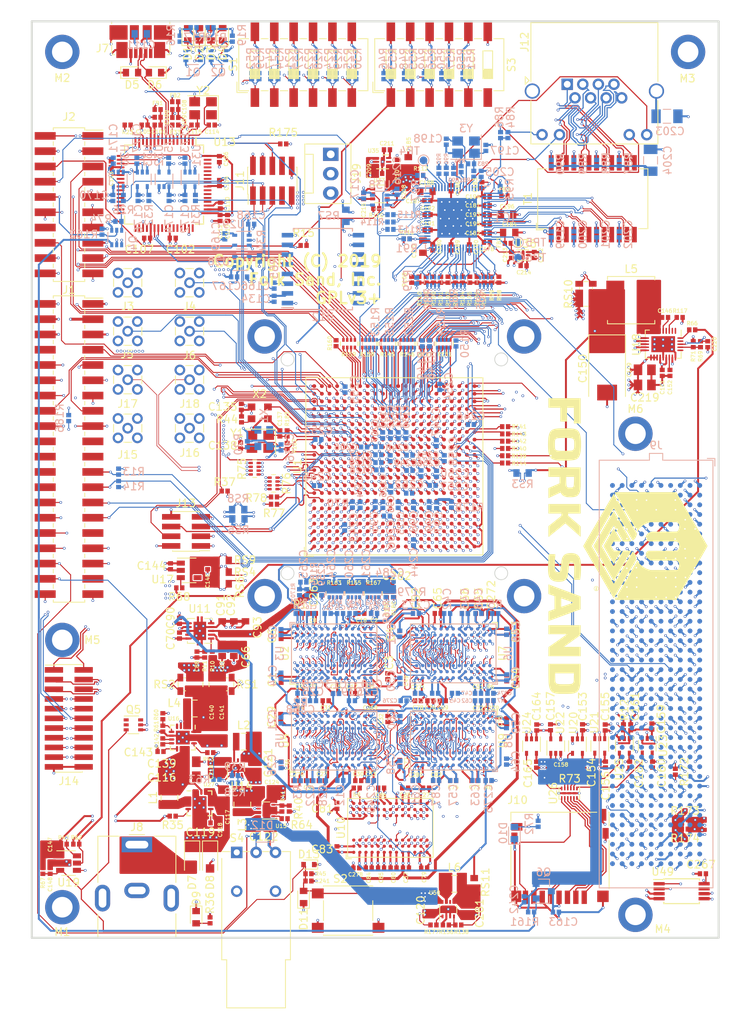
<source format=kicad_pcb>
(kicad_pcb (version 20171130) (host pcbnew 5.0.0-rc3-6a2723a~65~ubuntu16.04.1)

  (general
    (thickness 1.6)
    (drawings 9)
    (tracks 44425)
    (zones 0)
    (modules 548)
    (nets 814)
  )

  (page A3)
  (layers
    (0 F.Cu mixed)
    (1 In1.Cu power)
    (2 In2.Cu mixed)
    (3 In3.Cu mixed)
    (4 In4.Cu mixed)
    (5 In5.Cu mixed)
    (6 In6.Cu mixed)
    (31 B.Cu mixed)
    (32 B.Adhes user)
    (33 F.Adhes user)
    (34 B.Paste user)
    (35 F.Paste user)
    (36 B.SilkS user)
    (37 F.SilkS user)
    (38 B.Mask user)
    (39 F.Mask user)
    (40 Dwgs.User user)
    (41 Cmts.User user)
    (42 Eco1.User user)
    (43 Eco2.User user)
    (44 Edge.Cuts user)
    (45 Margin user)
    (46 B.CrtYd user)
    (47 F.CrtYd user)
    (48 B.Fab user)
    (49 F.Fab user)
  )

  (setup
    (last_trace_width 0.0762)
    (user_trace_width 0.0762)
    (user_trace_width 0.127)
    (user_trace_width 0.2032)
    (user_trace_width 0.254)
    (user_trace_width 0.381)
    (trace_clearance 0.0762)
    (zone_clearance 0.254)
    (zone_45_only no)
    (trace_min 0.0762)
    (segment_width 0.2)
    (edge_width 0.1)
    (via_size 0.3556)
    (via_drill 0.2032)
    (via_min_size 0.3556)
    (via_min_drill 0.2032)
    (uvia_size 0.3)
    (uvia_drill 0.1)
    (uvias_allowed no)
    (uvia_min_size 0.2)
    (uvia_min_drill 0.1)
    (pcb_text_width 0.3)
    (pcb_text_size 1.5 1.5)
    (mod_edge_width 0.15)
    (mod_text_size 1 1)
    (mod_text_width 0.15)
    (pad_size 0.64 2.03)
    (pad_drill 0)
    (pad_to_mask_clearance 0)
    (aux_axis_origin 0 0)
    (visible_elements FFFFFF7F)
    (pcbplotparams
      (layerselection 0x010fc_ffffffff)
      (usegerberextensions false)
      (usegerberattributes false)
      (usegerberadvancedattributes false)
      (creategerberjobfile false)
      (excludeedgelayer true)
      (linewidth 0.100000)
      (plotframeref false)
      (viasonmask false)
      (mode 1)
      (useauxorigin false)
      (hpglpennumber 1)
      (hpglpenspeed 20)
      (hpglpendiameter 15.000000)
      (psnegative false)
      (psa4output false)
      (plotreference true)
      (plotvalue true)
      (plotinvisibletext false)
      (padsonsilk false)
      (subtractmaskfromsilk false)
      (outputformat 1)
      (mirror false)
      (drillshape 0)
      (scaleselection 1)
      (outputdirectory "Gerber/"))
  )

  (net 0 "")
  (net 1 +1V2)
  (net 2 VD)
  (net 3 VDD_DDR_VPP_N)
  (net 4 +3V3)
  (net 5 VAA)
  (net 6 VCCQ)
  (net 7 /FT2232/VPLL_FT)
  (net 8 VDDA)
  (net 9 /FT2232/VPHY_FT)
  (net 10 "Net-(C111-Pad2)")
  (net 11 "Net-(C114-Pad2)")
  (net 12 "Net-(C115-Pad2)")
  (net 13 +5V)
  (net 14 +12V)
  (net 15 "Net-(C119-Pad2)")
  (net 16 VDD_GIVDD_P)
  (net 17 VDD_DDRPLL_N)
  (net 18 AVDD_DDRPLL_N)
  (net 19 VDD_GIVDD_N)
  (net 20 VDD_GEMGXLPLL_N)
  (net 21 VDD_IO_N)
  (net 22 "Net-(C137-Pad2)")
  (net 23 "Net-(C138-Pad2)")
  (net 24 VMEM)
  (net 25 "Net-(C142-Pad2)")
  (net 26 "Net-(C142-Pad1)")
  (net 27 "Net-(C143-Pad1)")
  (net 28 AVDD_DDRPLL_P)
  (net 29 "Net-(C146-Pad1)")
  (net 30 "Net-(C146-Pad2)")
  (net 31 /Power.sch/PWR_ON)
  (net 32 VDD_DDRPLL_P)
  (net 33 "Net-(C152-Pad2)")
  (net 34 +3.3VA)
  (net 35 +1V0)
  (net 36 "Net-(C181-Pad1)")
  (net 37 +2V5)
  (net 38 "Net-(C193-Pad1)")
  (net 39 "Net-(C197-Pad2)")
  (net 40 "Net-(C198-Pad2)")
  (net 41 /Ethernet/P0_D2_N)
  (net 42 "Net-(C200-Pad2)")
  (net 43 "Net-(C201-Pad2)")
  (net 44 "Net-(C202-Pad2)")
  (net 45 "Net-(C204-Pad2)")
  (net 46 "Net-(C205-Pad1)")
  (net 47 VDD_OTP_N)
  (net 48 VDD_COREPLL_N)
  (net 49 "Net-(C211-Pad2)")
  (net 50 "Net-(C220-Pad2)")
  (net 51 RESET_N)
  (net 52 VDD)
  (net 53 "Net-(C265-Pad2)")
  (net 54 DDR_CLK_P)
  (net 55 DDR_CLK_N)
  (net 56 +3.3VP)
  (net 57 VDD_DDR_VPP_P)
  (net 58 "Net-(D1-Pad2)")
  (net 59 "Net-(D1-Pad1)")
  (net 60 "Net-(D2-Pad2)")
  (net 61 "Net-(D2-Pad1)")
  (net 62 "Net-(D3-Pad1)")
  (net 63 "Net-(D3-Pad2)")
  (net 64 "Net-(D4-Pad1)")
  (net 65 "Net-(D4-Pad2)")
  (net 66 /FT2232/USB_D_P)
  (net 67 /FT2232/USB_D_N)
  (net 68 "Net-(D7-Pad2)")
  (net 69 "Net-(D9-Pad2)")
  (net 70 /Freedom-U540_2/SD_CD)
  (net 71 "Net-(IC1-Pad1)")
  (net 72 /Ethernet/P0_D2_P)
  (net 73 /Ethernet/P0_D1_N)
  (net 74 /Ethernet/P0_D1_P)
  (net 75 /Ethernet/P0_D0_N)
  (net 76 /Ethernet/P0_D0_P)
  (net 77 "Net-(IC1-Pad15)")
  (net 78 "Net-(IC1-Pad16)")
  (net 79 /Ethernet/COL)
  (net 80 /Ethernet/CRS)
  (net 81 /Ethernet/RXD7)
  (net 82 /Ethernet/RXD6)
  (net 83 /Ethernet/RXD5)
  (net 84 /Ethernet/RXD4)
  (net 85 /Ethernet/RXD3)
  (net 86 /Ethernet/RXD2)
  (net 87 /Ethernet/RXD1)
  (net 88 /Ethernet/RXD0)
  (net 89 /Ethernet/RX_DV)
  (net 90 /Ethernet/RX_ER)
  (net 91 /Ethernet/RX_CLK)
  (net 92 GEMGXL_TX_EN)
  (net 93 GEMGXL_TX_ER)
  (net 94 /Ethernet/TX_CLK)
  (net 95 GEMGXL_GTX_CLK)
  (net 96 GEMGXL_TXD0)
  (net 97 GEMGXL_TXD1)
  (net 98 GEMGXL_TXD2)
  (net 99 GEMGXL_TXD3)
  (net 100 GEMGXL_TXD4)
  (net 101 GEMGXL_TXD5)
  (net 102 GEMGXL_TXD6)
  (net 103 GEMGXL_TXD7)
  (net 104 GEMGXL_MDC)
  (net 105 GEMGXL_MDIO)
  (net 106 /Ethernet/GEMGXL_MDINT)
  (net 107 /Ethernet/FASTLINK_FAIL_2V5)
  (net 108 /Ethernet/GEMGXL_RST_2V5)
  (net 109 /Ethernet/CLKOUT)
  (net 110 "Net-(IC1-Pad55)")
  (net 111 "Net-(IC1-Pad56)")
  (net 112 /Ethernet/CLK_SQUELCH_IN)
  (net 113 /Ethernet/ELED1)
  (net 114 /Ethernet/ELED0)
  (net 115 "Net-(IC1-Pad61)")
  (net 116 "Net-(IC1-Pad62)")
  (net 117 "Net-(IC1-Pad64)")
  (net 118 "Net-(IC1-Pad65)")
  (net 119 "Net-(IC1-Pad66)")
  (net 120 PWR_BTN_N)
  (net 121 UART0_TX)
  (net 122 UART0_RX)
  (net 123 /Freedom-U540_2/QSPI1_SCK_R)
  (net 124 /Freedom-U540_2/QSPI1_DQ1_R)
  (net 125 /Freedom-U540_2/UART1_TX)
  (net 126 /Freedom-U540_2/QSPI1_CS0_R)
  (net 127 /Freedom-U540_2/UART1_RX)
  (net 128 /Freedom-U540_2/QSPI1_DQ0_R)
  (net 129 /Freedom-U540_2/I2C0_SCL)
  (net 130 /Freedom-U540_2/I2C0_SDA)
  (net 131 "Net-(J1-Pad19)")
  (net 132 "Net-(J1-Pad20)")
  (net 133 "Net-(J1-Pad21)")
  (net 134 "Net-(J1-Pad22)")
  (net 135 /Freedom-U540_2/GPIO0)
  (net 136 /Freedom-U540_2/GPIO1)
  (net 137 /Freedom-U540_2/GPIO2)
  (net 138 /Freedom-U540_2/GPIO3)
  (net 139 /Freedom-U540_2/GPIO4)
  (net 140 /Freedom-U540_2/GPIO5)
  (net 141 /Freedom-U540_2/GPIO6)
  (net 142 /Freedom-U540_2/GPIO7)
  (net 143 /Freedom-U540_2/GPIO8)
  (net 144 /Freedom-U540_2/GPIO9)
  (net 145 /Freedom-U540_2/GPIO15)
  (net 146 /Freedom-U540_2/PWM0_0)
  (net 147 /Freedom-U540_2/PWM0_2)
  (net 148 /Freedom-U540_2/PWM0_1)
  (net 149 /Freedom-U540_2/PWM0_3)
  (net 150 GEMGXL_RST)
  (net 151 /Freedom-U540_2/QSPI1_DQ2_R)
  (net 152 FASTLINK_FAIL)
  (net 153 /Freedom-U540_2/QSPI1_DQ3_R)
  (net 154 /Freedom-U540_2/EN_VDD_SD)
  (net 155 /Freedom-U540_2/QSPI1_CS1_R)
  (net 156 /Freedom-U540_2/QSPI1_CS2_R)
  (net 157 /Freedom-U540_2/QSPI1_CS3_R)
  (net 158 /Freedom-U540_2/PWM1_0)
  (net 159 /Freedom-U540_2/PWM1_1)
  (net 160 /Freedom-U540_2/PWM1_2)
  (net 161 /Freedom-U540_2/PWM1_3)
  (net 162 /Freedom-U540_2/IO_PRCI_RSVD2)
  (net 163 /Freedom-U540_2/IO_PRCI_RSVD13)
  (net 164 /Freedom-U540_2/IO_PRCI_RSVD14)
  (net 165 /Freedom-U540_2/IO_PRCI_RSVD15)
  (net 166 "Net-(J7-Pad4)")
  (net 167 "Net-(J9-PadK40)")
  (net 168 "Net-(J9-PadK38)")
  (net 169 "Net-(J9-PadK37)")
  (net 170 "Net-(J9-PadK35)")
  (net 171 "Net-(J9-PadK34)")
  (net 172 "Net-(J9-PadK32)")
  (net 173 "Net-(J9-PadK31)")
  (net 174 "Net-(J9-PadK29)")
  (net 175 "Net-(J9-PadK28)")
  (net 176 "Net-(J9-PadK26)")
  (net 177 "Net-(J9-PadK25)")
  (net 178 "Net-(J9-PadK23)")
  (net 179 "Net-(J9-PadK22)")
  (net 180 "Net-(J9-PadK20)")
  (net 181 "Net-(J9-PadK19)")
  (net 182 "Net-(J9-PadK17)")
  (net 183 "Net-(J9-PadK16)")
  (net 184 "Net-(J9-PadK14)")
  (net 185 "Net-(J9-PadK13)")
  (net 186 "Net-(J9-PadK11)")
  (net 187 "Net-(J9-PadK10)")
  (net 188 "Net-(J9-PadK8)")
  (net 189 "Net-(J9-PadK7)")
  (net 190 "Net-(J9-PadK5)")
  (net 191 "Net-(J9-PadK4)")
  (net 192 "Net-(J9-PadK1)")
  (net 193 "Net-(J9-PadJ39)")
  (net 194 "Net-(J9-PadJ37)")
  (net 195 "Net-(J9-PadJ36)")
  (net 196 "Net-(J9-PadJ34)")
  (net 197 "Net-(J9-PadJ33)")
  (net 198 "Net-(J9-PadJ31)")
  (net 199 "Net-(J9-PadJ30)")
  (net 200 "Net-(J9-PadJ28)")
  (net 201 "Net-(J9-PadJ27)")
  (net 202 "Net-(J9-PadJ25)")
  (net 203 "Net-(J9-PadJ24)")
  (net 204 "Net-(J9-PadJ22)")
  (net 205 "Net-(J9-PadJ21)")
  (net 206 "Net-(J9-PadJ19)")
  (net 207 "Net-(J9-PadJ18)")
  (net 208 "Net-(J9-PadJ16)")
  (net 209 "Net-(J9-PadJ15)")
  (net 210 "Net-(J9-PadJ13)")
  (net 211 "Net-(J9-PadJ12)")
  (net 212 "Net-(J9-PadJ10)")
  (net 213 "Net-(J9-PadJ9)")
  (net 214 "Net-(J9-PadJ7)")
  (net 215 "Net-(J9-PadJ6)")
  (net 216 "Net-(J9-PadJ3)")
  (net 217 "Net-(J9-PadJ2)")
  (net 218 "Net-(J9-PadF40)")
  (net 219 "Net-(J9-PadF38)")
  (net 220 "Net-(J9-PadF37)")
  (net 221 "Net-(J9-PadF35)")
  (net 222 "Net-(J9-PadF34)")
  (net 223 "Net-(J9-PadF32)")
  (net 224 "Net-(J9-PadF31)")
  (net 225 "Net-(J9-PadF29)")
  (net 226 "Net-(J9-PadF28)")
  (net 227 "Net-(J9-PadF26)")
  (net 228 "Net-(J9-PadF25)")
  (net 229 "Net-(J9-PadF23)")
  (net 230 "Net-(J9-PadF22)")
  (net 231 "Net-(J9-PadF20)")
  (net 232 "Net-(J9-PadF19)")
  (net 233 "Net-(J9-PadF17)")
  (net 234 "Net-(J9-PadF16)")
  (net 235 "Net-(J9-PadF14)")
  (net 236 "Net-(J9-PadF13)")
  (net 237 "Net-(J9-PadF11)")
  (net 238 "Net-(J9-PadF10)")
  (net 239 "Net-(J9-PadF8)")
  (net 240 "Net-(J9-PadF7)")
  (net 241 "Net-(J9-PadF5)")
  (net 242 "Net-(J9-PadF4)")
  (net 243 PG_1V8)
  (net 244 "Net-(J9-PadE39)")
  (net 245 "Net-(J9-PadE37)")
  (net 246 "Net-(J9-PadE36)")
  (net 247 "Net-(J9-PadE34)")
  (net 248 "Net-(J9-PadE33)")
  (net 249 "Net-(J9-PadE31)")
  (net 250 "Net-(J9-PadE30)")
  (net 251 "Net-(J9-PadE28)")
  (net 252 "Net-(J9-PadE27)")
  (net 253 "Net-(J9-PadE25)")
  (net 254 "Net-(J9-PadE24)")
  (net 255 "Net-(J9-PadE22)")
  (net 256 "Net-(J9-PadE21)")
  (net 257 "Net-(J9-PadE19)")
  (net 258 "Net-(J9-PadE18)")
  (net 259 "Net-(J9-PadE16)")
  (net 260 "Net-(J9-PadE15)")
  (net 261 "Net-(J9-PadE13)")
  (net 262 "Net-(J9-PadE12)")
  (net 263 "Net-(J9-PadE10)")
  (net 264 "Net-(J9-PadE9)")
  (net 265 "Net-(J9-PadE7)")
  (net 266 "Net-(J9-PadE6)")
  (net 267 "Net-(J9-PadE3)")
  (net 268 "Net-(J9-PadE2)")
  (net 269 "Net-(J9-PadA39)")
  (net 270 "Net-(J9-PadA38)")
  (net 271 "Net-(J9-PadA35)")
  (net 272 "Net-(J9-PadA34)")
  (net 273 "Net-(J9-PadA31)")
  (net 274 "Net-(J9-PadA30)")
  (net 275 "Net-(J9-PadA27)")
  (net 276 "Net-(J9-PadA26)")
  (net 277 "Net-(J9-PadA23)")
  (net 278 "Net-(J9-PadA22)")
  (net 279 "Net-(J9-PadA19)")
  (net 280 "Net-(J9-PadA18)")
  (net 281 "Net-(J9-PadA15)")
  (net 282 "Net-(J9-PadA14)")
  (net 283 "Net-(J9-PadA11)")
  (net 284 "Net-(J9-PadA10)")
  (net 285 "Net-(J9-PadA7)")
  (net 286 "Net-(J9-PadA6)")
  (net 287 "Net-(J9-PadA3)")
  (net 288 "Net-(J9-PadA2)")
  (net 289 "Net-(J9-PadB40)")
  (net 290 "Net-(J9-PadB37)")
  (net 291 "Net-(J9-PadB36)")
  (net 292 "Net-(J9-PadB33)")
  (net 293 "Net-(J9-PadB32)")
  (net 294 "Net-(J9-PadB29)")
  (net 295 "Net-(J9-PadB28)")
  (net 296 "Net-(J9-PadB25)")
  (net 297 "Net-(J9-PadB24)")
  (net 298 "Net-(J9-PadB21)")
  (net 299 "Net-(J9-PadB20)")
  (net 300 "Net-(J9-PadB17)")
  (net 301 "Net-(J9-PadB16)")
  (net 302 "Net-(J9-PadB13)")
  (net 303 "Net-(J9-PadB12)")
  (net 304 "Net-(J9-PadB9)")
  (net 305 "Net-(J9-PadB8)")
  (net 306 "Net-(J9-PadB5)")
  (net 307 "Net-(J9-PadB4)")
  (net 308 "Net-(J9-PadB1)")
  (net 309 CHIPLINK_RX_CLK)
  (net 310 "Net-(J9-PadG3)")
  (net 311 CHIPLINK_TX_DAT0)
  (net 312 CHIPLINK_TX_DAT1)
  (net 313 CHIPLINK_TX_DAT6)
  (net 314 CHIPLINK_TX_DAT7)
  (net 315 CHIPLINK_TX_DAT16)
  (net 316 CHIPLINK_TX_DAT17)
  (net 317 CHIPLINK_TX_DAT24)
  (net 318 CHIPLINK_TX_DAT25)
  (net 319 CHIPLINK_TX_SEND)
  (net 320 CHIPLINK_TX_RST)
  (net 321 "Net-(J9-PadG39)")
  (net 322 CHIPLINK_RX_RST)
  (net 323 CHIPLINK_RX_SEND)
  (net 324 CHIPLINK_RX_DAT29)
  (net 325 CHIPLINK_RX_DAT28)
  (net 326 CHIPLINK_RX_DAT25)
  (net 327 CHIPLINK_RX_DAT24)
  (net 328 CHIPLINK_RX_DAT17)
  (net 329 CHIPLINK_RX_DAT16)
  (net 330 CHIPLINK_RX_DAT11)
  (net 331 CHIPLINK_RX_DAT10)
  (net 332 CHIPLINK_RX_DAT7)
  (net 333 CHIPLINK_RX_DAT6)
  (net 334 CHIPLINK_RX_DAT4)
  (net 335 CHIPLINK_RX_DAT5)
  (net 336 CHIPLINK_RX_DAT8)
  (net 337 CHIPLINK_RX_DAT9)
  (net 338 CHIPLINK_RX_DAT14)
  (net 339 CHIPLINK_RX_DAT15)
  (net 340 CHIPLINK_RX_DAT22)
  (net 341 CHIPLINK_RX_DAT23)
  (net 342 CHIPLINK_RX_DAT26)
  (net 343 CHIPLINK_RX_DAT27)
  (net 344 CHIPLINK_RX_DAT30)
  (net 345 CHIPLINK_RX_DAT31)
  (net 346 "Net-(J9-PadH40)")
  (net 347 CHIPLINK_TX_DAT31)
  (net 348 CHIPLINK_TX_DAT30)
  (net 349 CHIPLINK_TX_DAT23)
  (net 350 CHIPLINK_TX_DAT22)
  (net 351 CHIPLINK_TX_DAT15)
  (net 352 CHIPLINK_TX_DAT14)
  (net 353 CHIPLINK_TX_DAT9)
  (net 354 CHIPLINK_TX_DAT8)
  (net 355 CHIPLINK_TX_DAT5)
  (net 356 CHIPLINK_TX_DAT4)
  (net 357 "Net-(J9-PadH5)")
  (net 358 CHIPLINK_TX_CLK)
  (net 359 "Net-(J9-PadD1)")
  (net 360 "Net-(J9-PadD4)")
  (net 361 "Net-(J9-PadD5)")
  (net 362 CHIPLINK_TX_DAT2)
  (net 363 CHIPLINK_TX_DAT3)
  (net 364 CHIPLINK_TX_DAT10)
  (net 365 CHIPLINK_TX_DAT11)
  (net 366 CHIPLINK_TX_DAT18)
  (net 367 CHIPLINK_TX_DAT19)
  (net 368 CHIPLINK_TX_DAT26)
  (net 369 CHIPLINK_TX_DAT27)
  (net 370 CHIPLINK_RX_DAT0)
  (net 371 "Net-(J9-PadD40)")
  (net 372 "Net-(J9-PadD38)")
  (net 373 "Net-(J9-PadD36)")
  (net 374 /FMC.sch/FMC_GA1)
  (net 375 "Net-(J9-PadD34)")
  (net 376 "Net-(J9-PadD33)")
  (net 377 "Net-(J9-PadD31)")
  (net 378 "Net-(J9-PadD30)")
  (net 379 "Net-(J9-PadD29)")
  (net 380 CHIPLINK_RX_DAT19)
  (net 381 CHIPLINK_RX_DAT18)
  (net 382 CHIPLINK_RX_DAT13)
  (net 383 CHIPLINK_RX_DAT12)
  (net 384 CHIPLINK_RX_DAT1)
  (net 385 CHIPLINK_RX_DAT2)
  (net 386 CHIPLINK_RX_DAT3)
  (net 387 CHIPLINK_RX_DAT20)
  (net 388 CHIPLINK_RX_DAT21)
  (net 389 /FMC.sch/FMC_SCL)
  (net 390 /FMC.sch/FMC_SDA)
  (net 391 /FMC.sch/FMC_GA0)
  (net 392 "Net-(J9-PadC35)")
  (net 393 "Net-(J9-PadC39)")
  (net 394 CHIPLINK_TX_DAT29)
  (net 395 CHIPLINK_TX_DAT28)
  (net 396 CHIPLINK_TX_DAT21)
  (net 397 CHIPLINK_TX_DAT20)
  (net 398 CHIPLINK_TX_DAT13)
  (net 399 CHIPLINK_TX_DAT12)
  (net 400 "Net-(J9-PadC7)")
  (net 401 "Net-(J9-PadC6)")
  (net 402 "Net-(J9-PadC3)")
  (net 403 "Net-(J9-PadC2)")
  (net 404 /Freedom-U540_2/QSPI2_HOLD_CON)
  (net 405 /Freedom-U540_2/QSPI2_MISO_CON)
  (net 406 /Freedom-U540_2/QSPI2_SCK_CON)
  (net 407 /Freedom-U540_2/QSPI2_MOSI_CON)
  (net 408 /Freedom-U540_2/QSPI2_CS_CON)
  (net 409 /Freedom-U540_2/QSPI2_WP_CON)
  (net 410 JTAG_TCK)
  (net 411 JTAG_TDO)
  (net 412 JTAG_TMS)
  (net 413 "Net-(J11-Pad7)")
  (net 414 "Net-(J11-Pad8)")
  (net 415 JTAG_TDI)
  (net 416 /Ethernet/MX4_N)
  (net 417 /Ethernet/MX2_N)
  (net 418 /Ethernet/MX3_P)
  (net 419 /Ethernet/MX1_N)
  (net 420 /Ethernet/MX3_N)
  (net 421 /Ethernet/MX2_P)
  (net 422 /Ethernet/MX1_P)
  (net 423 "Net-(J12-Pad9)")
  (net 424 "Net-(J12-Pad11)")
  (net 425 /Freedom-U540_2/IO_PRCI_RSVD3)
  (net 426 /Freedom-U540_2/IO_PRCI_RSVD4)
  (net 427 /Freedom-U540_2/IO_PRCI_RSVD5)
  (net 428 /Freedom-U540_2/IO_PRCI_RSVD6)
  (net 429 /Freedom-U540_2/IO_PRCI_RSVD7)
  (net 430 /Freedom-U540_2/IO_PRCI_RSVD8)
  (net 431 /Freedom-U540_2/IO_PRCI_RSVD9)
  (net 432 VDD_SOC_CORE_P)
  (net 433 VDD_SOC_CORE_N)
  (net 434 VDD_DDR_SOC_P)
  (net 435 VDD_DDR_SOC_N)
  (net 436 VDD_DDR_MEM_P)
  (net 437 VDD_DDR_MEM_N)
  (net 438 /Freedom-U540_1/IO_DDR_RSVD0)
  (net 439 /Freedom-U540_1/IO_DDR_RSVD1)
  (net 440 /Freedom-U540_1/IO_DDR_RSVD2)
  (net 441 /Freedom-U540_1/IO_DDR_RSVD3)
  (net 442 "Net-(J19-Pad1)")
  (net 443 "Net-(L1-Pad1)")
  (net 444 "Net-(L2-Pad1)")
  (net 445 "Net-(L3-Pad1)")
  (net 446 "Net-(L4-Pad1)")
  (net 447 "Net-(L6-Pad1)")
  (net 448 "Net-(Q4-Pad3)")
  (net 449 /FT2232/FT_JTAG_SRST)
  (net 450 "Net-(R1-Pad2)")
  (net 451 "Net-(R2-Pad2)")
  (net 452 "Net-(R3-Pad2)")
  (net 453 "Net-(R4-Pad2)")
  (net 454 "Net-(R5-Pad2)")
  (net 455 "Net-(R6-Pad2)")
  (net 456 "Net-(R7-Pad2)")
  (net 457 "Net-(R8-Pad2)")
  (net 458 "Net-(R9-Pad2)")
  (net 459 /Freedom-U540_2/QSPI2_CS_R)
  (net 460 /Freedom-U540_2/QSPI0_CS)
  (net 461 "Net-(R20-Pad2)")
  (net 462 /Freedom-U540_2/MSEL0)
  (net 463 /Freedom-U540_2/MSEL1)
  (net 464 /Freedom-U540_2/MSEL2)
  (net 465 /Freedom-U540_2/MSEL3)
  (net 466 "Net-(R26-Pad2)")
  (net 467 "Net-(R31-Pad2)")
  (net 468 "Net-(R32-Pad2)")
  (net 469 "Net-(R33-Pad2)")
  (net 470 "Net-(R34-Pad2)")
  (net 471 "Net-(R35-Pad1)")
  (net 472 PORESET_N)
  (net 473 "Net-(R38-Pad1)")
  (net 474 "Net-(R40-Pad1)")
  (net 475 /Power.sch/PWR_EN1)
  (net 476 /Power.sch/EN_DDR)
  (net 477 "Net-(R44-Pad1)")
  (net 478 /Freedom-U540_2/IO_PRCI_RSVD0)
  (net 479 /Freedom-U540_2/RTCXSEL)
  (net 480 /Freedom-U540_2/IO_PRCI_RSVD1)
  (net 481 /Freedom-U540_2/IO_PRCI_RSVD10)
  (net 482 /Freedom-U540_2/IO_PRCI_RSVD12)
  (net 483 /Freedom-U540_2/IO_PRCI_RSVD11)
  (net 484 /Freedom-U540_2/HFXSEL)
  (net 485 "Net-(R60-Pad1)")
  (net 486 /Power.sch/PWR_EN2)
  (net 487 /Power.sch/EN_3V3)
  (net 488 /Power.sch/EN_1V8)
  (net 489 "Net-(R65-Pad2)")
  (net 490 /Power.sch/EN_CORE)
  (net 491 /Power.sch/EN_PLL)
  (net 492 "Net-(R69-Pad1)")
  (net 493 "Net-(R70-Pad2)")
  (net 494 /Freedom-U540_2/QSPI2_MISO_3V3)
  (net 495 /Freedom-U540_1/GEMGXL_TXD3_R)
  (net 496 /Freedom-U540_1/GEMGXL_TXD2_R)
  (net 497 /Freedom-U540_1/GEMGXL_TXD0_R)
  (net 498 /Freedom-U540_1/GEMGXL_TXD1_R)
  (net 499 /Freedom-U540_1/GEMGXL_TXD7_R)
  (net 500 /Freedom-U540_1/GEMGXL_TXD6_R)
  (net 501 /Freedom-U540_1/GEMGXL_TXD4_R)
  (net 502 /Freedom-U540_1/GEMGXL_TXD5_R)
  (net 503 /Freedom-U540_1/GEMGXL_TX_EN_R)
  (net 504 /Freedom-U540_1/GEMGXL_TX_ER_R)
  (net 505 GEMGXL_RX_CLK)
  (net 506 GEMGXL_RX_DV)
  (net 507 GEMGXL_RX_ER)
  (net 508 GEMGXL_RXD0)
  (net 509 GEMGXL_RXD1)
  (net 510 GEMGXL_RXD5)
  (net 511 GEMGXL_RXD4)
  (net 512 GEMGXL_RXD2)
  (net 513 GEMGXL_RXD3)
  (net 514 GEMGXL_RXD7)
  (net 515 GEMGXL_RXD6)
  (net 516 GEMGXL_RX_CRS)
  (net 517 GEMGXL_RX_COL)
  (net 518 "Net-(R87-Pad2)")
  (net 519 "Net-(R89-Pad2)")
  (net 520 "Net-(R90-Pad2)")
  (net 521 GEMGXL_TX_CLK)
  (net 522 "Net-(R117-Pad1)")
  (net 523 "Net-(R138-Pad1)")
  (net 524 /Freedom-U540_2/QSPI2_SCK_R)
  (net 525 /Freedom-U540_2/QSPI2_SCK)
  (net 526 /Freedom-U540_2/QSPI2_HOLD)
  (net 527 /Freedom-U540_2/QSPI2_HOLD_R)
  (net 528 /Freedom-U540_2/QSPI2_MOSI)
  (net 529 /Freedom-U540_2/QSPI2_MOSI_R)
  (net 530 /Freedom-U540_2/QSPI2_MISO_R)
  (net 531 /Freedom-U540_2/QSPI2_MISO)
  (net 532 /Freedom-U540_2/QSPI2_WP)
  (net 533 /Freedom-U540_2/QSPI2_WP_R)
  (net 534 /Freedom-U540_2/QSPI2_CS)
  (net 535 /Freedom-U540_1/CHIPLINK_TX_DAT18_R)
  (net 536 /Freedom-U540_1/CHIPLINK_TX_DAT24_R)
  (net 537 /Freedom-U540_1/CHIPLINK_TX_DAT29_R)
  (net 538 /Freedom-U540_1/CHIPLINK_TX_DAT26_R)
  (net 539 /Freedom-U540_1/CHIPLINK_TX_DAT22_R)
  (net 540 /Freedom-U540_1/CHIPLINK_TX_DAT14_R)
  (net 541 /Freedom-U540_1/CHIPLINK_TX_DAT25_R)
  (net 542 /Freedom-U540_1/CHIPLINK_TX_DAT16_R)
  (net 543 /Freedom-U540_1/CHIPLINK_TX_DAT13_R)
  (net 544 /Freedom-U540_1/CHIPLINK_TX_DAT8_R)
  (net 545 /Freedom-U540_1/CHIPLINK_TX_DAT10_R)
  (net 546 /Freedom-U540_1/CHIPLINK_TX_DAT17_R)
  (net 547 /Freedom-U540_1/CHIPLINK_TX_CLK_R)
  (net 548 /Freedom-U540_1/CHIPLINK_TX_SEND_R)
  (net 549 /Freedom-U540_1/CHIPLINK_TX_RST_R)
  (net 550 /Freedom-U540_1/CHIPLINK_TX_DAT7_R)
  (net 551 /Freedom-U540_1/CHIPLINK_TX_DAT5_R)
  (net 552 /Freedom-U540_1/CHIPLINK_TX_DAT11_R)
  (net 553 /Freedom-U540_1/CHIPLINK_TX_DAT9_R)
  (net 554 /Freedom-U540_1/CHIPLINK_TX_DAT21_R)
  (net 555 /Freedom-U540_1/CHIPLINK_TX_DAT6_R)
  (net 556 /Freedom-U540_1/CHIPLINK_TX_DAT2_R)
  (net 557 /Freedom-U540_1/CHIPLINK_TX_DAT12_R)
  (net 558 /Freedom-U540_1/CHIPLINK_TX_DAT31_R)
  (net 559 /Freedom-U540_1/CHIPLINK_TX_DAT30_R)
  (net 560 /Freedom-U540_1/CHIPLINK_TX_DAT27_R)
  (net 561 /Freedom-U540_1/CHIPLINK_TX_DAT28_R)
  (net 562 /Freedom-U540_1/CHIPLINK_TX_DAT0_R)
  (net 563 /Freedom-U540_1/CHIPLINK_TX_DAT1_R)
  (net 564 /Freedom-U540_1/CHIPLINK_TX_DAT3_R)
  (net 565 /Freedom-U540_1/CHIPLINK_TX_DAT4_R)
  (net 566 /Freedom-U540_1/CHIPLINK_TX_DAT19_R)
  (net 567 /Freedom-U540_1/CHIPLINK_TX_DAT23_R)
  (net 568 /Freedom-U540_1/CHIPLINK_TX_DAT20_R)
  (net 569 /Freedom-U540_1/CHIPLINK_TX_DAT15_R)
  (net 570 /Freedom-U540_2/QSPI1_DQ1)
  (net 571 /Freedom-U540_2/QSPI1_DQ3)
  (net 572 /Freedom-U540_2/QSPI1_CS3)
  (net 573 /Freedom-U540_2/QSPI1_CS0)
  (net 574 /Freedom-U540_2/QSPI1_CS2)
  (net 575 /Freedom-U540_2/QSPI1_SCK)
  (net 576 /Freedom-U540_2/QSPI1_DQ0)
  (net 577 /Freedom-U540_2/QSPI1_CS1)
  (net 578 /Freedom-U540_2/QSPI1_DQ2)
  (net 579 DDR_ODT)
  (net 580 DDR_CKE)
  (net 581 DDR_CKE1)
  (net 582 DDR_WE_N)
  (net 583 DDR_CS0_N)
  (net 584 DDR_CAS_N)
  (net 585 DDR_CS1_N)
  (net 586 DDR_RAS_N)
  (net 587 DDR_BA0)
  (net 588 DDR_BG0)
  (net 589 DDR_A10)
  (net 590 DDR_ACT_N)
  (net 591 DDR_BA1)
  (net 592 DDR_BG1)
  (net 593 DDR_A3)
  (net 594 DDR_A12)
  (net 595 DDR_A4)
  (net 596 DDR_A0)
  (net 597 DDR_A6)
  (net 598 DDR_A8)
  (net 599 DDR_A1)
  (net 600 DDR_A9)
  (net 601 DDR_A5)
  (net 602 DDR_A7)
  (net 603 DDR_A13)
  (net 604 /Power.sch/EN_DDR_VPP)
  (net 605 DDR_ALERT_N)
  (net 606 DDR_PARITY_IN)
  (net 607 DDR_A11)
  (net 608 DDR_A2)
  (net 609 "Net-(R183-Pad2)")
  (net 610 DDR_ODT1)
  (net 611 /Freedom-U540_2/GPIO10)
  (net 612 "Net-(S3-Pad6)")
  (net 613 "Net-(S4-Pad1)")
  (net 614 /Freedom-U540_2/RTCXALTCLKIN)
  (net 615 /Freedom-U540_2/HFXCLKIN)
  (net 616 /Freedom-U540_2/QSPI0_DQ3)
  (net 617 /Freedom-U540_2/QSPI0_SCK)
  (net 618 /Freedom-U540_2/QSPI0_DQ0)
  (net 619 /Freedom-U540_2/QSPI0_DQ1)
  (net 620 /Freedom-U540_2/QSPI0_DQ2)
  (net 621 "Net-(U2-PadN7)")
  (net 622 "Net-(U2-PadA3)")
  (net 623 "Net-(U3-PadN7)")
  (net 624 "Net-(U3-PadA3)")
  (net 625 "Net-(U4-PadA3)")
  (net 626 "Net-(U4-PadN7)")
  (net 627 "Net-(U5-PadN7)")
  (net 628 "Net-(U5-PadA3)")
  (net 629 "Net-(U6-PadA3)")
  (net 630 "Net-(U6-PadN7)")
  (net 631 "Net-(U7-PadA3)")
  (net 632 "Net-(U7-PadN7)")
  (net 633 "Net-(U8-PadN7)")
  (net 634 "Net-(U8-PadA3)")
  (net 635 "Net-(U9-PadA3)")
  (net 636 "Net-(U9-PadN7)")
  (net 637 "Net-(U10-PadA3)")
  (net 638 "Net-(U10-PadN7)")
  (net 639 "Net-(U12-Pad4)")
  (net 640 "Net-(U12-Pad5)")
  (net 641 "Net-(U12-Pad6)")
  (net 642 "Net-(U12-Pad11)")
  (net 643 "Net-(U12-Pad12)")
  (net 644 "Net-(U12-Pad13)")
  (net 645 "Net-(U12-Pad14)")
  (net 646 /FT2232/FT_JTAG_TCK)
  (net 647 /FT2232/FT_JTAG_TDI)
  (net 648 /FT2232/FT_JTAG_TDO)
  (net 649 /FT2232/FT_JTAG_TMS)
  (net 650 "Net-(U13-Pad21)")
  (net 651 "Net-(U13-Pad23)")
  (net 652 "Net-(U13-Pad24)")
  (net 653 "Net-(U13-Pad26)")
  (net 654 "Net-(U13-Pad27)")
  (net 655 "Net-(U13-Pad28)")
  (net 656 "Net-(U13-Pad29)")
  (net 657 "Net-(U13-Pad30)")
  (net 658 "Net-(U13-Pad32)")
  (net 659 "Net-(U13-Pad33)")
  (net 660 "Net-(U13-Pad34)")
  (net 661 "Net-(U13-Pad36)")
  (net 662 /FT2232/FT_UART_TX)
  (net 663 /FT2232/FT_UART_RX)
  (net 664 "Net-(U13-Pad40)")
  (net 665 "Net-(U13-Pad41)")
  (net 666 "Net-(U13-Pad43)")
  (net 667 "Net-(U13-Pad44)")
  (net 668 "Net-(U13-Pad45)")
  (net 669 "Net-(U13-Pad46)")
  (net 670 "Net-(U13-Pad48)")
  (net 671 "Net-(U13-Pad52)")
  (net 672 "Net-(U13-Pad53)")
  (net 673 "Net-(U13-Pad54)")
  (net 674 "Net-(U13-Pad55)")
  (net 675 "Net-(U13-Pad57)")
  (net 676 "Net-(U13-Pad58)")
  (net 677 "Net-(U13-Pad59)")
  (net 678 "Net-(U13-Pad60)")
  (net 679 "Net-(U13-Pad61)")
  (net 680 "Net-(U13-Pad62)")
  (net 681 "Net-(U13-Pad63)")
  (net 682 "Net-(U14-Pad6)")
  (net 683 "Net-(U16-Pad4)")
  (net 684 "Net-(U17-Pad4)")
  (net 685 "Net-(U18-Pad1)")
  (net 686 "Net-(U18-Pad2)")
  (net 687 "Net-(U18-Pad4)")
  (net 688 "Net-(U18-Pad24)")
  (net 689 "Net-(U18-Pad27)")
  (net 690 /Freedom-U540_2/QSPI2_SCK_3V3)
  (net 691 /Freedom-U540_2/QSPI2_MOSI_3V3)
  (net 692 /Freedom-U540_2/QSPI2_WP_3V3)
  (net 693 /Freedom-U540_2/QSPI2_HOLD_3V3)
  (net 694 /Freedom-U540_2/QSPI2_CS_3V3)
  (net 695 "Net-(U35-Pad5)")
  (net 696 "Net-(U36-Pad2)")
  (net 697 "Net-(U49-Pad7)")
  (net 698 "Net-(U50-Pad6)")
  (net 699 /DDR4_x8_32b_1/REFIN)
  (net 700 "Net-(R23-Pad2)")
  (net 701 "Net-(U11-Pad9)")
  (net 702 "Net-(C199-Pad2)")
  (net 703 /Ethernet/P0_D3_P)
  (net 704 /Ethernet/P0_D3_N)
  (net 705 /Ethernet/MX4_P)
  (net 706 "Net-(R88-Pad2)")
  (net 707 AGND)
  (net 708 DDR_DQ0)
  (net 709 DDR_DQS0_P)
  (net 710 DDR_RESET_N)
  (net 711 DDR_DQ5)
  (net 712 DDR_DQ3)
  (net 713 DDR_DQ2)
  (net 714 DDR_DQ7)
  (net 715 DDR_DQ1)
  (net 716 DDR_DQ4)
  (net 717 DDR_DQ6)
  (net 718 DDR_DQS0_N)
  (net 719 DDR_DM0)
  (net 720 DDR_DQ13)
  (net 721 DDR_DQS1_P)
  (net 722 DDR_DQ9)
  (net 723 DDR_DQ12)
  (net 724 DDR_DQ10)
  (net 725 DDR_DQ11)
  (net 726 DDR_DQ15)
  (net 727 DDR_DQ14)
  (net 728 DDR_DQ8)
  (net 729 DDR_DQS1_N)
  (net 730 DDR_DM1)
  (net 731 DDR_DQ19)
  (net 732 DDR_DQS2_P)
  (net 733 DDR_DQ17)
  (net 734 DDR_DQ22)
  (net 735 DDR_DQ20)
  (net 736 DDR_DQ18)
  (net 737 DDR_DQ23)
  (net 738 DDR_DQ21)
  (net 739 DDR_DQ16)
  (net 740 DDR_DQS2_N)
  (net 741 DDR_DM2)
  (net 742 DDR_DQ25)
  (net 743 DDR_DQS3_P)
  (net 744 DDR_DQ30)
  (net 745 DDR_DQ29)
  (net 746 DDR_DQ28)
  (net 747 DDR_DQ31)
  (net 748 DDR_DQ27)
  (net 749 DDR_DQ24)
  (net 750 DDR_DQ26)
  (net 751 DDR_DQS3_N)
  (net 752 DDR_DM3)
  (net 753 DDR_DQ39)
  (net 754 DDR_DQS4_P)
  (net 755 DDR_DQ34)
  (net 756 DDR_DQ35)
  (net 757 DDR_DQ33)
  (net 758 DDR_DQ37)
  (net 759 DDR_DQ38)
  (net 760 DDR_DQ32)
  (net 761 DDR_DQ36)
  (net 762 DDR_DQS4_N)
  (net 763 DDR_DM4)
  (net 764 DDR_DQ41)
  (net 765 DDR_DQS5_P)
  (net 766 DDR_DQ44)
  (net 767 DDR_DQ42)
  (net 768 DDR_DQ46)
  (net 769 DDR_DQ47)
  (net 770 DDR_DQ43)
  (net 771 DDR_DQ40)
  (net 772 DDR_DQ45)
  (net 773 DDR_DQS5_N)
  (net 774 DDR_DM5)
  (net 775 DDR_DQ53)
  (net 776 DDR_DQS6_P)
  (net 777 DDR_DQ49)
  (net 778 DDR_DQ48)
  (net 779 DDR_DQ54)
  (net 780 DDR_DQ51)
  (net 781 DDR_DQ50)
  (net 782 DDR_DQ52)
  (net 783 DDR_DQ55)
  (net 784 DDR_DQS6_N)
  (net 785 DDR_DM6)
  (net 786 DDR_DQ58)
  (net 787 DDR_DQS7_P)
  (net 788 DDR_DQ61)
  (net 789 DDR_DQ56)
  (net 790 DDR_DQ60)
  (net 791 DDR_DQ59)
  (net 792 DDR_DQ63)
  (net 793 DDR_DQ57)
  (net 794 DDR_DQ62)
  (net 795 DDR_DQS7_N)
  (net 796 DDR_DM7)
  (net 797 DDR_ECC_DQ4)
  (net 798 DDR_ECC_DQS_P)
  (net 799 DDR_ECC_DQ1)
  (net 800 DDR_ECC_DQ6)
  (net 801 DDR_ECC_DQ3)
  (net 802 DDR_ECC_DQ7)
  (net 803 DDR_ECC_DQ0)
  (net 804 DDR_ECC_DQ5)
  (net 805 DDR_ECC_DQ2)
  (net 806 DDR_ECC_DQS_N)
  (net 807 DDR_ECC_DM)
  (net 808 "Net-(J1-Pad8)")
  (net 809 "Net-(J1-Pad24)")
  (net 810 "Net-(J1-Pad26)")
  (net 811 "Net-(J1-Pad31)")
  (net 812 "Net-(J1-Pad37)")
  (net 813 "Net-(J2-Pad14)")

  (net_class Default "Это класс цепей по умолчанию."
    (clearance 0.0762)
    (trace_width 0.0762)
    (via_dia 0.3556)
    (via_drill 0.2032)
    (uvia_dia 0.3)
    (uvia_drill 0.1)
    (diff_pair_gap 0.0762)
    (diff_pair_width 0.0762)
    (add_net "Net-(C199-Pad2)")
    (add_net "Net-(J1-Pad24)")
    (add_net "Net-(J1-Pad26)")
    (add_net "Net-(J1-Pad31)")
    (add_net "Net-(J1-Pad37)")
    (add_net "Net-(J1-Pad8)")
    (add_net "Net-(J2-Pad14)")
    (add_net "Net-(U11-Pad9)")
  )

  (net_class 0,0762 ""
    (clearance 0.0762)
    (trace_width 0.0762)
    (via_dia 0.3556)
    (via_drill 0.2032)
    (uvia_dia 0.3)
    (uvia_drill 0.1)
    (diff_pair_gap 0.0762)
    (diff_pair_width 0.0762)
    (add_net DDR_A0)
    (add_net DDR_A1)
    (add_net DDR_A10)
    (add_net DDR_A11)
    (add_net DDR_A12)
    (add_net DDR_A13)
    (add_net DDR_A2)
    (add_net DDR_A3)
    (add_net DDR_A4)
    (add_net DDR_A5)
    (add_net DDR_A6)
    (add_net DDR_A7)
    (add_net DDR_A8)
    (add_net DDR_A9)
    (add_net DDR_ACT_N)
    (add_net DDR_ALERT_N)
    (add_net DDR_BA0)
    (add_net DDR_BA1)
    (add_net DDR_BG0)
    (add_net DDR_BG1)
    (add_net DDR_CAS_N)
    (add_net DDR_CKE)
    (add_net DDR_CKE1)
    (add_net DDR_CLK_N)
    (add_net DDR_CLK_P)
    (add_net DDR_CS0_N)
    (add_net DDR_CS1_N)
    (add_net DDR_DM0)
    (add_net DDR_DM1)
    (add_net DDR_DM2)
    (add_net DDR_DM3)
    (add_net DDR_DM4)
    (add_net DDR_DM5)
    (add_net DDR_DM6)
    (add_net DDR_DM7)
    (add_net DDR_DQ0)
    (add_net DDR_DQ1)
    (add_net DDR_DQ10)
    (add_net DDR_DQ11)
    (add_net DDR_DQ12)
    (add_net DDR_DQ13)
    (add_net DDR_DQ14)
    (add_net DDR_DQ15)
    (add_net DDR_DQ16)
    (add_net DDR_DQ17)
    (add_net DDR_DQ18)
    (add_net DDR_DQ19)
    (add_net DDR_DQ2)
    (add_net DDR_DQ20)
    (add_net DDR_DQ21)
    (add_net DDR_DQ22)
    (add_net DDR_DQ23)
    (add_net DDR_DQ24)
    (add_net DDR_DQ25)
    (add_net DDR_DQ26)
    (add_net DDR_DQ27)
    (add_net DDR_DQ28)
    (add_net DDR_DQ29)
    (add_net DDR_DQ3)
    (add_net DDR_DQ30)
    (add_net DDR_DQ31)
    (add_net DDR_DQ32)
    (add_net DDR_DQ33)
    (add_net DDR_DQ34)
    (add_net DDR_DQ35)
    (add_net DDR_DQ36)
    (add_net DDR_DQ37)
    (add_net DDR_DQ38)
    (add_net DDR_DQ39)
    (add_net DDR_DQ4)
    (add_net DDR_DQ40)
    (add_net DDR_DQ41)
    (add_net DDR_DQ42)
    (add_net DDR_DQ43)
    (add_net DDR_DQ44)
    (add_net DDR_DQ45)
    (add_net DDR_DQ46)
    (add_net DDR_DQ47)
    (add_net DDR_DQ48)
    (add_net DDR_DQ49)
    (add_net DDR_DQ5)
    (add_net DDR_DQ50)
    (add_net DDR_DQ51)
    (add_net DDR_DQ52)
    (add_net DDR_DQ53)
    (add_net DDR_DQ54)
    (add_net DDR_DQ55)
    (add_net DDR_DQ56)
    (add_net DDR_DQ57)
    (add_net DDR_DQ58)
    (add_net DDR_DQ59)
    (add_net DDR_DQ6)
    (add_net DDR_DQ60)
    (add_net DDR_DQ61)
    (add_net DDR_DQ62)
    (add_net DDR_DQ63)
    (add_net DDR_DQ7)
    (add_net DDR_DQ8)
    (add_net DDR_DQ9)
    (add_net DDR_DQS0_N)
    (add_net DDR_DQS0_P)
    (add_net DDR_DQS1_N)
    (add_net DDR_DQS1_P)
    (add_net DDR_DQS2_N)
    (add_net DDR_DQS2_P)
    (add_net DDR_DQS3_N)
    (add_net DDR_DQS3_P)
    (add_net DDR_DQS4_N)
    (add_net DDR_DQS4_P)
    (add_net DDR_DQS5_N)
    (add_net DDR_DQS5_P)
    (add_net DDR_DQS6_N)
    (add_net DDR_DQS6_P)
    (add_net DDR_DQS7_N)
    (add_net DDR_DQS7_P)
    (add_net DDR_ECC_DM)
    (add_net DDR_ECC_DQ0)
    (add_net DDR_ECC_DQ1)
    (add_net DDR_ECC_DQ2)
    (add_net DDR_ECC_DQ3)
    (add_net DDR_ECC_DQ4)
    (add_net DDR_ECC_DQ5)
    (add_net DDR_ECC_DQ6)
    (add_net DDR_ECC_DQ7)
    (add_net DDR_ECC_DQS_N)
    (add_net DDR_ECC_DQS_P)
    (add_net DDR_ODT)
    (add_net DDR_ODT1)
    (add_net DDR_PARITY_IN)
    (add_net DDR_RAS_N)
    (add_net DDR_RESET_N)
    (add_net DDR_WE_N)
  )

  (net_class 0,12192 ""
    (clearance 0.0762)
    (trace_width 0.12192)
    (via_dia 0.3556)
    (via_drill 0.2032)
    (uvia_dia 0.3)
    (uvia_drill 0.1)
    (diff_pair_gap 0.12192)
    (diff_pair_width 0.12192)
    (add_net /Ethernet/P0_D0_N)
    (add_net /Ethernet/P0_D0_P)
    (add_net /Ethernet/P0_D1_N)
    (add_net /Ethernet/P0_D1_P)
    (add_net /Ethernet/P0_D2_N)
    (add_net /Ethernet/P0_D2_P)
    (add_net /Ethernet/P0_D3_N)
    (add_net /Ethernet/P0_D3_P)
  )

  (net_class 0,1524 ""
    (clearance 0.0762)
    (trace_width 0.1524)
    (via_dia 0.3556)
    (via_drill 0.2032)
    (uvia_dia 0.3)
    (uvia_drill 0.1)
    (diff_pair_gap 0.1524)
    (diff_pair_width 0.1524)
    (add_net +1V0)
    (add_net +2V5)
    (add_net +3.3VP)
    (add_net /DDR4_x8_32b_1/REFIN)
    (add_net /Ethernet/CLKOUT)
    (add_net /Ethernet/CLK_SQUELCH_IN)
    (add_net /Ethernet/COL)
    (add_net /Ethernet/CRS)
    (add_net /Ethernet/ELED0)
    (add_net /Ethernet/ELED1)
    (add_net /Ethernet/FASTLINK_FAIL_2V5)
    (add_net /Ethernet/GEMGXL_MDINT)
    (add_net /Ethernet/GEMGXL_RST_2V5)
    (add_net /Ethernet/MX1_N)
    (add_net /Ethernet/MX1_P)
    (add_net /Ethernet/MX2_N)
    (add_net /Ethernet/MX2_P)
    (add_net /Ethernet/MX3_N)
    (add_net /Ethernet/MX3_P)
    (add_net /Ethernet/MX4_N)
    (add_net /Ethernet/MX4_P)
    (add_net /Ethernet/RXD0)
    (add_net /Ethernet/RXD1)
    (add_net /Ethernet/RXD2)
    (add_net /Ethernet/RXD3)
    (add_net /Ethernet/RXD4)
    (add_net /Ethernet/RXD5)
    (add_net /Ethernet/RXD6)
    (add_net /Ethernet/RXD7)
    (add_net /Ethernet/RX_CLK)
    (add_net /Ethernet/RX_DV)
    (add_net /Ethernet/RX_ER)
    (add_net /Ethernet/TX_CLK)
    (add_net /FMC.sch/FMC_GA0)
    (add_net /FMC.sch/FMC_GA1)
    (add_net /FMC.sch/FMC_SCL)
    (add_net /FMC.sch/FMC_SDA)
    (add_net /FT2232/FT_JTAG_SRST)
    (add_net /FT2232/FT_JTAG_TCK)
    (add_net /FT2232/FT_JTAG_TDI)
    (add_net /FT2232/FT_JTAG_TDO)
    (add_net /FT2232/FT_JTAG_TMS)
    (add_net /FT2232/FT_UART_RX)
    (add_net /FT2232/FT_UART_TX)
    (add_net /FT2232/USB_D_N)
    (add_net /FT2232/USB_D_P)
    (add_net /FT2232/VPHY_FT)
    (add_net /FT2232/VPLL_FT)
    (add_net /Freedom-U540_1/CHIPLINK_TX_CLK_R)
    (add_net /Freedom-U540_1/CHIPLINK_TX_DAT0_R)
    (add_net /Freedom-U540_1/CHIPLINK_TX_DAT10_R)
    (add_net /Freedom-U540_1/CHIPLINK_TX_DAT11_R)
    (add_net /Freedom-U540_1/CHIPLINK_TX_DAT12_R)
    (add_net /Freedom-U540_1/CHIPLINK_TX_DAT13_R)
    (add_net /Freedom-U540_1/CHIPLINK_TX_DAT14_R)
    (add_net /Freedom-U540_1/CHIPLINK_TX_DAT15_R)
    (add_net /Freedom-U540_1/CHIPLINK_TX_DAT16_R)
    (add_net /Freedom-U540_1/CHIPLINK_TX_DAT17_R)
    (add_net /Freedom-U540_1/CHIPLINK_TX_DAT18_R)
    (add_net /Freedom-U540_1/CHIPLINK_TX_DAT19_R)
    (add_net /Freedom-U540_1/CHIPLINK_TX_DAT1_R)
    (add_net /Freedom-U540_1/CHIPLINK_TX_DAT20_R)
    (add_net /Freedom-U540_1/CHIPLINK_TX_DAT21_R)
    (add_net /Freedom-U540_1/CHIPLINK_TX_DAT22_R)
    (add_net /Freedom-U540_1/CHIPLINK_TX_DAT23_R)
    (add_net /Freedom-U540_1/CHIPLINK_TX_DAT24_R)
    (add_net /Freedom-U540_1/CHIPLINK_TX_DAT25_R)
    (add_net /Freedom-U540_1/CHIPLINK_TX_DAT26_R)
    (add_net /Freedom-U540_1/CHIPLINK_TX_DAT27_R)
    (add_net /Freedom-U540_1/CHIPLINK_TX_DAT28_R)
    (add_net /Freedom-U540_1/CHIPLINK_TX_DAT29_R)
    (add_net /Freedom-U540_1/CHIPLINK_TX_DAT2_R)
    (add_net /Freedom-U540_1/CHIPLINK_TX_DAT30_R)
    (add_net /Freedom-U540_1/CHIPLINK_TX_DAT31_R)
    (add_net /Freedom-U540_1/CHIPLINK_TX_DAT3_R)
    (add_net /Freedom-U540_1/CHIPLINK_TX_DAT4_R)
    (add_net /Freedom-U540_1/CHIPLINK_TX_DAT5_R)
    (add_net /Freedom-U540_1/CHIPLINK_TX_DAT6_R)
    (add_net /Freedom-U540_1/CHIPLINK_TX_DAT7_R)
    (add_net /Freedom-U540_1/CHIPLINK_TX_DAT8_R)
    (add_net /Freedom-U540_1/CHIPLINK_TX_DAT9_R)
    (add_net /Freedom-U540_1/CHIPLINK_TX_RST_R)
    (add_net /Freedom-U540_1/CHIPLINK_TX_SEND_R)
    (add_net /Freedom-U540_1/GEMGXL_TXD0_R)
    (add_net /Freedom-U540_1/GEMGXL_TXD1_R)
    (add_net /Freedom-U540_1/GEMGXL_TXD2_R)
    (add_net /Freedom-U540_1/GEMGXL_TXD3_R)
    (add_net /Freedom-U540_1/GEMGXL_TXD4_R)
    (add_net /Freedom-U540_1/GEMGXL_TXD5_R)
    (add_net /Freedom-U540_1/GEMGXL_TXD6_R)
    (add_net /Freedom-U540_1/GEMGXL_TXD7_R)
    (add_net /Freedom-U540_1/GEMGXL_TX_EN_R)
    (add_net /Freedom-U540_1/GEMGXL_TX_ER_R)
    (add_net /Freedom-U540_1/IO_DDR_RSVD0)
    (add_net /Freedom-U540_1/IO_DDR_RSVD1)
    (add_net /Freedom-U540_1/IO_DDR_RSVD2)
    (add_net /Freedom-U540_1/IO_DDR_RSVD3)
    (add_net /Freedom-U540_2/EN_VDD_SD)
    (add_net /Freedom-U540_2/GPIO0)
    (add_net /Freedom-U540_2/GPIO1)
    (add_net /Freedom-U540_2/GPIO10)
    (add_net /Freedom-U540_2/GPIO15)
    (add_net /Freedom-U540_2/GPIO2)
    (add_net /Freedom-U540_2/GPIO3)
    (add_net /Freedom-U540_2/GPIO4)
    (add_net /Freedom-U540_2/GPIO5)
    (add_net /Freedom-U540_2/GPIO6)
    (add_net /Freedom-U540_2/GPIO7)
    (add_net /Freedom-U540_2/GPIO8)
    (add_net /Freedom-U540_2/GPIO9)
    (add_net /Freedom-U540_2/HFXCLKIN)
    (add_net /Freedom-U540_2/HFXSEL)
    (add_net /Freedom-U540_2/I2C0_SCL)
    (add_net /Freedom-U540_2/I2C0_SDA)
    (add_net /Freedom-U540_2/IO_PRCI_RSVD0)
    (add_net /Freedom-U540_2/IO_PRCI_RSVD1)
    (add_net /Freedom-U540_2/IO_PRCI_RSVD10)
    (add_net /Freedom-U540_2/IO_PRCI_RSVD11)
    (add_net /Freedom-U540_2/IO_PRCI_RSVD12)
    (add_net /Freedom-U540_2/IO_PRCI_RSVD13)
    (add_net /Freedom-U540_2/IO_PRCI_RSVD14)
    (add_net /Freedom-U540_2/IO_PRCI_RSVD15)
    (add_net /Freedom-U540_2/IO_PRCI_RSVD2)
    (add_net /Freedom-U540_2/IO_PRCI_RSVD3)
    (add_net /Freedom-U540_2/IO_PRCI_RSVD4)
    (add_net /Freedom-U540_2/IO_PRCI_RSVD5)
    (add_net /Freedom-U540_2/IO_PRCI_RSVD6)
    (add_net /Freedom-U540_2/IO_PRCI_RSVD7)
    (add_net /Freedom-U540_2/IO_PRCI_RSVD8)
    (add_net /Freedom-U540_2/IO_PRCI_RSVD9)
    (add_net /Freedom-U540_2/MSEL0)
    (add_net /Freedom-U540_2/MSEL1)
    (add_net /Freedom-U540_2/MSEL2)
    (add_net /Freedom-U540_2/MSEL3)
    (add_net /Freedom-U540_2/PWM0_0)
    (add_net /Freedom-U540_2/PWM0_1)
    (add_net /Freedom-U540_2/PWM0_2)
    (add_net /Freedom-U540_2/PWM0_3)
    (add_net /Freedom-U540_2/PWM1_0)
    (add_net /Freedom-U540_2/PWM1_1)
    (add_net /Freedom-U540_2/PWM1_2)
    (add_net /Freedom-U540_2/PWM1_3)
    (add_net /Freedom-U540_2/QSPI0_CS)
    (add_net /Freedom-U540_2/QSPI0_DQ0)
    (add_net /Freedom-U540_2/QSPI0_DQ1)
    (add_net /Freedom-U540_2/QSPI0_DQ2)
    (add_net /Freedom-U540_2/QSPI0_DQ3)
    (add_net /Freedom-U540_2/QSPI0_SCK)
    (add_net /Freedom-U540_2/QSPI1_CS0)
    (add_net /Freedom-U540_2/QSPI1_CS0_R)
    (add_net /Freedom-U540_2/QSPI1_CS1)
    (add_net /Freedom-U540_2/QSPI1_CS1_R)
    (add_net /Freedom-U540_2/QSPI1_CS2)
    (add_net /Freedom-U540_2/QSPI1_CS2_R)
    (add_net /Freedom-U540_2/QSPI1_CS3)
    (add_net /Freedom-U540_2/QSPI1_CS3_R)
    (add_net /Freedom-U540_2/QSPI1_DQ0)
    (add_net /Freedom-U540_2/QSPI1_DQ0_R)
    (add_net /Freedom-U540_2/QSPI1_DQ1)
    (add_net /Freedom-U540_2/QSPI1_DQ1_R)
    (add_net /Freedom-U540_2/QSPI1_DQ2)
    (add_net /Freedom-U540_2/QSPI1_DQ2_R)
    (add_net /Freedom-U540_2/QSPI1_DQ3)
    (add_net /Freedom-U540_2/QSPI1_DQ3_R)
    (add_net /Freedom-U540_2/QSPI1_SCK)
    (add_net /Freedom-U540_2/QSPI1_SCK_R)
    (add_net /Freedom-U540_2/QSPI2_CS)
    (add_net /Freedom-U540_2/QSPI2_CS_3V3)
    (add_net /Freedom-U540_2/QSPI2_CS_CON)
    (add_net /Freedom-U540_2/QSPI2_CS_R)
    (add_net /Freedom-U540_2/QSPI2_HOLD)
    (add_net /Freedom-U540_2/QSPI2_HOLD_3V3)
    (add_net /Freedom-U540_2/QSPI2_HOLD_CON)
    (add_net /Freedom-U540_2/QSPI2_HOLD_R)
    (add_net /Freedom-U540_2/QSPI2_MISO)
    (add_net /Freedom-U540_2/QSPI2_MISO_3V3)
    (add_net /Freedom-U540_2/QSPI2_MISO_CON)
    (add_net /Freedom-U540_2/QSPI2_MISO_R)
    (add_net /Freedom-U540_2/QSPI2_MOSI)
    (add_net /Freedom-U540_2/QSPI2_MOSI_3V3)
    (add_net /Freedom-U540_2/QSPI2_MOSI_CON)
    (add_net /Freedom-U540_2/QSPI2_MOSI_R)
    (add_net /Freedom-U540_2/QSPI2_SCK)
    (add_net /Freedom-U540_2/QSPI2_SCK_3V3)
    (add_net /Freedom-U540_2/QSPI2_SCK_CON)
    (add_net /Freedom-U540_2/QSPI2_SCK_R)
    (add_net /Freedom-U540_2/QSPI2_WP)
    (add_net /Freedom-U540_2/QSPI2_WP_3V3)
    (add_net /Freedom-U540_2/QSPI2_WP_CON)
    (add_net /Freedom-U540_2/QSPI2_WP_R)
    (add_net /Freedom-U540_2/RTCXALTCLKIN)
    (add_net /Freedom-U540_2/RTCXSEL)
    (add_net /Freedom-U540_2/SD_CD)
    (add_net /Freedom-U540_2/UART1_RX)
    (add_net /Freedom-U540_2/UART1_TX)
    (add_net /Power.sch/EN_1V8)
    (add_net /Power.sch/EN_3V3)
    (add_net /Power.sch/EN_CORE)
    (add_net /Power.sch/EN_DDR)
    (add_net /Power.sch/EN_DDR_VPP)
    (add_net /Power.sch/EN_PLL)
    (add_net /Power.sch/PWR_EN1)
    (add_net /Power.sch/PWR_EN2)
    (add_net /Power.sch/PWR_ON)
    (add_net AVDD_DDRPLL_N)
    (add_net AVDD_DDRPLL_P)
    (add_net CHIPLINK_RX_CLK)
    (add_net CHIPLINK_RX_DAT0)
    (add_net CHIPLINK_RX_DAT1)
    (add_net CHIPLINK_RX_DAT10)
    (add_net CHIPLINK_RX_DAT11)
    (add_net CHIPLINK_RX_DAT12)
    (add_net CHIPLINK_RX_DAT13)
    (add_net CHIPLINK_RX_DAT14)
    (add_net CHIPLINK_RX_DAT15)
    (add_net CHIPLINK_RX_DAT16)
    (add_net CHIPLINK_RX_DAT17)
    (add_net CHIPLINK_RX_DAT18)
    (add_net CHIPLINK_RX_DAT19)
    (add_net CHIPLINK_RX_DAT2)
    (add_net CHIPLINK_RX_DAT20)
    (add_net CHIPLINK_RX_DAT21)
    (add_net CHIPLINK_RX_DAT22)
    (add_net CHIPLINK_RX_DAT23)
    (add_net CHIPLINK_RX_DAT24)
    (add_net CHIPLINK_RX_DAT25)
    (add_net CHIPLINK_RX_DAT26)
    (add_net CHIPLINK_RX_DAT27)
    (add_net CHIPLINK_RX_DAT28)
    (add_net CHIPLINK_RX_DAT29)
    (add_net CHIPLINK_RX_DAT3)
    (add_net CHIPLINK_RX_DAT30)
    (add_net CHIPLINK_RX_DAT31)
    (add_net CHIPLINK_RX_DAT4)
    (add_net CHIPLINK_RX_DAT5)
    (add_net CHIPLINK_RX_DAT6)
    (add_net CHIPLINK_RX_DAT7)
    (add_net CHIPLINK_RX_DAT8)
    (add_net CHIPLINK_RX_DAT9)
    (add_net CHIPLINK_RX_RST)
    (add_net CHIPLINK_RX_SEND)
    (add_net CHIPLINK_TX_CLK)
    (add_net CHIPLINK_TX_DAT0)
    (add_net CHIPLINK_TX_DAT1)
    (add_net CHIPLINK_TX_DAT10)
    (add_net CHIPLINK_TX_DAT11)
    (add_net CHIPLINK_TX_DAT12)
    (add_net CHIPLINK_TX_DAT13)
    (add_net CHIPLINK_TX_DAT14)
    (add_net CHIPLINK_TX_DAT15)
    (add_net CHIPLINK_TX_DAT16)
    (add_net CHIPLINK_TX_DAT17)
    (add_net CHIPLINK_TX_DAT18)
    (add_net CHIPLINK_TX_DAT19)
    (add_net CHIPLINK_TX_DAT2)
    (add_net CHIPLINK_TX_DAT20)
    (add_net CHIPLINK_TX_DAT21)
    (add_net CHIPLINK_TX_DAT22)
    (add_net CHIPLINK_TX_DAT23)
    (add_net CHIPLINK_TX_DAT24)
    (add_net CHIPLINK_TX_DAT25)
    (add_net CHIPLINK_TX_DAT26)
    (add_net CHIPLINK_TX_DAT27)
    (add_net CHIPLINK_TX_DAT28)
    (add_net CHIPLINK_TX_DAT29)
    (add_net CHIPLINK_TX_DAT3)
    (add_net CHIPLINK_TX_DAT30)
    (add_net CHIPLINK_TX_DAT31)
    (add_net CHIPLINK_TX_DAT4)
    (add_net CHIPLINK_TX_DAT5)
    (add_net CHIPLINK_TX_DAT6)
    (add_net CHIPLINK_TX_DAT7)
    (add_net CHIPLINK_TX_DAT8)
    (add_net CHIPLINK_TX_DAT9)
    (add_net CHIPLINK_TX_RST)
    (add_net CHIPLINK_TX_SEND)
    (add_net FASTLINK_FAIL)
    (add_net GEMGXL_GTX_CLK)
    (add_net GEMGXL_MDC)
    (add_net GEMGXL_MDIO)
    (add_net GEMGXL_RST)
    (add_net GEMGXL_RXD0)
    (add_net GEMGXL_RXD1)
    (add_net GEMGXL_RXD2)
    (add_net GEMGXL_RXD3)
    (add_net GEMGXL_RXD4)
    (add_net GEMGXL_RXD5)
    (add_net GEMGXL_RXD6)
    (add_net GEMGXL_RXD7)
    (add_net GEMGXL_RX_CLK)
    (add_net GEMGXL_RX_COL)
    (add_net GEMGXL_RX_CRS)
    (add_net GEMGXL_RX_DV)
    (add_net GEMGXL_RX_ER)
    (add_net GEMGXL_TXD0)
    (add_net GEMGXL_TXD1)
    (add_net GEMGXL_TXD2)
    (add_net GEMGXL_TXD3)
    (add_net GEMGXL_TXD4)
    (add_net GEMGXL_TXD5)
    (add_net GEMGXL_TXD6)
    (add_net GEMGXL_TXD7)
    (add_net GEMGXL_TX_CLK)
    (add_net GEMGXL_TX_EN)
    (add_net GEMGXL_TX_ER)
    (add_net JTAG_TCK)
    (add_net JTAG_TDI)
    (add_net JTAG_TDO)
    (add_net JTAG_TMS)
    (add_net "Net-(C111-Pad2)")
    (add_net "Net-(C114-Pad2)")
    (add_net "Net-(C115-Pad2)")
    (add_net "Net-(C119-Pad2)")
    (add_net "Net-(C137-Pad2)")
    (add_net "Net-(C138-Pad2)")
    (add_net "Net-(C142-Pad1)")
    (add_net "Net-(C142-Pad2)")
    (add_net "Net-(C143-Pad1)")
    (add_net "Net-(C146-Pad1)")
    (add_net "Net-(C146-Pad2)")
    (add_net "Net-(C152-Pad2)")
    (add_net "Net-(C181-Pad1)")
    (add_net "Net-(C193-Pad1)")
    (add_net "Net-(C197-Pad2)")
    (add_net "Net-(C198-Pad2)")
    (add_net "Net-(C200-Pad2)")
    (add_net "Net-(C201-Pad2)")
    (add_net "Net-(C202-Pad2)")
    (add_net "Net-(C205-Pad1)")
    (add_net "Net-(C211-Pad2)")
    (add_net "Net-(C220-Pad2)")
    (add_net "Net-(C265-Pad2)")
    (add_net "Net-(D1-Pad1)")
    (add_net "Net-(D1-Pad2)")
    (add_net "Net-(D2-Pad1)")
    (add_net "Net-(D2-Pad2)")
    (add_net "Net-(D3-Pad1)")
    (add_net "Net-(D3-Pad2)")
    (add_net "Net-(D4-Pad1)")
    (add_net "Net-(D4-Pad2)")
    (add_net "Net-(D7-Pad2)")
    (add_net "Net-(D9-Pad2)")
    (add_net "Net-(IC1-Pad1)")
    (add_net "Net-(IC1-Pad15)")
    (add_net "Net-(IC1-Pad16)")
    (add_net "Net-(IC1-Pad55)")
    (add_net "Net-(IC1-Pad56)")
    (add_net "Net-(IC1-Pad61)")
    (add_net "Net-(IC1-Pad62)")
    (add_net "Net-(IC1-Pad64)")
    (add_net "Net-(IC1-Pad65)")
    (add_net "Net-(IC1-Pad66)")
    (add_net "Net-(J1-Pad19)")
    (add_net "Net-(J1-Pad20)")
    (add_net "Net-(J1-Pad21)")
    (add_net "Net-(J1-Pad22)")
    (add_net "Net-(J11-Pad7)")
    (add_net "Net-(J11-Pad8)")
    (add_net "Net-(J12-Pad11)")
    (add_net "Net-(J12-Pad9)")
    (add_net "Net-(J19-Pad1)")
    (add_net "Net-(J7-Pad4)")
    (add_net "Net-(J9-PadA10)")
    (add_net "Net-(J9-PadA11)")
    (add_net "Net-(J9-PadA14)")
    (add_net "Net-(J9-PadA15)")
    (add_net "Net-(J9-PadA18)")
    (add_net "Net-(J9-PadA19)")
    (add_net "Net-(J9-PadA2)")
    (add_net "Net-(J9-PadA22)")
    (add_net "Net-(J9-PadA23)")
    (add_net "Net-(J9-PadA26)")
    (add_net "Net-(J9-PadA27)")
    (add_net "Net-(J9-PadA3)")
    (add_net "Net-(J9-PadA30)")
    (add_net "Net-(J9-PadA31)")
    (add_net "Net-(J9-PadA34)")
    (add_net "Net-(J9-PadA35)")
    (add_net "Net-(J9-PadA38)")
    (add_net "Net-(J9-PadA39)")
    (add_net "Net-(J9-PadA6)")
    (add_net "Net-(J9-PadA7)")
    (add_net "Net-(J9-PadB1)")
    (add_net "Net-(J9-PadB12)")
    (add_net "Net-(J9-PadB13)")
    (add_net "Net-(J9-PadB16)")
    (add_net "Net-(J9-PadB17)")
    (add_net "Net-(J9-PadB20)")
    (add_net "Net-(J9-PadB21)")
    (add_net "Net-(J9-PadB24)")
    (add_net "Net-(J9-PadB25)")
    (add_net "Net-(J9-PadB28)")
    (add_net "Net-(J9-PadB29)")
    (add_net "Net-(J9-PadB32)")
    (add_net "Net-(J9-PadB33)")
    (add_net "Net-(J9-PadB36)")
    (add_net "Net-(J9-PadB37)")
    (add_net "Net-(J9-PadB4)")
    (add_net "Net-(J9-PadB40)")
    (add_net "Net-(J9-PadB5)")
    (add_net "Net-(J9-PadB8)")
    (add_net "Net-(J9-PadB9)")
    (add_net "Net-(J9-PadC2)")
    (add_net "Net-(J9-PadC3)")
    (add_net "Net-(J9-PadC35)")
    (add_net "Net-(J9-PadC39)")
    (add_net "Net-(J9-PadC6)")
    (add_net "Net-(J9-PadC7)")
    (add_net "Net-(J9-PadD1)")
    (add_net "Net-(J9-PadD29)")
    (add_net "Net-(J9-PadD30)")
    (add_net "Net-(J9-PadD31)")
    (add_net "Net-(J9-PadD33)")
    (add_net "Net-(J9-PadD34)")
    (add_net "Net-(J9-PadD36)")
    (add_net "Net-(J9-PadD38)")
    (add_net "Net-(J9-PadD4)")
    (add_net "Net-(J9-PadD40)")
    (add_net "Net-(J9-PadD5)")
    (add_net "Net-(J9-PadE10)")
    (add_net "Net-(J9-PadE12)")
    (add_net "Net-(J9-PadE13)")
    (add_net "Net-(J9-PadE15)")
    (add_net "Net-(J9-PadE16)")
    (add_net "Net-(J9-PadE18)")
    (add_net "Net-(J9-PadE19)")
    (add_net "Net-(J9-PadE2)")
    (add_net "Net-(J9-PadE21)")
    (add_net "Net-(J9-PadE22)")
    (add_net "Net-(J9-PadE24)")
    (add_net "Net-(J9-PadE25)")
    (add_net "Net-(J9-PadE27)")
    (add_net "Net-(J9-PadE28)")
    (add_net "Net-(J9-PadE3)")
    (add_net "Net-(J9-PadE30)")
    (add_net "Net-(J9-PadE31)")
    (add_net "Net-(J9-PadE33)")
    (add_net "Net-(J9-PadE34)")
    (add_net "Net-(J9-PadE36)")
    (add_net "Net-(J9-PadE37)")
    (add_net "Net-(J9-PadE39)")
    (add_net "Net-(J9-PadE6)")
    (add_net "Net-(J9-PadE7)")
    (add_net "Net-(J9-PadE9)")
    (add_net "Net-(J9-PadF10)")
    (add_net "Net-(J9-PadF11)")
    (add_net "Net-(J9-PadF13)")
    (add_net "Net-(J9-PadF14)")
    (add_net "Net-(J9-PadF16)")
    (add_net "Net-(J9-PadF17)")
    (add_net "Net-(J9-PadF19)")
    (add_net "Net-(J9-PadF20)")
    (add_net "Net-(J9-PadF22)")
    (add_net "Net-(J9-PadF23)")
    (add_net "Net-(J9-PadF25)")
    (add_net "Net-(J9-PadF26)")
    (add_net "Net-(J9-PadF28)")
    (add_net "Net-(J9-PadF29)")
    (add_net "Net-(J9-PadF31)")
    (add_net "Net-(J9-PadF32)")
    (add_net "Net-(J9-PadF34)")
    (add_net "Net-(J9-PadF35)")
    (add_net "Net-(J9-PadF37)")
    (add_net "Net-(J9-PadF38)")
    (add_net "Net-(J9-PadF4)")
    (add_net "Net-(J9-PadF40)")
    (add_net "Net-(J9-PadF5)")
    (add_net "Net-(J9-PadF7)")
    (add_net "Net-(J9-PadF8)")
    (add_net "Net-(J9-PadG3)")
    (add_net "Net-(J9-PadG39)")
    (add_net "Net-(J9-PadH40)")
    (add_net "Net-(J9-PadH5)")
    (add_net "Net-(J9-PadJ10)")
    (add_net "Net-(J9-PadJ12)")
    (add_net "Net-(J9-PadJ13)")
    (add_net "Net-(J9-PadJ15)")
    (add_net "Net-(J9-PadJ16)")
    (add_net "Net-(J9-PadJ18)")
    (add_net "Net-(J9-PadJ19)")
    (add_net "Net-(J9-PadJ2)")
    (add_net "Net-(J9-PadJ21)")
    (add_net "Net-(J9-PadJ22)")
    (add_net "Net-(J9-PadJ24)")
    (add_net "Net-(J9-PadJ25)")
    (add_net "Net-(J9-PadJ27)")
    (add_net "Net-(J9-PadJ28)")
    (add_net "Net-(J9-PadJ3)")
    (add_net "Net-(J9-PadJ30)")
    (add_net "Net-(J9-PadJ31)")
    (add_net "Net-(J9-PadJ33)")
    (add_net "Net-(J9-PadJ34)")
    (add_net "Net-(J9-PadJ36)")
    (add_net "Net-(J9-PadJ37)")
    (add_net "Net-(J9-PadJ39)")
    (add_net "Net-(J9-PadJ6)")
    (add_net "Net-(J9-PadJ7)")
    (add_net "Net-(J9-PadJ9)")
    (add_net "Net-(J9-PadK1)")
    (add_net "Net-(J9-PadK10)")
    (add_net "Net-(J9-PadK11)")
    (add_net "Net-(J9-PadK13)")
    (add_net "Net-(J9-PadK14)")
    (add_net "Net-(J9-PadK16)")
    (add_net "Net-(J9-PadK17)")
    (add_net "Net-(J9-PadK19)")
    (add_net "Net-(J9-PadK20)")
    (add_net "Net-(J9-PadK22)")
    (add_net "Net-(J9-PadK23)")
    (add_net "Net-(J9-PadK25)")
    (add_net "Net-(J9-PadK26)")
    (add_net "Net-(J9-PadK28)")
    (add_net "Net-(J9-PadK29)")
    (add_net "Net-(J9-PadK31)")
    (add_net "Net-(J9-PadK32)")
    (add_net "Net-(J9-PadK34)")
    (add_net "Net-(J9-PadK35)")
    (add_net "Net-(J9-PadK37)")
    (add_net "Net-(J9-PadK38)")
    (add_net "Net-(J9-PadK4)")
    (add_net "Net-(J9-PadK40)")
    (add_net "Net-(J9-PadK5)")
    (add_net "Net-(J9-PadK7)")
    (add_net "Net-(J9-PadK8)")
    (add_net "Net-(L1-Pad1)")
    (add_net "Net-(L2-Pad1)")
    (add_net "Net-(L3-Pad1)")
    (add_net "Net-(L4-Pad1)")
    (add_net "Net-(L6-Pad1)")
    (add_net "Net-(Q4-Pad3)")
    (add_net "Net-(R1-Pad2)")
    (add_net "Net-(R117-Pad1)")
    (add_net "Net-(R138-Pad1)")
    (add_net "Net-(R183-Pad2)")
    (add_net "Net-(R2-Pad2)")
    (add_net "Net-(R20-Pad2)")
    (add_net "Net-(R23-Pad2)")
    (add_net "Net-(R26-Pad2)")
    (add_net "Net-(R3-Pad2)")
    (add_net "Net-(R31-Pad2)")
    (add_net "Net-(R32-Pad2)")
    (add_net "Net-(R33-Pad2)")
    (add_net "Net-(R34-Pad2)")
    (add_net "Net-(R35-Pad1)")
    (add_net "Net-(R38-Pad1)")
    (add_net "Net-(R4-Pad2)")
    (add_net "Net-(R40-Pad1)")
    (add_net "Net-(R44-Pad1)")
    (add_net "Net-(R5-Pad2)")
    (add_net "Net-(R6-Pad2)")
    (add_net "Net-(R60-Pad1)")
    (add_net "Net-(R65-Pad2)")
    (add_net "Net-(R69-Pad1)")
    (add_net "Net-(R7-Pad2)")
    (add_net "Net-(R70-Pad2)")
    (add_net "Net-(R8-Pad2)")
    (add_net "Net-(R87-Pad2)")
    (add_net "Net-(R88-Pad2)")
    (add_net "Net-(R89-Pad2)")
    (add_net "Net-(R9-Pad2)")
    (add_net "Net-(R90-Pad2)")
    (add_net "Net-(S3-Pad6)")
    (add_net "Net-(S4-Pad1)")
    (add_net "Net-(U10-PadA3)")
    (add_net "Net-(U10-PadN7)")
    (add_net "Net-(U12-Pad11)")
    (add_net "Net-(U12-Pad12)")
    (add_net "Net-(U12-Pad13)")
    (add_net "Net-(U12-Pad14)")
    (add_net "Net-(U12-Pad4)")
    (add_net "Net-(U12-Pad5)")
    (add_net "Net-(U12-Pad6)")
    (add_net "Net-(U13-Pad21)")
    (add_net "Net-(U13-Pad23)")
    (add_net "Net-(U13-Pad24)")
    (add_net "Net-(U13-Pad26)")
    (add_net "Net-(U13-Pad27)")
    (add_net "Net-(U13-Pad28)")
    (add_net "Net-(U13-Pad29)")
    (add_net "Net-(U13-Pad30)")
    (add_net "Net-(U13-Pad32)")
    (add_net "Net-(U13-Pad33)")
    (add_net "Net-(U13-Pad34)")
    (add_net "Net-(U13-Pad36)")
    (add_net "Net-(U13-Pad40)")
    (add_net "Net-(U13-Pad41)")
    (add_net "Net-(U13-Pad43)")
    (add_net "Net-(U13-Pad44)")
    (add_net "Net-(U13-Pad45)")
    (add_net "Net-(U13-Pad46)")
    (add_net "Net-(U13-Pad48)")
    (add_net "Net-(U13-Pad52)")
    (add_net "Net-(U13-Pad53)")
    (add_net "Net-(U13-Pad54)")
    (add_net "Net-(U13-Pad55)")
    (add_net "Net-(U13-Pad57)")
    (add_net "Net-(U13-Pad58)")
    (add_net "Net-(U13-Pad59)")
    (add_net "Net-(U13-Pad60)")
    (add_net "Net-(U13-Pad61)")
    (add_net "Net-(U13-Pad62)")
    (add_net "Net-(U13-Pad63)")
    (add_net "Net-(U14-Pad6)")
    (add_net "Net-(U16-Pad4)")
    (add_net "Net-(U17-Pad4)")
    (add_net "Net-(U18-Pad1)")
    (add_net "Net-(U18-Pad2)")
    (add_net "Net-(U18-Pad24)")
    (add_net "Net-(U18-Pad27)")
    (add_net "Net-(U18-Pad4)")
    (add_net "Net-(U2-PadA3)")
    (add_net "Net-(U2-PadN7)")
    (add_net "Net-(U3-PadA3)")
    (add_net "Net-(U3-PadN7)")
    (add_net "Net-(U35-Pad5)")
    (add_net "Net-(U36-Pad2)")
    (add_net "Net-(U4-PadA3)")
    (add_net "Net-(U4-PadN7)")
    (add_net "Net-(U49-Pad7)")
    (add_net "Net-(U5-PadA3)")
    (add_net "Net-(U5-PadN7)")
    (add_net "Net-(U50-Pad6)")
    (add_net "Net-(U6-PadA3)")
    (add_net "Net-(U6-PadN7)")
    (add_net "Net-(U7-PadA3)")
    (add_net "Net-(U7-PadN7)")
    (add_net "Net-(U8-PadA3)")
    (add_net "Net-(U8-PadN7)")
    (add_net "Net-(U9-PadA3)")
    (add_net "Net-(U9-PadN7)")
    (add_net PG_1V8)
    (add_net PORESET_N)
    (add_net PWR_BTN_N)
    (add_net RESET_N)
    (add_net UART0_RX)
    (add_net UART0_TX)
    (add_net VCCQ)
    (add_net VDD_COREPLL_N)
    (add_net VDD_DDRPLL_N)
    (add_net VDD_DDRPLL_P)
    (add_net VDD_DDR_MEM_N)
    (add_net VDD_DDR_MEM_P)
    (add_net VDD_DDR_SOC_N)
    (add_net VDD_DDR_SOC_P)
    (add_net VDD_DDR_VPP_P)
    (add_net VDD_GEMGXLPLL_N)
    (add_net VDD_OTP_N)
    (add_net VDD_SOC_CORE_N)
    (add_net VDD_SOC_CORE_P)
    (add_net VMEM)
  )

  (net_class 0,2032 ""
    (clearance 0.0762)
    (trace_width 0.2032)
    (via_dia 0.3556)
    (via_drill 0.2032)
    (uvia_dia 0.3)
    (uvia_drill 0.1)
    (diff_pair_gap 0.0762)
    (diff_pair_width 0.2032)
    (add_net VDD_GIVDD_N)
  )

  (net_class 0,254 ""
    (clearance 0.0762)
    (trace_width 0.254)
    (via_dia 0.3556)
    (via_drill 0.2032)
    (uvia_dia 0.3)
    (uvia_drill 0.1)
    (diff_pair_gap 0.254)
    (diff_pair_width 0.254)
    (add_net +12V)
    (add_net +1V2)
    (add_net +3.3VA)
    (add_net +3V3)
    (add_net +5V)
    (add_net AGND)
    (add_net "Net-(C204-Pad2)")
    (add_net VAA)
    (add_net VD)
    (add_net VDD)
    (add_net VDDA)
    (add_net VDD_DDR_VPP_N)
    (add_net VDD_GIVDD_P)
    (add_net VDD_IO_N)
  )

  (net_class temp ""
    (clearance 0.2)
    (trace_width 0.25)
    (via_dia 0.881)
    (via_drill 0.635)
    (uvia_dia 0.3)
    (uvia_drill 0.1)
  )

  (module Package_DFN_QFN:MLF-6-1EP_1.6x1.6mm_P0.5mm_EP0.5x1.26mm (layer F.Cu) (tedit 5B582EB0) (tstamp 5B15A81C)
    (at 74.869 46.982)
    (descr "MLF, 6 Pin (http://ww1.microchip.com/downloads/en/DeviceDoc/mic5353.pdf), generated with kicad-footprint-generator ipc_dfn_qfn_generator.py")
    (tags "MLF DFN_QFN")
    (path /5AF2BD08/5AF1D05D)
    (attr smd)
    (fp_text reference U35 (at -1.209 -1.4525) (layer F.SilkS)
      (effects (font (size 0.5 0.5) (thickness 0.1)))
    )
    (fp_text value MIC5353-2.5YMT-TR (at 0 1.8) (layer F.Fab)
      (effects (font (size 1 1) (thickness 0.15)))
    )
    (fp_text user %R (at 0 0) (layer F.Fab)
      (effects (font (size 0.4 0.4) (thickness 0.06)))
    )
    (fp_line (start 1.4 -1.05) (end -1.4 -1.05) (layer F.CrtYd) (width 0.05))
    (fp_line (start 1.4 1.05) (end 1.4 -1.05) (layer F.CrtYd) (width 0.05))
    (fp_line (start -1.4 1.05) (end 1.4 1.05) (layer F.CrtYd) (width 0.05))
    (fp_line (start -1.4 -1.05) (end -1.4 1.05) (layer F.CrtYd) (width 0.05))
    (fp_line (start -0.8 -0.4) (end -0.4 -0.8) (layer F.Fab) (width 0.1))
    (fp_line (start -0.8 0.8) (end -0.8 -0.4) (layer F.Fab) (width 0.1))
    (fp_line (start 0.8 0.8) (end -0.8 0.8) (layer F.Fab) (width 0.1))
    (fp_line (start 0.8 -0.8) (end 0.8 0.8) (layer F.Fab) (width 0.1))
    (fp_line (start -0.4 -0.8) (end 0.8 -0.8) (layer F.Fab) (width 0.1))
    (fp_line (start -0.8 0.91) (end 0.8 0.91) (layer F.SilkS) (width 0.12))
    (fp_line (start 0 -0.91) (end 0.8 -0.91) (layer F.SilkS) (width 0.12))
    (pad 6 smd roundrect (at 0.8 -0.5) (size 0.7 0.25) (layers F.Cu F.Paste F.Mask) (roundrect_rratio 0.25)
      (net 49 "Net-(C211-Pad2)"))
    (pad 5 smd roundrect (at 0.8 0) (size 0.7 0.25) (layers F.Cu F.Paste F.Mask) (roundrect_rratio 0.25)
      (net 695 "Net-(U35-Pad5)"))
    (pad 4 smd roundrect (at 0.8 0.5) (size 0.7 0.25) (layers F.Cu F.Paste F.Mask) (roundrect_rratio 0.25)
      (net 37 +2V5))
    (pad 3 smd roundrect (at -0.8 0.5) (size 0.7 0.25) (layers F.Cu F.Paste F.Mask) (roundrect_rratio 0.25)
      (net 4 +3V3))
    (pad 2 smd roundrect (at -0.8 0) (size 0.7 0.25) (layers F.Cu F.Paste F.Mask) (roundrect_rratio 0.25)
      (net 707 AGND))
    (pad 1 smd roundrect (at -0.8 -0.5) (size 0.7 0.25) (layers F.Cu F.Paste F.Mask) (roundrect_rratio 0.25)
      (net 4 +3V3))
    (pad "" smd roundrect (at 0 0.315) (size 0.4 0.51) (layers F.Paste) (roundrect_rratio 0.25))
    (pad "" smd roundrect (at 0 -0.315) (size 0.4 0.51) (layers F.Paste) (roundrect_rratio 0.25))
    (pad 7 smd roundrect (at 0 0) (size 0.5 1.26) (layers F.Cu F.Mask) (roundrect_rratio 0.25)
      (net 707 AGND))
    (model ${KISYS3DMOD}/Package_DFN_QFN.3dshapes/MLF-6-1EP_1.6x1.6mm_P0.5mm_EP0.5x1.26mm.wrl
      (at (xyz 0 0 0))
      (scale (xyz 1 1 1))
      (rotate (xyz 0 0 0))
    )
  )

  (module Capacitor_SMD:C_0402_1005Metric (layer B.Cu) (tedit 5B301BBE) (tstamp 5B158A96)
    (at 75.82 101.95 180)
    (descr "Capacitor SMD 0402 (1005 Metric), square (rectangular) end terminal, IPC_7351 nominal, (Body size source: http://www.tortai-tech.com/upload/download/2011102023233369053.pdf), generated with kicad-footprint-generator")
    (tags capacitor)
    (path /5AF2BD03/5AF1D15C)
    (attr smd)
    (fp_text reference C284 (at 0 1.17 180) (layer B.SilkS)
      (effects (font (size 1 1) (thickness 0.15)) (justify mirror))
    )
    (fp_text value 0.1uF (at 0 -1.17 180) (layer B.Fab)
      (effects (font (size 1 1) (thickness 0.15)) (justify mirror))
    )
    (fp_line (start -0.5 -0.25) (end -0.5 0.25) (layer B.Fab) (width 0.1))
    (fp_line (start -0.5 0.25) (end 0.5 0.25) (layer B.Fab) (width 0.1))
    (fp_line (start 0.5 0.25) (end 0.5 -0.25) (layer B.Fab) (width 0.1))
    (fp_line (start 0.5 -0.25) (end -0.5 -0.25) (layer B.Fab) (width 0.1))
    (fp_line (start -0.93 -0.47) (end -0.93 0.47) (layer B.CrtYd) (width 0.05))
    (fp_line (start -0.93 0.47) (end 0.93 0.47) (layer B.CrtYd) (width 0.05))
    (fp_line (start 0.93 0.47) (end 0.93 -0.47) (layer B.CrtYd) (width 0.05))
    (fp_line (start 0.93 -0.47) (end -0.93 -0.47) (layer B.CrtYd) (width 0.05))
    (fp_text user %R (at 0 0 180) (layer B.Fab)
      (effects (font (size 0.25 0.25) (thickness 0.04)) (justify mirror))
    )
    (pad 1 smd roundrect (at -0.485 0 180) (size 0.59 0.64) (layers B.Cu B.Paste B.Mask) (roundrect_rratio 0.25)
      (net 707 AGND))
    (pad 2 smd roundrect (at 0.485 0 180) (size 0.59 0.64) (layers B.Cu B.Paste B.Mask) (roundrect_rratio 0.25)
      (net 5 VAA))
    (model ${KISYS3DMOD}/Capacitor_SMD.3dshapes/C_0402_1005Metric.wrl
      (at (xyz 0 0 0))
      (scale (xyz 1 1 1))
      (rotate (xyz 0 0 0))
    )
  )

  (module Capacitor_SMD:C_0402_1005Metric (layer B.Cu) (tedit 5AC5DB74) (tstamp 5B15895B)
    (at 72.7202 101.9728 180)
    (descr "Capacitor SMD 0402 (1005 Metric), square (rectangular) end terminal, IPC_7351 nominal, (Body size source: http://www.tortai-tech.com/upload/download/2011102023233369053.pdf), generated with kicad-footprint-generator")
    (tags capacitor)
    (path /5AF2BD03/5AF1D177)
    (attr smd)
    (fp_text reference C261 (at 0.0036 2.3814 270) (layer B.SilkS)
      (effects (font (size 1 1) (thickness 0.15)) (justify mirror))
    )
    (fp_text value 0.1uF (at 0 -1.18 180) (layer B.Fab)
      (effects (font (size 1 1) (thickness 0.15)) (justify mirror))
    )
    (fp_text user %R (at 0 0 180) (layer B.Fab)
      (effects (font (size 0.25 0.25) (thickness 0.04)) (justify mirror))
    )
    (fp_line (start 0.82 -0.48) (end -0.82 -0.48) (layer B.CrtYd) (width 0.05))
    (fp_line (start 0.82 0.48) (end 0.82 -0.48) (layer B.CrtYd) (width 0.05))
    (fp_line (start -0.82 0.48) (end 0.82 0.48) (layer B.CrtYd) (width 0.05))
    (fp_line (start -0.82 -0.48) (end -0.82 0.48) (layer B.CrtYd) (width 0.05))
    (fp_line (start 0.5 -0.25) (end -0.5 -0.25) (layer B.Fab) (width 0.1))
    (fp_line (start 0.5 0.25) (end 0.5 -0.25) (layer B.Fab) (width 0.1))
    (fp_line (start -0.5 0.25) (end 0.5 0.25) (layer B.Fab) (width 0.1))
    (fp_line (start -0.5 -0.25) (end -0.5 0.25) (layer B.Fab) (width 0.1))
    (pad 2 smd rect (at 0.3875 0 180) (size 0.575 0.65) (layers B.Cu B.Paste B.Mask)
      (net 5 VAA))
    (pad 1 smd rect (at -0.3875 0 180) (size 0.575 0.65) (layers B.Cu B.Paste B.Mask)
      (net 707 AGND))
    (model ${KISYS3DMOD}/Capacitor_SMD.3dshapes/C_0402_1005Metric.wrl
      (at (xyz 0 0 0))
      (scale (xyz 1 1 1))
      (rotate (xyz 0 0 0))
    )
  )

  (module Connector_PinSocket_2.00mm:PinSocket_2x10_P2.00mm_Vertical_SMD (layer F.Cu) (tedit 5A19A421) (tstamp 5B158D85)
    (at 33.782 52.59)
    (descr "surface-mounted straight socket strip, 2x10, 2.00mm pitch, double cols (from Kicad 4.0.7), script generated")
    (tags "Surface mounted socket strip SMD 2x10 2.00mm double row")
    (path /5AF2BD02/5B108FE9)
    (attr smd)
    (fp_text reference J2 (at 0 -11.5) (layer F.SilkS)
      (effects (font (size 1 1) (thickness 0.15)))
    )
    (fp_text value Conn_02x10_Odd_Even (at 0 11.5) (layer F.Fab)
      (effects (font (size 1 1) (thickness 0.15)))
    )
    (fp_line (start -2.06 -10.06) (end 2.06 -10.06) (layer F.SilkS) (width 0.12))
    (fp_line (start 2.06 -10.06) (end 2.06 -9.76) (layer F.SilkS) (width 0.12))
    (fp_line (start 2.06 -8.24) (end 2.06 -7.76) (layer F.SilkS) (width 0.12))
    (fp_line (start 2.06 -6.24) (end 2.06 -5.76) (layer F.SilkS) (width 0.12))
    (fp_line (start 2.06 -4.24) (end 2.06 -3.76) (layer F.SilkS) (width 0.12))
    (fp_line (start 2.06 -2.24) (end 2.06 -1.76) (layer F.SilkS) (width 0.12))
    (fp_line (start 2.06 -0.24) (end 2.06 0.24) (layer F.SilkS) (width 0.12))
    (fp_line (start 2.06 1.76) (end 2.06 2.24) (layer F.SilkS) (width 0.12))
    (fp_line (start 2.06 3.76) (end 2.06 4.24) (layer F.SilkS) (width 0.12))
    (fp_line (start 2.06 5.76) (end 2.06 6.24) (layer F.SilkS) (width 0.12))
    (fp_line (start 2.06 7.76) (end 2.06 8.24) (layer F.SilkS) (width 0.12))
    (fp_line (start 2.06 9.76) (end 2.06 10.06) (layer F.SilkS) (width 0.12))
    (fp_line (start -2.06 10.06) (end 2.06 10.06) (layer F.SilkS) (width 0.12))
    (fp_line (start -2.06 -10.06) (end -2.06 -9.76) (layer F.SilkS) (width 0.12))
    (fp_line (start -2.06 -8.24) (end -2.06 -7.76) (layer F.SilkS) (width 0.12))
    (fp_line (start -2.06 -6.24) (end -2.06 -5.76) (layer F.SilkS) (width 0.12))
    (fp_line (start -2.06 -4.24) (end -2.06 -3.76) (layer F.SilkS) (width 0.12))
    (fp_line (start -2.06 -2.24) (end -2.06 -1.76) (layer F.SilkS) (width 0.12))
    (fp_line (start -2.06 -0.24) (end -2.06 0.24) (layer F.SilkS) (width 0.12))
    (fp_line (start -2.06 1.76) (end -2.06 2.24) (layer F.SilkS) (width 0.12))
    (fp_line (start -2.06 3.76) (end -2.06 4.24) (layer F.SilkS) (width 0.12))
    (fp_line (start -2.06 5.76) (end -2.06 6.24) (layer F.SilkS) (width 0.12))
    (fp_line (start -2.06 7.76) (end -2.06 8.24) (layer F.SilkS) (width 0.12))
    (fp_line (start -2.06 9.76) (end -2.06 10.06) (layer F.SilkS) (width 0.12))
    (fp_line (start 2.06 -9.76) (end 4.44 -9.76) (layer F.SilkS) (width 0.12))
    (fp_line (start -2 -10) (end 1 -10) (layer F.Fab) (width 0.1))
    (fp_line (start 1 -10) (end 2 -9) (layer F.Fab) (width 0.1))
    (fp_line (start 2 -9) (end 2 10) (layer F.Fab) (width 0.1))
    (fp_line (start 2 10) (end -2 10) (layer F.Fab) (width 0.1))
    (fp_line (start -2 10) (end -2 -10) (layer F.Fab) (width 0.1))
    (fp_line (start -3 -9.25) (end -2 -9.25) (layer F.Fab) (width 0.1))
    (fp_line (start -2 -8.75) (end -3 -8.75) (layer F.Fab) (width 0.1))
    (fp_line (start -3 -8.75) (end -3 -9.25) (layer F.Fab) (width 0.1))
    (fp_line (start 2 -9.25) (end 3 -9.25) (layer F.Fab) (width 0.1))
    (fp_line (start 3 -9.25) (end 3 -8.75) (layer F.Fab) (width 0.1))
    (fp_line (start 3 -8.75) (end 2 -8.75) (layer F.Fab) (width 0.1))
    (fp_line (start -3 -7.25) (end -2 -7.25) (layer F.Fab) (width 0.1))
    (fp_line (start -2 -6.75) (end -3 -6.75) (layer F.Fab) (width 0.1))
    (fp_line (start -3 -6.75) (end -3 -7.25) (layer F.Fab) (width 0.1))
    (fp_line (start 2 -7.25) (end 3 -7.25) (layer F.Fab) (width 0.1))
    (fp_line (start 3 -7.25) (end 3 -6.75) (layer F.Fab) (width 0.1))
    (fp_line (start 3 -6.75) (end 2 -6.75) (layer F.Fab) (width 0.1))
    (fp_line (start -3 -5.25) (end -2 -5.25) (layer F.Fab) (width 0.1))
    (fp_line (start -2 -4.75) (end -3 -4.75) (layer F.Fab) (width 0.1))
    (fp_line (start -3 -4.75) (end -3 -5.25) (layer F.Fab) (width 0.1))
    (fp_line (start 2 -5.25) (end 3 -5.25) (layer F.Fab) (width 0.1))
    (fp_line (start 3 -5.25) (end 3 -4.75) (layer F.Fab) (width 0.1))
    (fp_line (start 3 -4.75) (end 2 -4.75) (layer F.Fab) (width 0.1))
    (fp_line (start -3 -3.25) (end -2 -3.25) (layer F.Fab) (width 0.1))
    (fp_line (start -2 -2.75) (end -3 -2.75) (layer F.Fab) (width 0.1))
    (fp_line (start -3 -2.75) (end -3 -3.25) (layer F.Fab) (width 0.1))
    (fp_line (start 2 -3.25) (end 3 -3.25) (layer F.Fab) (width 0.1))
    (fp_line (start 3 -3.25) (end 3 -2.75) (layer F.Fab) (width 0.1))
    (fp_line (start 3 -2.75) (end 2 -2.75) (layer F.Fab) (width 0.1))
    (fp_line (start -3 -1.25) (end -2 -1.25) (layer F.Fab) (width 0.1))
    (fp_line (start -2 -0.75) (end -3 -0.75) (layer F.Fab) (width 0.1))
    (fp_line (start -3 -0.75) (end -3 -1.25) (layer F.Fab) (width 0.1))
    (fp_line (start 2 -1.25) (end 3 -1.25) (layer F.Fab) (width 0.1))
    (fp_line (start 3 -1.25) (end 3 -0.75) (layer F.Fab) (width 0.1))
    (fp_line (start 3 -0.75) (end 2 -0.75) (layer F.Fab) (width 0.1))
    (fp_line (start -3 0.75) (end -2 0.75) (layer F.Fab) (width 0.1))
    (fp_line (start -2 1.25) (end -3 1.25) (layer F.Fab) (width 0.1))
    (fp_line (start -3 1.25) (end -3 0.75) (layer F.Fab) (width 0.1))
    (fp_line (start 2 0.75) (end 3 0.75) (layer F.Fab) (width 0.1))
    (fp_line (start 3 0.75) (end 3 1.25) (layer F.Fab) (width 0.1))
    (fp_line (start 3 1.25) (end 2 1.25) (layer F.Fab) (width 0.1))
    (fp_line (start -3 2.75) (end -2 2.75) (layer F.Fab) (width 0.1))
    (fp_line (start -2 3.25) (end -3 3.25) (layer F.Fab) (width 0.1))
    (fp_line (start -3 3.25) (end -3 2.75) (layer F.Fab) (width 0.1))
    (fp_line (start 2 2.75) (end 3 2.75) (layer F.Fab) (width 0.1))
    (fp_line (start 3 2.75) (end 3 3.25) (layer F.Fab) (width 0.1))
    (fp_line (start 3 3.25) (end 2 3.25) (layer F.Fab) (width 0.1))
    (fp_line (start -3 4.75) (end -2 4.75) (layer F.Fab) (width 0.1))
    (fp_line (start -2 5.25) (end -3 5.25) (layer F.Fab) (width 0.1))
    (fp_line (start -3 5.25) (end -3 4.75) (layer F.Fab) (width 0.1))
    (fp_line (start 2 4.75) (end 3 4.75) (layer F.Fab) (width 0.1))
    (fp_line (start 3 4.75) (end 3 5.25) (layer F.Fab) (width 0.1))
    (fp_line (start 3 5.25) (end 2 5.25) (layer F.Fab) (width 0.1))
    (fp_line (start -3 6.75) (end -2 6.75) (layer F.Fab) (width 0.1))
    (fp_line (start -2 7.25) (end -3 7.25) (layer F.Fab) (width 0.1))
    (fp_line (start -3 7.25) (end -3 6.75) (layer F.Fab) (width 0.1))
    (fp_line (start 2 6.75) (end 3 6.75) (layer F.Fab) (width 0.1))
    (fp_line (start 3 6.75) (end 3 7.25) (layer F.Fab) (width 0.1))
    (fp_line (start 3 7.25) (end 2 7.25) (layer F.Fab) (width 0.1))
    (fp_line (start -3 8.75) (end -2 8.75) (layer F.Fab) (width 0.1))
    (fp_line (start -2 9.25) (end -3 9.25) (layer F.Fab) (width 0.1))
    (fp_line (start -3 9.25) (end -3 8.75) (layer F.Fab) (width 0.1))
    (fp_line (start 2 8.75) (end 3 8.75) (layer F.Fab) (width 0.1))
    (fp_line (start 3 8.75) (end 3 9.25) (layer F.Fab) (width 0.1))
    (fp_line (start 3 9.25) (end 2 9.25) (layer F.Fab) (width 0.1))
    (fp_line (start -5 -10.5) (end 5 -10.5) (layer F.CrtYd) (width 0.05))
    (fp_line (start 5 -10.5) (end 5 10.5) (layer F.CrtYd) (width 0.05))
    (fp_line (start 5 10.5) (end -5 10.5) (layer F.CrtYd) (width 0.05))
    (fp_line (start -5 10.5) (end -5 -10.5) (layer F.CrtYd) (width 0.05))
    (fp_text user %R (at 0 0 90) (layer F.Fab)
      (effects (font (size 1 1) (thickness 0.15)))
    )
    (pad 1 smd rect (at 3.125 -9) (size 2.75 1) (layers F.Cu F.Paste F.Mask)
      (net 147 /Freedom-U540_2/PWM0_2))
    (pad 2 smd rect (at -3.125 -9) (size 2.75 1) (layers F.Cu F.Paste F.Mask)
      (net 146 /Freedom-U540_2/PWM0_0))
    (pad 3 smd rect (at 3.125 -7) (size 2.75 1) (layers F.Cu F.Paste F.Mask)
      (net 149 /Freedom-U540_2/PWM0_3))
    (pad 4 smd rect (at -3.125 -7) (size 2.75 1) (layers F.Cu F.Paste F.Mask)
      (net 148 /Freedom-U540_2/PWM0_1))
    (pad 5 smd rect (at 3.125 -5) (size 2.75 1) (layers F.Cu F.Paste F.Mask)
      (net 151 /Freedom-U540_2/QSPI1_DQ2_R))
    (pad 6 smd rect (at -3.125 -5) (size 2.75 1) (layers F.Cu F.Paste F.Mask)
      (net 150 GEMGXL_RST))
    (pad 7 smd rect (at 3.125 -3) (size 2.75 1) (layers F.Cu F.Paste F.Mask)
      (net 153 /Freedom-U540_2/QSPI1_DQ3_R))
    (pad 8 smd rect (at -3.125 -3) (size 2.75 1) (layers F.Cu F.Paste F.Mask)
      (net 152 FASTLINK_FAIL))
    (pad 9 smd rect (at 3.125 -1) (size 2.75 1) (layers F.Cu F.Paste F.Mask)
      (net 155 /Freedom-U540_2/QSPI1_CS1_R))
    (pad 10 smd rect (at -3.125 -1) (size 2.75 1) (layers F.Cu F.Paste F.Mask)
      (net 154 /Freedom-U540_2/EN_VDD_SD))
    (pad 11 smd rect (at 3.125 1) (size 2.75 1) (layers F.Cu F.Paste F.Mask)
      (net 156 /Freedom-U540_2/QSPI1_CS2_R))
    (pad 12 smd rect (at -3.125 1) (size 2.75 1) (layers F.Cu F.Paste F.Mask)
      (net 70 /Freedom-U540_2/SD_CD))
    (pad 13 smd rect (at 3.125 3) (size 2.75 1) (layers F.Cu F.Paste F.Mask)
      (net 157 /Freedom-U540_2/QSPI1_CS3_R))
    (pad 14 smd rect (at -3.125 3) (size 2.75 1) (layers F.Cu F.Paste F.Mask)
      (net 813 "Net-(J2-Pad14)"))
    (pad 15 smd rect (at 3.125 5) (size 2.75 1) (layers F.Cu F.Paste F.Mask)
      (net 707 AGND))
    (pad 16 smd rect (at -3.125 5) (size 2.75 1) (layers F.Cu F.Paste F.Mask)
      (net 158 /Freedom-U540_2/PWM1_0))
    (pad 17 smd rect (at 3.125 7) (size 2.75 1) (layers F.Cu F.Paste F.Mask)
      (net 160 /Freedom-U540_2/PWM1_2))
    (pad 18 smd rect (at -3.125 7) (size 2.75 1) (layers F.Cu F.Paste F.Mask)
      (net 159 /Freedom-U540_2/PWM1_1))
    (pad 19 smd rect (at 3.125 9) (size 2.75 1) (layers F.Cu F.Paste F.Mask)
      (net 161 /Freedom-U540_2/PWM1_3))
    (pad 20 smd rect (at -3.125 9) (size 2.75 1) (layers F.Cu F.Paste F.Mask)
      (net 707 AGND))
    (model ${KISYS3DMOD}/Connector_PinSocket_2.00mm.3dshapes/PinSocket_2x10_P2.00mm_Vertical_SMD.wrl
      (at (xyz 0 0 0))
      (scale (xyz 1 1 1))
      (rotate (xyz 0 0 0))
    )
  )

  (module Resistor_SMD:R_Shunt_Vishay_WSKW0612 (layer F.Cu) (tedit 5B649A58) (tstamp 5B159D75)
    (at 101.5162 64.2874 90)
    (descr https://www.vishay.com/docs/30332/wskw0612.pdf)
    (tags "4-Terminal SMD Shunt")
    (path /5AF2BD02/5AF1CF5A)
    (attr smd)
    (fp_text reference RS10 (at 0 -2.3 90) (layer F.SilkS)
      (effects (font (size 1 1) (thickness 0.15)))
    )
    (fp_text value 0R001 (at 0 2.4 90) (layer F.Fab)
      (effects (font (size 1 1) (thickness 0.15)))
    )
    (fp_text user %R (at 0 0 90) (layer F.Fab)
      (effects (font (size 0.5 0.5) (thickness 0.1)))
    )
    (fp_line (start -1.97 1.64) (end -1.97 -1.64) (layer F.CrtYd) (width 0.05))
    (fp_line (start 1.97 -1.64) (end -1.97 -1.64) (layer F.CrtYd) (width 0.05))
    (fp_line (start 1.97 -1.64) (end 1.97 1.64) (layer F.CrtYd) (width 0.05))
    (fp_line (start -1.97 1.64) (end 1.97 1.64) (layer F.CrtYd) (width 0.05))
    (fp_line (start -1.625 0.3) (end -1.625 -0.3) (layer F.SilkS) (width 0.12))
    (fp_line (start 1.625 0.3) (end 1.625 -0.3) (layer F.SilkS) (width 0.12))
    (fp_line (start 0.65 0.85) (end 0.875 0.85) (layer F.SilkS) (width 0.12))
    (fp_line (start 0.65 -0.85) (end 0.875 -0.85) (layer F.SilkS) (width 0.12))
    (fp_line (start -1.525 -0.25) (end -1.025 -0.75) (layer F.Fab) (width 0.1))
    (fp_line (start 1.525 0.75) (end 1.525 -0.75) (layer F.Fab) (width 0.1))
    (fp_line (start -1.525 0.75) (end 1.525 0.75) (layer F.Fab) (width 0.1))
    (fp_line (start 1.525 -0.75) (end -1.025 -0.75) (layer F.Fab) (width 0.1))
    (fp_line (start -1.525 0.75) (end -1.525 -0.25) (layer F.Fab) (width 0.1))
    (pad 2 smd rect (at 1.334 -0.885 90) (size 0.762 1.01) (layers F.Cu F.Paste F.Mask)
      (net 433 VDD_SOC_CORE_N))
    (pad 3 smd rect (at 1.334 0.885 90) (size 0.762 1.01) (layers F.Cu F.Paste F.Mask)
      (net 432 VDD_SOC_CORE_P))
    (pad 4 smd rect (at -0.5715 0.885 90) (size 2.287 1.01) (layers F.Cu F.Paste F.Mask)
      (net 32 VDD_DDRPLL_P))
    (pad 1 smd rect (at -0.572 -0.885 90) (size 2.287 1.01) (layers F.Cu F.Paste F.Mask)
      (net 52 VDD))
    (model ${KISYS3DMOD}/Resistor_SMD.3dshapes/R_Shunt_Vishay_WSKW0612.wrl
      (at (xyz 0 0 0))
      (scale (xyz 1 1 1))
      (rotate (xyz 0 0 0))
    )
  )

  (module Package_SON:WSON-8-1EP_2x2mm_P0.5mm_EP0.9x1.6mm (layer F.Cu) (tedit 5A65F6A7) (tstamp 5B216A8A)
    (at 59.5884 131.9276 180)
    (descr "8-Lead Plastic WSON, 2x2mm Body, 0.5mm Pitch, WSON-8, http://www.ti.com/lit/ds/symlink/lm27761.pdf")
    (tags "WSON 8 1EP")
    (path /5AF2BD06/5AF1CE13)
    (attr smd)
    (fp_text reference U15 (at -1.9812 -2.032) (layer F.SilkS)
      (effects (font (size 0.5 0.5) (thickness 0.1)))
    )
    (fp_text value TLV62084DSGx (at 0.01 2.14 180) (layer F.Fab)
      (effects (font (size 1 1) (thickness 0.15)))
    )
    (fp_line (start -1.5 -1.12) (end 0.5 -1.12) (layer F.SilkS) (width 0.12))
    (fp_line (start 0.5 1.12) (end -0.5 1.12) (layer F.SilkS) (width 0.12))
    (fp_line (start -1.6 1.25) (end 1.6 1.25) (layer F.CrtYd) (width 0.05))
    (fp_line (start -1.6 -1.25) (end 1.6 -1.25) (layer F.CrtYd) (width 0.05))
    (fp_line (start 1.6 -1.25) (end 1.6 1.25) (layer F.CrtYd) (width 0.05))
    (fp_line (start -1.6 -1.25) (end -1.6 1.25) (layer F.CrtYd) (width 0.05))
    (fp_line (start -0.5 -1) (end 1 -1) (layer F.Fab) (width 0.1))
    (fp_line (start 1 -1) (end 1 1) (layer F.Fab) (width 0.1))
    (fp_line (start 1 1) (end -1 1) (layer F.Fab) (width 0.1))
    (fp_line (start -1 1) (end -1 -0.5) (layer F.Fab) (width 0.1))
    (fp_line (start -0.5 -1) (end -1 -0.5) (layer F.Fab) (width 0.1))
    (fp_text user %R (at 0 0 180) (layer F.Fab)
      (effects (font (size 0.7 0.7) (thickness 0.1)))
    )
    (pad "" smd rect (at 0 -0.4 180) (size 0.75 0.65) (layers F.Paste))
    (pad "" smd rect (at 0 0.4 180) (size 0.75 0.65) (layers F.Paste))
    (pad 6 smd rect (at 0.95 0.25 180) (size 0.5 0.25) (layers F.Cu F.Paste F.Mask)
      (net 243 PG_1V8))
    (pad 5 smd rect (at 0.95 0.75 180) (size 0.5 0.25) (layers F.Cu F.Paste F.Mask)
      (net 16 VDD_GIVDD_P))
    (pad 4 smd rect (at -0.95 0.75 180) (size 0.5 0.25) (layers F.Cu F.Paste F.Mask)
      (net 474 "Net-(R40-Pad1)"))
    (pad 2 smd rect (at -0.95 -0.25 180) (size 0.5 0.25) (layers F.Cu F.Paste F.Mask)
      (net 707 AGND))
    (pad 1 smd rect (at -0.95 -0.75 180) (size 0.5 0.25) (layers F.Cu F.Paste F.Mask)
      (net 488 /Power.sch/EN_1V8))
    (pad 9 smd rect (at 0 0 180) (size 0.9 1.6) (layers F.Cu F.Mask)
      (net 707 AGND))
    (pad 8 smd rect (at 0.95 -0.75 180) (size 0.5 0.25) (layers F.Cu F.Paste F.Mask)
      (net 13 +5V))
    (pad 7 smd rect (at 0.95 -0.25 180) (size 0.5 0.25) (layers F.Cu F.Paste F.Mask)
      (net 445 "Net-(L3-Pad1)"))
    (pad 3 smd rect (at -0.95 0.25 180) (size 0.5 0.25) (layers F.Cu F.Paste F.Mask)
      (net 707 AGND))
    (model ${KISYS3DMOD}/Package_SON.3dshapes/WSON-8-1EP_2x2mm_P0.5mm_EP0.9x1.6mm.wrl
      (at (xyz 0 0 0))
      (scale (xyz 1 1 1))
      (rotate (xyz 0 0 0))
    )
  )

  (module Oscillator:Oscillator_SMD_EuroQuartz_XO32-4Pin_3.2x2.5mm (layer F.Cu) (tedit 58CD3344) (tstamp 5B15A8CC)
    (at 58.768 79.8576)
    (descr "Miniature Crystal Clock Oscillator EuroQuartz XO32 series, http://cdn-reichelt.de/documents/datenblatt/B400/XO32.pdf, 3.2x2.5mm^2 package")
    (tags "SMD SMT crystal oscillator")
    (path /5AF2BD02/5AF1CF22)
    (attr smd)
    (fp_text reference X2 (at 0 -2.45) (layer F.SilkS)
      (effects (font (size 1 1) (thickness 0.15)))
    )
    (fp_text value "1.0 MHz" (at 0 2.45) (layer F.Fab)
      (effects (font (size 1 1) (thickness 0.15)))
    )
    (fp_circle (center 0 0) (end 0.058333 0) (layer F.Adhes) (width 0.116667))
    (fp_circle (center 0 0) (end 0.133333 0) (layer F.Adhes) (width 0.083333))
    (fp_circle (center 0 0) (end 0.208333 0) (layer F.Adhes) (width 0.083333))
    (fp_circle (center 0 0) (end 0.25 0) (layer F.Adhes) (width 0.1))
    (fp_line (start 1.9 -1.5) (end -1.9 -1.5) (layer F.CrtYd) (width 0.05))
    (fp_line (start 1.9 1.5) (end 1.9 -1.5) (layer F.CrtYd) (width 0.05))
    (fp_line (start -1.9 1.5) (end 1.9 1.5) (layer F.CrtYd) (width 0.05))
    (fp_line (start -1.9 -1.5) (end -1.9 1.5) (layer F.CrtYd) (width 0.05))
    (fp_line (start -1.6 0.25) (end -0.6 1.25) (layer F.Fab) (width 0.1))
    (fp_line (start -1.6 -1.15) (end -1.5 -1.25) (layer F.Fab) (width 0.1))
    (fp_line (start -1.6 1.15) (end -1.6 -1.15) (layer F.Fab) (width 0.1))
    (fp_line (start -1.5 1.25) (end -1.6 1.15) (layer F.Fab) (width 0.1))
    (fp_line (start 1.5 1.25) (end -1.5 1.25) (layer F.Fab) (width 0.1))
    (fp_line (start 1.6 1.15) (end 1.5 1.25) (layer F.Fab) (width 0.1))
    (fp_line (start 1.6 -1.15) (end 1.6 1.15) (layer F.Fab) (width 0.1))
    (fp_line (start 1.5 -1.25) (end 1.6 -1.15) (layer F.Fab) (width 0.1))
    (fp_line (start -1.5 -1.25) (end 1.5 -1.25) (layer F.Fab) (width 0.1))
    (fp_text user %R (at 0 0) (layer F.Fab)
      (effects (font (size 0.7 0.7) (thickness 0.105)))
    )
    (pad 4 smd rect (at -1.075 -0.775) (size 1 0.9) (layers F.Cu F.Paste F.Mask)
      (net 16 VDD_GIVDD_P))
    (pad 3 smd rect (at 1.075 -0.775) (size 1 0.9) (layers F.Cu F.Paste F.Mask)
      (net 614 /Freedom-U540_2/RTCXALTCLKIN))
    (pad 2 smd rect (at 1.075 0.775) (size 1 0.9) (layers F.Cu F.Paste F.Mask)
      (net 707 AGND))
    (pad 1 smd rect (at -1.075 0.775) (size 1 0.9) (layers F.Cu F.Paste F.Mask)
      (net 477 "Net-(R44-Pad1)"))
    (model ${KISYS3DMOD}/Crystal.3dshapes/Crystal_SMD_EuroQuartz_MT-4Pin_3.2x2.5mm.wrl
      (at (xyz 0 0 0))
      (scale (xyz 1 1 1))
      (rotate (xyz 0 0 0))
    )
  )

  (module Connector_Card:microSD_HC_Hirose_DM3D-SF (layer F.Cu) (tedit 5A1DBFB5) (tstamp 5B159016)
    (at 98.1126 137.94)
    (descr "Micro SD, SMD, right-angle, push-pull (https://media.digikey.com/PDF/Data%20Sheets/Hirose%20PDFs/DM3D-SF.pdf)")
    (tags "Micro SD")
    (path /5AF2BD02/5B0EFE2A)
    (attr smd)
    (fp_text reference J10 (at -5.555 -7.384) (layer F.SilkS)
      (effects (font (size 1 1) (thickness 0.15)))
    )
    (fp_text value Micro_SD_Card_Det (at -0.025 6.975) (layer F.Fab)
      (effects (font (size 1 1) (thickness 0.15)))
    )
    (fp_arc (start 5.475 5.475) (end 5.475 5.725) (angle 90) (layer F.Fab) (width 0.1))
    (fp_arc (start 4.725 4.425) (end 4.725 3.925) (angle 90) (layer F.Fab) (width 0.1))
    (fp_arc (start -5.525 5.475) (end -5.275 5.475) (angle 90) (layer F.Fab) (width 0.1))
    (fp_arc (start -4.775 4.425) (end -5.275 4.425) (angle 90) (layer F.Fab) (width 0.1))
    (fp_arc (start -5.025 9.575) (end -5.025 10.075) (angle 90) (layer F.Fab) (width 0.1))
    (fp_arc (start 4.975 9.575) (end 5.475 9.575) (angle 90) (layer F.Fab) (width 0.1))
    (fp_line (start 6.325 -5.785) (end 6.435 -5.785) (layer F.SilkS) (width 0.12))
    (fp_line (start 0.525 -5.725) (end -1.975 -5.725) (layer Dwgs.User) (width 0.1))
    (fp_line (start 6.375 5.725) (end 6.375 -5.725) (layer F.Fab) (width 0.1))
    (fp_line (start 3.575 0.475) (end 3.575 -1.525) (layer Dwgs.User) (width 0.1))
    (fp_line (start 3.075 0.475) (end 3.575 -0.975) (layer Dwgs.User) (width 0.1))
    (fp_line (start 2.575 0.475) (end 3.275 -1.525) (layer Dwgs.User) (width 0.1))
    (fp_line (start 2.075 0.475) (end 2.775 -1.525) (layer Dwgs.User) (width 0.1))
    (fp_line (start 1.575 0.475) (end 2.275 -1.525) (layer Dwgs.User) (width 0.1))
    (fp_line (start 1.075 0.475) (end 1.775 -1.525) (layer Dwgs.User) (width 0.1))
    (fp_line (start 0.575 0.475) (end 1.275 -1.525) (layer Dwgs.User) (width 0.1))
    (fp_line (start 0.075 0.475) (end 0.775 -1.525) (layer Dwgs.User) (width 0.1))
    (fp_line (start -0.425 0.475) (end 0.275 -1.525) (layer Dwgs.User) (width 0.1))
    (fp_line (start -0.925 0.475) (end -0.225 -1.525) (layer Dwgs.User) (width 0.1))
    (fp_line (start -1.425 0.475) (end -0.725 -1.525) (layer Dwgs.User) (width 0.1))
    (fp_line (start -1.925 0.475) (end -1.225 -1.525) (layer Dwgs.User) (width 0.1))
    (fp_line (start -2.425 0.475) (end -1.725 -1.525) (layer Dwgs.User) (width 0.1))
    (fp_line (start -2.925 0.475) (end -2.225 -1.525) (layer Dwgs.User) (width 0.1))
    (fp_line (start -3.425 0.475) (end -2.725 -1.525) (layer Dwgs.User) (width 0.1))
    (fp_line (start -4.425 0.475) (end -3.725 -1.525) (layer Dwgs.User) (width 0.1))
    (fp_line (start -6.375 5.725) (end -6.375 -5.725) (layer F.Fab) (width 0.1))
    (fp_line (start -4.925 0.475) (end 3.575 0.475) (layer Dwgs.User) (width 0.1))
    (fp_line (start 0.525 -3.875) (end -1.975 -3.875) (layer Dwgs.User) (width 0.1))
    (fp_line (start -4.925 -1.525) (end 3.575 -1.525) (layer Dwgs.User) (width 0.1))
    (fp_line (start -6.92 -6.72) (end 6.88 -6.72) (layer F.CrtYd) (width 0.05))
    (fp_line (start 6.88 -6.72) (end 6.88 6.28) (layer F.CrtYd) (width 0.05))
    (fp_line (start 6.88 6.28) (end -6.92 6.28) (layer F.CrtYd) (width 0.05))
    (fp_line (start -6.92 6.28) (end -6.92 -6.72) (layer F.CrtYd) (width 0.05))
    (fp_line (start -4.925 -1.525) (end -4.925 0.475) (layer Dwgs.User) (width 0.1))
    (fp_line (start -4.925 0.475) (end -4.225 -1.525) (layer Dwgs.User) (width 0.1))
    (fp_line (start -4.225 -1.525) (end -3.725 -1.525) (layer Dwgs.User) (width 0.1))
    (fp_line (start -3.925 0.475) (end -3.225 -1.525) (layer Dwgs.User) (width 0.1))
    (fp_line (start -3.225 -1.525) (end -2.725 -1.525) (layer Dwgs.User) (width 0.1))
    (fp_line (start -6.375 -5.725) (end 6.375 -5.725) (layer F.Fab) (width 0.1))
    (fp_line (start -1.975 -5.725) (end -1.975 -3.875) (layer Dwgs.User) (width 0.1))
    (fp_line (start 0.525 -3.875) (end 0.525 -5.725) (layer Dwgs.User) (width 0.1))
    (fp_line (start -1.925 -3.875) (end -1.525 -5.725) (layer Dwgs.User) (width 0.1))
    (fp_line (start -1.025 -5.725) (end -1.525 -3.875) (layer Dwgs.User) (width 0.1))
    (fp_line (start -1.025 -3.875) (end -0.525 -5.725) (layer Dwgs.User) (width 0.1))
    (fp_line (start -0.025 -5.725) (end -0.525 -3.875) (layer Dwgs.User) (width 0.1))
    (fp_line (start -0.025 -3.875) (end 0.475 -5.725) (layer Dwgs.User) (width 0.1))
    (fp_line (start -5.525 -6.975) (end 4.175 -6.975) (layer F.Fab) (width 0.1))
    (fp_line (start 4.175 -5.725) (end 4.175 -6.975) (layer F.Fab) (width 0.1))
    (fp_line (start -5.525 -5.725) (end -5.525 -6.975) (layer F.Fab) (width 0.1))
    (fp_line (start -4.775 3.925) (end 4.725 3.925) (layer F.Fab) (width 0.1))
    (fp_line (start -6.375 5.725) (end -5.525 5.725) (layer F.Fab) (width 0.1))
    (fp_line (start -5.275 5.475) (end -5.275 4.425) (layer F.Fab) (width 0.1))
    (fp_line (start 5.225 5.475) (end 5.225 4.425) (layer F.Fab) (width 0.1))
    (fp_line (start 5.475 5.725) (end 6.375 5.725) (layer F.Fab) (width 0.1))
    (fp_line (start -5.525 5.725) (end -5.525 9.575) (layer F.Fab) (width 0.1))
    (fp_line (start -5.025 10.075) (end 4.975 10.075) (layer F.Fab) (width 0.1))
    (fp_line (start 5.475 9.575) (end 5.475 5.725) (layer F.Fab) (width 0.1))
    (fp_line (start -6.435 -4.625) (end -6.435 -5.785) (layer F.SilkS) (width 0.12))
    (fp_line (start -6.435 -5.785) (end 4.825 -5.785) (layer F.SilkS) (width 0.12))
    (fp_line (start 6.435 -5.785) (end 6.435 -3.975) (layer F.SilkS) (width 0.12))
    (fp_line (start -6.435 -1.375) (end -6.435 4.225) (layer F.SilkS) (width 0.12))
    (fp_line (start 6.435 -2.075) (end 6.435 4.225) (layer F.SilkS) (width 0.12))
    (fp_text user KEEPOUT (at -0.725 -4.8) (layer Cmts.User)
      (effects (font (size 0.4 0.4) (thickness 0.06)))
    )
    (fp_text user %R (at -0.025 1.475) (layer F.Fab)
      (effects (font (size 1 1) (thickness 0.1)))
    )
    (fp_text user KEEPOUT (at -0.275 -0.525) (layer Cmts.User)
      (effects (font (size 1 1) (thickness 0.1)))
    )
    (pad 10 smd rect (at 5.575 -5.45) (size 1 1.55) (layers F.Cu F.Paste F.Mask)
      (net 707 AGND))
    (pad 11 smd rect (at 5.625 5.225) (size 1.5 1.5) (layers F.Cu F.Paste F.Mask)
      (net 707 AGND))
    (pad 1 smd rect (at 3.175 5.35) (size 0.7 1.75) (layers F.Cu F.Paste F.Mask)
      (net 409 /Freedom-U540_2/QSPI2_WP_CON))
    (pad 2 smd rect (at 2.075 5.35) (size 0.7 1.75) (layers F.Cu F.Paste F.Mask)
      (net 408 /Freedom-U540_2/QSPI2_CS_CON))
    (pad 3 smd rect (at 0.975 5.35) (size 0.7 1.75) (layers F.Cu F.Paste F.Mask)
      (net 407 /Freedom-U540_2/QSPI2_MOSI_CON))
    (pad 4 smd rect (at -0.125 5.35) (size 0.7 1.75) (layers F.Cu F.Paste F.Mask)
      (net 34 +3.3VA))
    (pad 5 smd rect (at -1.225 5.35) (size 0.7 1.75) (layers F.Cu F.Paste F.Mask)
      (net 406 /Freedom-U540_2/QSPI2_SCK_CON))
    (pad 6 smd rect (at -2.325 5.35) (size 0.7 1.75) (layers F.Cu F.Paste F.Mask)
      (net 707 AGND))
    (pad 7 smd rect (at -3.425 5.35) (size 0.7 1.75) (layers F.Cu F.Paste F.Mask)
      (net 405 /Freedom-U540_2/QSPI2_MISO_CON))
    (pad 11 smd rect (at 5.975 -3.025) (size 0.8 1.4) (layers F.Cu F.Paste F.Mask)
      (net 707 AGND))
    (pad 9 smd rect (at -5.65 -3.875) (size 1.45 1) (layers F.Cu F.Paste F.Mask)
      (net 70 /Freedom-U540_2/SD_CD))
    (pad 11 smd rect (at -5.975 -2.375) (size 0.8 1.5) (layers F.Cu F.Paste F.Mask)
      (net 707 AGND))
    (pad 11 smd rect (at -5.725 5.225) (size 1.3 1.5) (layers F.Cu F.Paste F.Mask)
      (net 707 AGND))
    (pad 8 smd rect (at -4.525 5.35) (size 0.7 1.75) (layers F.Cu F.Paste F.Mask)
      (net 404 /Freedom-U540_2/QSPI2_HOLD_CON))
    (model ${KISYS3DMOD}/Connector_Card.3dshapes/microSD_HC_Hirose_DM3D-SF.wrl
      (at (xyz 0 0 0))
      (scale (xyz 1 1 1))
      (rotate (xyz 0 0 0))
    )
  )

  (module Button_Switch_SMD:SW_SPST_PTS645 (layer F.Cu) (tedit 5A02FC95) (tstamp 5B159E8B)
    (at 70.3504 145.034 180)
    (descr "C&K Components SPST SMD PTS645 Series 6mm Tact Switch")
    (tags "SPST Button Switch")
    (path /5AF2BD02/5C00DD2F)
    (attr smd)
    (fp_text reference S2 (at 1.0084 4.1656 180) (layer F.SilkS)
      (effects (font (size 1 1) (thickness 0.15)))
    )
    (fp_text value SW_Push (at 0 4.15 180) (layer F.Fab)
      (effects (font (size 1 1) (thickness 0.15)))
    )
    (fp_circle (center 0 0) (end 1.75 -0.05) (layer F.Fab) (width 0.1))
    (fp_line (start -3.23 3.23) (end 3.23 3.23) (layer F.SilkS) (width 0.12))
    (fp_line (start -3.23 -1.3) (end -3.23 1.3) (layer F.SilkS) (width 0.12))
    (fp_line (start -3.23 -3.23) (end 3.23 -3.23) (layer F.SilkS) (width 0.12))
    (fp_line (start 3.23 -1.3) (end 3.23 1.3) (layer F.SilkS) (width 0.12))
    (fp_line (start -3.23 -3.2) (end -3.23 -3.23) (layer F.SilkS) (width 0.12))
    (fp_line (start -3.23 3.23) (end -3.23 3.2) (layer F.SilkS) (width 0.12))
    (fp_line (start 3.23 3.23) (end 3.23 3.2) (layer F.SilkS) (width 0.12))
    (fp_line (start 3.23 -3.23) (end 3.23 -3.2) (layer F.SilkS) (width 0.12))
    (fp_line (start -5.05 -3.4) (end 5.05 -3.4) (layer F.CrtYd) (width 0.05))
    (fp_line (start -5.05 3.4) (end 5.05 3.4) (layer F.CrtYd) (width 0.05))
    (fp_line (start -5.05 -3.4) (end -5.05 3.4) (layer F.CrtYd) (width 0.05))
    (fp_line (start 5.05 3.4) (end 5.05 -3.4) (layer F.CrtYd) (width 0.05))
    (fp_line (start 3 -3) (end -3 -3) (layer F.Fab) (width 0.1))
    (fp_line (start 3 3) (end 3 -3) (layer F.Fab) (width 0.1))
    (fp_line (start -3 3) (end 3 3) (layer F.Fab) (width 0.1))
    (fp_line (start -3 -3) (end -3 3) (layer F.Fab) (width 0.1))
    (fp_text user %R (at 0 -4.05 180) (layer F.Fab)
      (effects (font (size 1 1) (thickness 0.15)))
    )
    (pad 2 smd rect (at 3.98 2.25 180) (size 1.55 1.3) (layers F.Cu F.Paste F.Mask)
      (net 51 RESET_N))
    (pad 1 smd rect (at 3.98 -2.25 180) (size 1.55 1.3) (layers F.Cu F.Paste F.Mask)
      (net 707 AGND))
    (pad 1 smd rect (at -3.98 -2.25 180) (size 1.55 1.3) (layers F.Cu F.Paste F.Mask)
      (net 707 AGND))
    (pad 2 smd rect (at -3.98 2.25 180) (size 1.55 1.3) (layers F.Cu F.Paste F.Mask)
      (net 51 RESET_N))
    (model ${KISYS3DMOD}/Button_Switch_SMD.3dshapes/SW_SPST_PTS645.wrl
      (at (xyz 0 0 0))
      (scale (xyz 1 1 1))
      (rotate (xyz 0 0 0))
    )
  )

  (module Connector_RJ:RJ45_Amphenol_RJHSE538X (layer F.Cu) (tedit 5AD3662E) (tstamp 5B15907A)
    (at 99.06 36.83)
    (descr "Shielded, 2 LED, https://www.amphenolcanada.com/ProductSearch/drawings/AC/RJHSE538X.pdf")
    (tags "RJ45 8p8c ethernet cat5")
    (path /5AF2BD08/5AF1D077)
    (fp_text reference J12 (at -5.588 -5.5245 90) (layer F.SilkS)
      (effects (font (size 1 1) (thickness 0.15)))
    )
    (fp_text value RJHSE5384 (at 3.56 9.5) (layer F.Fab)
      (effects (font (size 1 1) (thickness 0.15)))
    )
    (fp_line (start -5.5 -1) (end -5 -0.5) (layer F.SilkS) (width 0.12))
    (fp_line (start -5.5 0) (end -5.5 -1) (layer F.SilkS) (width 0.12))
    (fp_line (start -5 -0.5) (end -5.5 0) (layer F.SilkS) (width 0.12))
    (fp_text user %R (at 3.56 -6) (layer F.Fab)
      (effects (font (size 1 1) (thickness 0.15)))
    )
    (fp_line (start 13.19 -8.5) (end 13.19 8.25) (layer F.CrtYd) (width 0.05))
    (fp_line (start -6.07 8.25) (end 13.19 8.25) (layer F.CrtYd) (width 0.05))
    (fp_line (start -6.07 -8.5) (end -6.07 8.25) (layer F.CrtYd) (width 0.05))
    (fp_line (start -6.07 -8.5) (end 13.19 -8.5) (layer F.CrtYd) (width 0.05))
    (fp_line (start -4.695 -7) (end -3.695 -8) (layer F.Fab) (width 0.1))
    (fp_line (start 11.88 7.815) (end 11.88 2.14) (layer F.SilkS) (width 0.12))
    (fp_line (start -4.76 7.815) (end -4.76 2.14) (layer F.SilkS) (width 0.12))
    (fp_line (start -4.76 7.815) (end 11.88 7.815) (layer F.SilkS) (width 0.12))
    (fp_line (start 11.88 -8.065) (end 11.88 -0.36) (layer F.SilkS) (width 0.12))
    (fp_line (start -4.76 -8.065) (end -4.76 -0.36) (layer F.SilkS) (width 0.12))
    (fp_line (start -4.76 -8.065) (end 11.88 -8.065) (layer F.SilkS) (width 0.12))
    (fp_line (start 11.815 -8) (end 11.815 7.75) (layer F.Fab) (width 0.1))
    (fp_line (start -3.695 -8) (end 11.815 -8) (layer F.Fab) (width 0.1))
    (fp_line (start -4.695 7.75) (end 11.815 7.75) (layer F.Fab) (width 0.1))
    (fp_line (start -4.695 -7) (end -4.695 7.75) (layer F.Fab) (width 0.1))
    (pad 12 thru_hole circle (at 10.42 6.6) (size 1.5 1.5) (drill 0.89) (layers *.Cu *.Mask)
      (net 113 /Ethernet/ELED1))
    (pad 11 thru_hole circle (at 8.13 6.6) (size 1.5 1.5) (drill 0.89) (layers *.Cu *.Mask)
      (net 424 "Net-(J12-Pad11)"))
    (pad 10 thru_hole circle (at -1.01 6.6) (size 1.5 1.5) (drill 0.89) (layers *.Cu *.Mask)
      (net 114 /Ethernet/ELED0))
    (pad 9 thru_hole circle (at -3.3 6.6) (size 1.5 1.5) (drill 0.89) (layers *.Cu *.Mask)
      (net 423 "Net-(J12-Pad9)"))
    (pad SH thru_hole circle (at -4.57 0.89) (size 2 2) (drill 1.57) (layers *.Cu *.Mask)
      (net 707 AGND))
    (pad SH thru_hole circle (at 11.69 0.89) (size 2 2) (drill 1.57) (layers *.Cu *.Mask)
      (net 707 AGND))
    (pad "" np_thru_hole circle (at 9.91 -2.54) (size 3.25 3.25) (drill 3.25) (layers *.Cu *.Mask))
    (pad "" np_thru_hole circle (at -2.79 -2.54) (size 3.25 3.25) (drill 3.25) (layers *.Cu *.Mask))
    (pad 8 thru_hole circle (at 7.14 1.78) (size 1.5 1.5) (drill 0.89) (layers *.Cu *.Mask)
      (net 422 /Ethernet/MX1_P))
    (pad 6 thru_hole circle (at 5.1 1.78) (size 1.5 1.5) (drill 0.89) (layers *.Cu *.Mask)
      (net 421 /Ethernet/MX2_P))
    (pad 4 thru_hole circle (at 3.06 1.78) (size 1.5 1.5) (drill 0.89) (layers *.Cu *.Mask)
      (net 420 /Ethernet/MX3_N))
    (pad 2 thru_hole circle (at 1.02 1.78) (size 1.5 1.5) (drill 0.89) (layers *.Cu *.Mask)
      (net 705 /Ethernet/MX4_P))
    (pad 7 thru_hole circle (at 6.12 0) (size 1.5 1.5) (drill 0.89) (layers *.Cu *.Mask)
      (net 419 /Ethernet/MX1_N))
    (pad 5 thru_hole circle (at 4.08 0) (size 1.5 1.5) (drill 0.89) (layers *.Cu *.Mask)
      (net 418 /Ethernet/MX3_P))
    (pad 3 thru_hole circle (at 2.04 0) (size 1.5 1.5) (drill 0.89) (layers *.Cu *.Mask)
      (net 417 /Ethernet/MX2_N))
    (pad 1 thru_hole rect (at 0 0) (size 1.5 1.5) (drill 0.89) (layers *.Cu *.Mask)
      (net 416 /Ethernet/MX4_N))
    (model ${KISYS3DMOD}/Connector_RJ.3dshapes/RJ45_Amphenol_RJHSE538X.wrl
      (at (xyz 0 0 0))
      (scale (xyz 1 1 1))
      (rotate (xyz 0 0 0))
    )
  )

  (module Resistor_SMD:R_Shunt_Vishay_WSKW0612 (layer F.Cu) (tedit 5B649A58) (tstamp 5B159CE0)
    (at 53.7528 115.4042)
    (descr https://www.vishay.com/docs/30332/wskw0612.pdf)
    (tags "4-Terminal SMD Shunt")
    (path /5AF2BD03/5AF1D17D)
    (attr smd)
    (fp_text reference RS1 (at 3.3972 0.0134) (layer F.SilkS)
      (effects (font (size 1 1) (thickness 0.15)))
    )
    (fp_text value 0R001 (at 0 2.4) (layer F.Fab)
      (effects (font (size 1 1) (thickness 0.15)))
    )
    (fp_text user %R (at 0 0) (layer F.Fab)
      (effects (font (size 0.5 0.5) (thickness 0.1)))
    )
    (fp_line (start -1.97 1.64) (end -1.97 -1.64) (layer F.CrtYd) (width 0.05))
    (fp_line (start 1.97 -1.64) (end -1.97 -1.64) (layer F.CrtYd) (width 0.05))
    (fp_line (start 1.97 -1.64) (end 1.97 1.64) (layer F.CrtYd) (width 0.05))
    (fp_line (start -1.97 1.64) (end 1.97 1.64) (layer F.CrtYd) (width 0.05))
    (fp_line (start -1.625 0.3) (end -1.625 -0.3) (layer F.SilkS) (width 0.12))
    (fp_line (start 1.625 0.3) (end 1.625 -0.3) (layer F.SilkS) (width 0.12))
    (fp_line (start 0.65 0.85) (end 0.875 0.85) (layer F.SilkS) (width 0.12))
    (fp_line (start 0.65 -0.85) (end 0.875 -0.85) (layer F.SilkS) (width 0.12))
    (fp_line (start -1.525 -0.25) (end -1.025 -0.75) (layer F.Fab) (width 0.1))
    (fp_line (start 1.525 0.75) (end 1.525 -0.75) (layer F.Fab) (width 0.1))
    (fp_line (start -1.525 0.75) (end 1.525 0.75) (layer F.Fab) (width 0.1))
    (fp_line (start 1.525 -0.75) (end -1.025 -0.75) (layer F.Fab) (width 0.1))
    (fp_line (start -1.525 0.75) (end -1.525 -0.25) (layer F.Fab) (width 0.1))
    (pad 2 smd rect (at 1.334 -0.885) (size 0.762 1.01) (layers F.Cu F.Paste F.Mask)
      (net 437 VDD_DDR_MEM_N))
    (pad 3 smd rect (at 1.334 0.885) (size 0.762 1.01) (layers F.Cu F.Paste F.Mask)
      (net 436 VDD_DDR_MEM_P))
    (pad 4 smd rect (at -0.5715 0.885) (size 2.287 1.01) (layers F.Cu F.Paste F.Mask)
      (net 24 VMEM))
    (pad 1 smd rect (at -0.572 -0.885) (size 2.287 1.01) (layers F.Cu F.Paste F.Mask)
      (net 1 +1V2))
    (model ${KISYS3DMOD}/Resistor_SMD.3dshapes/R_Shunt_Vishay_WSKW0612.wrl
      (at (xyz 0 0 0))
      (scale (xyz 1 1 1))
      (rotate (xyz 0 0 0))
    )
  )

  (module Resistor_SMD:R_Shunt_Vishay_WSKW0612 (layer F.Cu) (tedit 5B649A58) (tstamp 5B159CF6)
    (at 49.702 115.4042 180)
    (descr https://www.vishay.com/docs/30332/wskw0612.pdf)
    (tags "4-Terminal SMD Shunt")
    (path /5AF2BD01/5AF1D016)
    (attr smd)
    (fp_text reference RS2 (at 3.4232 -0.0134 180) (layer F.SilkS)
      (effects (font (size 1 1) (thickness 0.15)))
    )
    (fp_text value 0R001 (at 0 2.4 180) (layer F.Fab)
      (effects (font (size 1 1) (thickness 0.15)))
    )
    (fp_text user %R (at 0 0 180) (layer F.Fab)
      (effects (font (size 0.5 0.5) (thickness 0.1)))
    )
    (fp_line (start -1.97 1.64) (end -1.97 -1.64) (layer F.CrtYd) (width 0.05))
    (fp_line (start 1.97 -1.64) (end -1.97 -1.64) (layer F.CrtYd) (width 0.05))
    (fp_line (start 1.97 -1.64) (end 1.97 1.64) (layer F.CrtYd) (width 0.05))
    (fp_line (start -1.97 1.64) (end 1.97 1.64) (layer F.CrtYd) (width 0.05))
    (fp_line (start -1.625 0.3) (end -1.625 -0.3) (layer F.SilkS) (width 0.12))
    (fp_line (start 1.625 0.3) (end 1.625 -0.3) (layer F.SilkS) (width 0.12))
    (fp_line (start 0.65 0.85) (end 0.875 0.85) (layer F.SilkS) (width 0.12))
    (fp_line (start 0.65 -0.85) (end 0.875 -0.85) (layer F.SilkS) (width 0.12))
    (fp_line (start -1.525 -0.25) (end -1.025 -0.75) (layer F.Fab) (width 0.1))
    (fp_line (start 1.525 0.75) (end 1.525 -0.75) (layer F.Fab) (width 0.1))
    (fp_line (start -1.525 0.75) (end 1.525 0.75) (layer F.Fab) (width 0.1))
    (fp_line (start 1.525 -0.75) (end -1.025 -0.75) (layer F.Fab) (width 0.1))
    (fp_line (start -1.525 0.75) (end -1.525 -0.25) (layer F.Fab) (width 0.1))
    (pad 2 smd rect (at 1.334 -0.885 180) (size 0.762 1.01) (layers F.Cu F.Paste F.Mask)
      (net 434 VDD_DDR_SOC_P))
    (pad 3 smd rect (at 1.334 0.885 180) (size 0.762 1.01) (layers F.Cu F.Paste F.Mask)
      (net 435 VDD_DDR_SOC_N))
    (pad 4 smd rect (at -0.5715 0.885 180) (size 2.287 1.01) (layers F.Cu F.Paste F.Mask)
      (net 6 VCCQ))
    (pad 1 smd rect (at -0.572 -0.885 180) (size 2.287 1.01) (layers F.Cu F.Paste F.Mask)
      (net 24 VMEM))
    (model ${KISYS3DMOD}/Resistor_SMD.3dshapes/R_Shunt_Vishay_WSKW0612.wrl
      (at (xyz 0 0 0))
      (scale (xyz 1 1 1))
      (rotate (xyz 0 0 0))
    )
  )

  (module Package_SON:Texas_R-PWSON-N12_EP0.4x2mm (layer F.Cu) (tedit 5B7463D9) (tstamp 5B15A75A)
    (at 99.3318 129.667 270)
    (descr http://www.ti.com/lit/ds/symlink/tpd6f003.pdf)
    (tags "WSON SMD")
    (path /5AF2BD02/5CEE6126)
    (attr smd)
    (fp_text reference U26 (at 0 2.1133 270) (layer F.SilkS)
      (effects (font (size 1 1) (thickness 0.15)))
    )
    (fp_text value TPD6F003 (at 0 2.35 270) (layer F.Fab)
      (effects (font (size 1 1) (thickness 0.15)))
    )
    (fp_line (start -0.675 1.25) (end 0.675 1.25) (layer F.Fab) (width 0.1))
    (fp_line (start -0.675 -0.75) (end -0.675 1.25) (layer F.Fab) (width 0.1))
    (fp_line (start 0.675 -1.25) (end 0.675 1.25) (layer F.Fab) (width 0.1))
    (fp_line (start -0.175 -1.25) (end 0.675 -1.25) (layer F.Fab) (width 0.1))
    (fp_line (start -0.175 -1.25) (end -0.675 -0.75) (layer F.Fab) (width 0.1))
    (fp_line (start 0.775 -1.35) (end -0.9 -1.35) (layer F.SilkS) (width 0.12))
    (fp_line (start 0.775 1.35) (end -0.775 1.35) (layer F.SilkS) (width 0.12))
    (fp_line (start 0.775 1.35) (end 0.775 1.175) (layer F.SilkS) (width 0.12))
    (fp_line (start -0.775 1.35) (end -0.775 1.175) (layer F.SilkS) (width 0.12))
    (fp_line (start 0.775 -1.35) (end 0.775 -1.175) (layer F.SilkS) (width 0.12))
    (fp_line (start -1.13 1.5) (end 1.13 1.5) (layer F.CrtYd) (width 0.05))
    (fp_line (start -1.13 -1.5) (end -1.13 1.5) (layer F.CrtYd) (width 0.05))
    (fp_line (start 1.13 -1.5) (end 1.13 1.5) (layer F.CrtYd) (width 0.05))
    (fp_line (start -1.13 -1.5) (end 1.13 -1.5) (layer F.CrtYd) (width 0.05))
    (fp_text user %R (at 0.025 -0.025) (layer F.Fab)
      (effects (font (size 0.5 0.5) (thickness 0.1)))
    )
    (pad 13 smd roundrect (at 0 0.68 270) (size 0.3 0.55) (layers F.Cu F.Paste F.Mask) (roundrect_rratio 0.25)
      (net 707 AGND))
    (pad 13 smd roundrect (at 0 -0.68 270) (size 0.3 0.55) (layers F.Cu F.Paste F.Mask) (roundrect_rratio 0.25)
      (net 707 AGND))
    (pad 1 smd roundrect (at -0.625 -1) (size 0.2 0.5) (layers F.Cu F.Paste F.Mask) (roundrect_rratio 0.25)
      (net 692 /Freedom-U540_2/QSPI2_WP_3V3))
    (pad 2 smd roundrect (at -0.625 -0.6) (size 0.2 0.5) (layers F.Cu F.Paste F.Mask) (roundrect_rratio 0.25)
      (net 694 /Freedom-U540_2/QSPI2_CS_3V3))
    (pad 3 smd roundrect (at -0.625 -0.2) (size 0.2 0.5) (layers F.Cu F.Paste F.Mask) (roundrect_rratio 0.25)
      (net 691 /Freedom-U540_2/QSPI2_MOSI_3V3))
    (pad 4 smd roundrect (at -0.625 0.2) (size 0.2 0.5) (layers F.Cu F.Paste F.Mask) (roundrect_rratio 0.25)
      (net 690 /Freedom-U540_2/QSPI2_SCK_3V3))
    (pad 5 smd roundrect (at -0.625 0.6) (size 0.2 0.5) (layers F.Cu F.Paste F.Mask) (roundrect_rratio 0.25)
      (net 494 /Freedom-U540_2/QSPI2_MISO_3V3))
    (pad 6 smd roundrect (at -0.625 1) (size 0.2 0.5) (layers F.Cu F.Paste F.Mask) (roundrect_rratio 0.25)
      (net 693 /Freedom-U540_2/QSPI2_HOLD_3V3))
    (pad 7 smd roundrect (at 0.625 1) (size 0.2 0.5) (layers F.Cu F.Paste F.Mask) (roundrect_rratio 0.25)
      (net 404 /Freedom-U540_2/QSPI2_HOLD_CON))
    (pad 8 smd roundrect (at 0.625 0.6) (size 0.2 0.5) (layers F.Cu F.Paste F.Mask) (roundrect_rratio 0.25)
      (net 405 /Freedom-U540_2/QSPI2_MISO_CON))
    (pad 9 smd roundrect (at 0.625 0.2) (size 0.2 0.5) (layers F.Cu F.Paste F.Mask) (roundrect_rratio 0.25)
      (net 406 /Freedom-U540_2/QSPI2_SCK_CON))
    (pad 10 smd roundrect (at 0.625 -0.2) (size 0.2 0.5) (layers F.Cu F.Paste F.Mask) (roundrect_rratio 0.25)
      (net 407 /Freedom-U540_2/QSPI2_MOSI_CON))
    (pad 11 smd roundrect (at 0.625 -0.6) (size 0.2 0.5) (layers F.Cu F.Paste F.Mask) (roundrect_rratio 0.25)
      (net 408 /Freedom-U540_2/QSPI2_CS_CON))
    (pad 12 smd roundrect (at 0.625 -1) (size 0.2 0.5) (layers F.Cu F.Paste F.Mask) (roundrect_rratio 0.25)
      (net 409 /Freedom-U540_2/QSPI2_WP_CON))
    (pad 13 smd roundrect (at 0 0 270) (size 0.3 0.55) (layers F.Cu F.Paste F.Mask) (roundrect_rratio 0.25)
      (net 707 AGND))
    (model ${KISYS3DMOD}/Package_SON.3dshapes/Texas_R-PWSON-N12_EP0.4x2mm.wrl
      (at (xyz 0 0 0))
      (scale (xyz 1 1 1))
      (rotate (xyz 0 0 0))
    )
  )

  (module Package_DFN_QFN:Texas_R-VFQFN-28-1EP_3.5x4.5mm_P0.4mm_EP2.1x3.1mm (layer F.Cu) (tedit 5B3E22A5) (tstamp 5B15A6A6)
    (at 111.63495 70.866 270)
    (descr http://www.ti.com/lit/ds/symlink/tps51363.pdf)
    (tags "RVE QFN")
    (path /5AF2BD06/5AF1CE2A)
    (attr smd)
    (fp_text reference U18 (at 0.0635 3.49445 270) (layer F.SilkS)
      (effects (font (size 1 1) (thickness 0.15)))
    )
    (fp_text value TPS51363 (at 0 4.3 270) (layer F.Fab)
      (effects (font (size 1 1) (thickness 0.15)))
    )
    (fp_line (start 2.4 -2.9) (end -2.4 -2.9) (layer F.CrtYd) (width 0.05))
    (fp_line (start 2.4 -2.9) (end 2.4 2.9) (layer F.CrtYd) (width 0.05))
    (fp_line (start -2.4 -2.9) (end -2.4 2.9) (layer F.CrtYd) (width 0.05))
    (fp_line (start 2.4 2.9) (end -2.4 2.9) (layer F.CrtYd) (width 0.05))
    (fp_text user %R (at 0 0 270) (layer F.Fab)
      (effects (font (size 0.8 0.8) (thickness 0.15)))
    )
    (fp_line (start 1.85 2.35) (end 1.85 1.8) (layer F.SilkS) (width 0.12))
    (fp_line (start 1 2.35) (end 1.85 2.35) (layer F.SilkS) (width 0.12))
    (fp_line (start -1.85 2.35) (end -1 2.35) (layer F.SilkS) (width 0.12))
    (fp_line (start -1.85 1.8) (end -1.85 2.35) (layer F.SilkS) (width 0.12))
    (fp_line (start -1 -2.35) (end -1.85 -2.35) (layer F.SilkS) (width 0.12))
    (fp_line (start 1.85 -2.35) (end 1.85 -1.8) (layer F.SilkS) (width 0.12))
    (fp_line (start 1 -2.35) (end 1.85 -2.35) (layer F.SilkS) (width 0.12))
    (fp_line (start -1.75 -1.75) (end -1.25 -2.25) (layer F.Fab) (width 0.1))
    (fp_line (start -1.75 2.25) (end 1.75 2.25) (layer F.Fab) (width 0.1))
    (fp_line (start 1.75 -2.25) (end 1.75 2.25) (layer F.Fab) (width 0.1))
    (fp_line (start -1.75 -1.75) (end -1.75 2.25) (layer F.Fab) (width 0.1))
    (fp_line (start -1.25 -2.25) (end 1.75 -2.25) (layer F.Fab) (width 0.1))
    (pad 29 smd rect (at 0 0 270) (size 2.1 3.1) (layers F.Cu F.Paste F.Mask)
      (net 707 AGND))
    (pad 28 smd oval (at -0.8 -2.25 270) (size 0.2 0.8) (layers F.Cu F.Paste F.Mask)
      (net 490 /Power.sch/EN_CORE))
    (pad 27 smd oval (at -0.4 -2.25 270) (size 0.2 0.8) (layers F.Cu F.Paste F.Mask)
      (net 689 "Net-(U18-Pad27)"))
    (pad 26 smd oval (at 0 -2.25 270) (size 0.2 0.8) (layers F.Cu F.Paste F.Mask)
      (net 50 "Net-(C220-Pad2)"))
    (pad 25 smd oval (at 0.4 -2.25 270) (size 0.2 0.8) (layers F.Cu F.Paste F.Mask)
      (net 492 "Net-(R69-Pad1)"))
    (pad 24 smd oval (at 0.8 -2.25 270) (size 0.2 0.8) (layers F.Cu F.Paste F.Mask)
      (net 688 "Net-(U18-Pad24)"))
    (pad 23 smd oval (at 1.75 -1.6) (size 0.2 0.8) (layers F.Cu F.Paste F.Mask)
      (net 707 AGND))
    (pad 22 smd oval (at 1.75 -1.2) (size 0.2 0.8) (layers F.Cu F.Paste F.Mask)
      (net 52 VDD))
    (pad 21 smd oval (at 1.75 -0.8) (size 0.2 0.8) (layers F.Cu F.Paste F.Mask)
      (net 33 "Net-(C152-Pad2)"))
    (pad 20 smd oval (at 1.75 -0.4) (size 0.2 0.8) (layers F.Cu F.Paste F.Mask)
      (net 13 +5V))
    (pad 19 smd oval (at 1.75 0) (size 0.2 0.8) (layers F.Cu F.Paste F.Mask)
      (net 707 AGND))
    (pad 18 smd oval (at 1.75 0.4) (size 0.2 0.8) (layers F.Cu F.Paste F.Mask)
      (net 13 +5V))
    (pad 17 smd oval (at 1.75 0.8) (size 0.2 0.8) (layers F.Cu F.Paste F.Mask)
      (net 14 +12V))
    (pad 16 smd oval (at 1.75 1.2) (size 0.2 0.8) (layers F.Cu F.Paste F.Mask)
      (net 14 +12V))
    (pad 15 smd oval (at 1.75 1.6) (size 0.2 0.8) (layers F.Cu F.Paste F.Mask)
      (net 14 +12V))
    (pad 14 smd oval (at 0.8 2.25 270) (size 0.2 0.8) (layers F.Cu F.Paste F.Mask)
      (net 707 AGND))
    (pad 13 smd oval (at 0.4 2.25 270) (size 0.2 0.8) (layers F.Cu F.Paste F.Mask)
      (net 707 AGND))
    (pad 12 smd oval (at 0 2.25 270) (size 0.2 0.8) (layers F.Cu F.Paste F.Mask)
      (net 707 AGND))
    (pad 11 smd oval (at -0.4 2.25 270) (size 0.2 0.8) (layers F.Cu F.Paste F.Mask)
      (net 707 AGND))
    (pad 10 smd oval (at -0.8 2.25 270) (size 0.2 0.8) (layers F.Cu F.Paste F.Mask)
      (net 707 AGND))
    (pad 9 smd oval (at -1.75 1.6) (size 0.2 0.8) (layers F.Cu F.Paste F.Mask)
      (net 29 "Net-(C146-Pad1)"))
    (pad 8 smd oval (at -1.75 1.2) (size 0.2 0.8) (layers F.Cu F.Paste F.Mask)
      (net 29 "Net-(C146-Pad1)"))
    (pad 7 smd oval (at -1.75 0.8) (size 0.2 0.8) (layers F.Cu F.Paste F.Mask)
      (net 29 "Net-(C146-Pad1)"))
    (pad 6 smd oval (at -1.75 0.4) (size 0.2 0.8) (layers F.Cu F.Paste F.Mask)
      (net 29 "Net-(C146-Pad1)"))
    (pad 5 smd oval (at -1.75 0) (size 0.2 0.8) (layers F.Cu F.Paste F.Mask)
      (net 30 "Net-(C146-Pad2)"))
    (pad 4 smd oval (at -1.75 -0.4) (size 0.2 0.8) (layers F.Cu F.Paste F.Mask)
      (net 687 "Net-(U18-Pad4)"))
    (pad 3 smd oval (at -1.75 -0.8) (size 0.2 0.8) (layers F.Cu F.Paste F.Mask)
      (net 522 "Net-(R117-Pad1)"))
    (pad 2 smd oval (at -1.75 -1.2) (size 0.2 0.8) (layers F.Cu F.Paste F.Mask)
      (net 686 "Net-(U18-Pad2)"))
    (pad 1 smd oval (at -1.75 -1.6) (size 0.2 0.8) (layers F.Cu F.Paste F.Mask)
      (net 685 "Net-(U18-Pad1)"))
    (model ${KISYS3DMOD}/Package_DFN_QFN.3dshapes/Texas_R-VFQFN-28-1EP_3.5x4.5mm_P0.4mm_EP2.1x3.1mm.wrl
      (at (xyz 0 0 0))
      (scale (xyz 1 1 1))
      (rotate (xyz 0 0 0))
    )
  )

  (module Inductor_SMD:L_Bourns_SRN6045TA (layer F.Cu) (tedit 5B61DEEA) (tstamp 5B1FFD86)
    (at 107.4344 65.1002 180)
    (descr http://www.bourns.com/docs/product-datasheets/srn6045ta.pdf)
    (tags "Semi-shielded Power Inductor")
    (path /5AF2BD06/5AF1CE32)
    (attr smd)
    (fp_text reference L5 (at 0 4.0767 180) (layer F.SilkS)
      (effects (font (size 1 1) (thickness 0.15)))
    )
    (fp_text value 1.0uH (at 0 4.2 180) (layer F.Fab)
      (effects (font (size 1 1) (thickness 0.15)))
    )
    (fp_line (start -3.1 -3.1) (end -3.1 -2.65) (layer F.SilkS) (width 0.12))
    (fp_text user %R (at 0 0 270) (layer F.Fab)
      (effects (font (size 1 1) (thickness 0.15)))
    )
    (fp_line (start 3.5 -3.25) (end -3.5 -3.25) (layer F.CrtYd) (width 0.05))
    (fp_line (start -3.5 3.25) (end 3.5 3.25) (layer F.CrtYd) (width 0.05))
    (fp_line (start -3.5 -3.25) (end -3.5 3.25) (layer F.CrtYd) (width 0.05))
    (fp_line (start 3.5 3.25) (end 3.5 -3.25) (layer F.CrtYd) (width 0.05))
    (fp_line (start -3.1 3.1) (end -3.1 2.65) (layer F.SilkS) (width 0.12))
    (fp_line (start 3.1 3.1) (end 3.1 2.65) (layer F.SilkS) (width 0.12))
    (fp_line (start 3.1 3.1) (end -3.1 3.1) (layer F.SilkS) (width 0.12))
    (fp_line (start 3.1 -3.1) (end 3.1 -2.65) (layer F.SilkS) (width 0.12))
    (fp_line (start -3.1 -3.1) (end 3.1 -3.1) (layer F.SilkS) (width 0.12))
    (fp_line (start 3 3) (end 3 -3) (layer F.Fab) (width 0.1))
    (fp_line (start -3 3) (end 3 3) (layer F.Fab) (width 0.1))
    (fp_line (start -3 -3) (end -3 3) (layer F.Fab) (width 0.1))
    (fp_line (start -3 -3) (end 3 -3) (layer F.Fab) (width 0.1))
    (pad 2 smd rect (at 2.075 0 180) (size 2.35 5.1) (layers F.Cu F.Paste F.Mask)
      (net 32 VDD_DDRPLL_P))
    (pad 1 smd rect (at -2.075 0 180) (size 2.35 5.1) (layers F.Cu F.Paste F.Mask)
      (net 29 "Net-(C146-Pad1)"))
    (model ${KISYS3DMOD}/Inductor_SMD.3dshapes/L_Bourns_SRN6045TA.wrl
      (at (xyz 0 0 0))
      (scale (xyz 1 1 1))
      (rotate (xyz 0 0 0))
    )
  )

  (module Transformer_SMD:Transformer_Ethernet_HALO_TG111-MSC13 (layer F.Cu) (tedit 5B5A1121) (tstamp 5B159FCA)
    (at 102.4052 51.816 90)
    (descr "Transformer Ethernet SMD, https://www.haloelectronics.com/pdf/discrete-genesus.pdf")
    (tags "Transformer Ethernet SMD")
    (path /5AF2BD08/5AF1D04D)
    (attr smd)
    (fp_text reference T1 (at 0 -8.5 90) (layer F.SilkS)
      (effects (font (size 1 1) (thickness 0.15)))
    )
    (fp_text value TG111-MSC13LF (at 0 8.6 90) (layer F.Fab)
      (effects (font (size 1 1) (thickness 0.15)))
    )
    (fp_line (start -3.92 7.22) (end 3.92 7.22) (layer F.SilkS) (width 0.12))
    (fp_line (start 3.92 -7.22) (end 3.92 -6.02) (layer F.SilkS) (width 0.12))
    (fp_line (start -3.91 -7.22) (end -3.91 -6.03) (layer F.SilkS) (width 0.12))
    (fp_line (start -3.91 -7.22) (end 3.91 -7.22) (layer F.SilkS) (width 0.12))
    (fp_line (start -3.19 -7.11) (end -3.81 -6.49) (layer F.Fab) (width 0.1))
    (fp_line (start -3.19 -7.11) (end 3.81 -7.11) (layer F.Fab) (width 0.1))
    (fp_line (start 3.81 7.11) (end 3.81 -7.11) (layer F.Fab) (width 0.1))
    (fp_line (start -3.81 7.11) (end -3.81 -6.49) (layer F.Fab) (width 0.1))
    (fp_line (start -3.81 7.11) (end 3.81 7.11) (layer F.Fab) (width 0.1))
    (fp_line (start 3.92 6.03) (end 3.92 7.22) (layer F.SilkS) (width 0.12))
    (fp_line (start -3.92 6.03) (end -3.92 7.22) (layer F.SilkS) (width 0.12))
    (fp_line (start -4.08 -7.39) (end -4.08 -6.52) (layer F.SilkS) (width 0.12))
    (fp_line (start -3.2 -7.39) (end -4.08 -7.39) (layer F.SilkS) (width 0.12))
    (fp_line (start -6 7.61) (end -6 -7.61) (layer F.CrtYd) (width 0.05))
    (fp_line (start 6 -7.61) (end -6 -7.61) (layer F.CrtYd) (width 0.05))
    (fp_line (start 6 7.61) (end 6 -7.61) (layer F.CrtYd) (width 0.05))
    (fp_line (start -6 7.61) (end 6 7.61) (layer F.CrtYd) (width 0.05))
    (fp_text user %R (at 0 0 90) (layer F.Fab)
      (effects (font (size 1 1) (thickness 0.15)))
    )
    (pad 11 smd rect (at -4.699 4.4577) (size 0.64 2.03) (layers F.Cu F.Paste F.Mask)
      (net 703 /Ethernet/P0_D3_P))
    (pad 12 smd rect (at -4.699 5.4483) (size 0.64 2.03) (layers F.Cu F.Paste F.Mask)
      (net 704 /Ethernet/P0_D3_N))
    (pad 8 smd rect (at -4.699 1.4859) (size 0.64 2.03) (layers F.Cu F.Paste F.Mask)
      (net 72 /Ethernet/P0_D2_P))
    (pad 9 smd rect (at -4.699 2.4765) (size 0.64 2.03) (layers F.Cu F.Paste F.Mask)
      (net 41 /Ethernet/P0_D2_N))
    (pad 5 smd rect (at -4.699 -1.4859) (size 0.64 2.03) (layers F.Cu F.Paste F.Mask)
      (net 74 /Ethernet/P0_D1_P))
    (pad 6 smd rect (at -4.699 -0.4953) (size 0.64 2.03) (layers F.Cu F.Paste F.Mask)
      (net 73 /Ethernet/P0_D1_N))
    (pad 2 smd rect (at -4.699 -4.4577) (size 0.64 2.03) (layers F.Cu F.Paste F.Mask)
      (net 76 /Ethernet/P0_D0_P))
    (pad 3 smd rect (at -4.699 -3.4671) (size 0.64 2.03) (layers F.Cu F.Paste F.Mask)
      (net 75 /Ethernet/P0_D0_N))
    (pad 14 smd rect (at 4.699 4.4577) (size 0.64 2.03) (layers F.Cu F.Paste F.Mask)
      (net 705 /Ethernet/MX4_P))
    (pad 13 smd rect (at 4.699 5.4483) (size 0.64 2.03) (layers F.Cu F.Paste F.Mask)
      (net 416 /Ethernet/MX4_N))
    (pad 17 smd rect (at 4.699 1.4859) (size 0.64 2.03) (layers F.Cu F.Paste F.Mask)
      (net 418 /Ethernet/MX3_P))
    (pad 16 smd rect (at 4.699 2.4765) (size 0.64 2.03) (layers F.Cu F.Paste F.Mask)
      (net 420 /Ethernet/MX3_N))
    (pad 20 smd rect (at 4.699 -1.4859) (size 0.64 2.03) (layers F.Cu F.Paste F.Mask)
      (net 421 /Ethernet/MX2_P))
    (pad 19 smd rect (at 4.699 -0.4953) (size 0.64 2.03) (layers F.Cu F.Paste F.Mask)
      (net 417 /Ethernet/MX2_N))
    (pad 23 smd rect (at 4.699 -4.4577) (size 0.64 2.03) (layers F.Cu F.Paste F.Mask)
      (net 422 /Ethernet/MX1_P))
    (pad 22 smd rect (at 4.699 -3.4671) (size 0.64 2.03) (layers F.Cu F.Paste F.Mask)
      (net 419 /Ethernet/MX1_N))
    (pad 24 smd rect (at 4.699 -5.4483) (size 0.64 2.03) (layers F.Cu F.Paste F.Mask)
      (net 520 "Net-(R90-Pad2)"))
    (pad 21 smd rect (at 4.699 -2.4765) (size 0.64 2.03) (layers F.Cu F.Paste F.Mask)
      (net 519 "Net-(R89-Pad2)"))
    (pad 18 smd rect (at 4.699 0.4953) (size 0.64 2.03) (layers F.Cu F.Paste F.Mask)
      (net 706 "Net-(R88-Pad2)"))
    (pad 15 smd rect (at 4.699 3.4671) (size 0.64 2.03) (layers F.Cu F.Paste F.Mask)
      (net 518 "Net-(R87-Pad2)"))
    (pad 10 smd rect (at -4.699 3.4671) (size 0.64 2.03) (layers F.Cu F.Paste F.Mask)
      (net 44 "Net-(C202-Pad2)"))
    (pad 7 smd rect (at -4.699 0.4953) (size 0.64 2.03) (layers F.Cu F.Paste F.Mask)
      (net 43 "Net-(C201-Pad2)"))
    (pad 4 smd rect (at -4.699 -2.4765) (size 0.64 2.03) (layers F.Cu F.Paste F.Mask)
      (net 42 "Net-(C200-Pad2)"))
    (pad 1 smd rect (at -4.699 -5.4483) (size 0.64 2.03) (layers F.Cu F.Paste F.Mask)
      (net 702 "Net-(C199-Pad2)"))
    (model ${KISYS3DMOD}/Transformer_SMD.3dshapes/Transformer_Ethernet_HALO_TG111-MSC13.wrl
      (at (xyz 0 0 0))
      (scale (xyz 1 1 1))
      (rotate (xyz 0 0 0))
    )
  )

  (module Package_DFN_QFN:QFN-68-1EP_8x8mm_P0.4mm_EP5.2x5.2mm (layer B.Cu) (tedit 5B3C9119) (tstamp 5B158C33)
    (at 84.6364 54.3182 180)
    (descr "QFN, 68 Pin (https://www.mouser.com/ds/2/523/Microsemi_VSC8541-01_Datasheet_10496_V40-1148034.pdf (page 88)))")
    (tags "QFN 0.4")
    (path /5AF2BD08/5AF1D075)
    (attr smd)
    (fp_text reference IC1 (at -6.1432 0.013 180) (layer B.SilkS)
      (effects (font (size 1.2 1.2) (thickness 0.15)) (justify mirror))
    )
    (fp_text value VSC8541XMV-01 (at 0 -5.425 180) (layer B.Fab)
      (effects (font (size 1.2 1.2) (thickness 0.15)) (justify mirror))
    )
    (fp_text user %R (at 0 0 180) (layer B.Fab)
      (effects (font (size 1 1) (thickness 0.15)) (justify mirror))
    )
    (fp_line (start -4.6 -4.6) (end -4.6 4.6) (layer B.CrtYd) (width 0.05))
    (fp_line (start 4.6 -4.6) (end -4.6 -4.6) (layer B.CrtYd) (width 0.05))
    (fp_line (start 4.6 4.6) (end 4.6 -4.6) (layer B.CrtYd) (width 0.05))
    (fp_line (start -4.6 4.6) (end 4.6 4.6) (layer B.CrtYd) (width 0.05))
    (fp_line (start 4.15 -4.15) (end 4.15 -3.5) (layer B.SilkS) (width 0.15))
    (fp_line (start 3.5 -4.15) (end 4.15 -4.15) (layer B.SilkS) (width 0.15))
    (fp_line (start -4.15 -4.15) (end -4.15 -3.5) (layer B.SilkS) (width 0.15))
    (fp_line (start -3.5 -4.15) (end -4.15 -4.15) (layer B.SilkS) (width 0.15))
    (fp_line (start 4.15 4.15) (end 4.15 3.5) (layer B.SilkS) (width 0.15))
    (fp_line (start 3.5 4.15) (end 4.15 4.15) (layer B.SilkS) (width 0.15))
    (fp_line (start -4.15 4.15) (end -3.5 4.15) (layer B.SilkS) (width 0.15))
    (fp_line (start 4 4) (end 4 -4) (layer B.Fab) (width 0.15))
    (fp_line (start 4 -4) (end -4 -4) (layer B.Fab) (width 0.15))
    (fp_line (start -4 -4) (end -4 3) (layer B.Fab) (width 0.15))
    (fp_line (start -4 3) (end -3 4) (layer B.Fab) (width 0.15))
    (fp_line (start -3 4) (end 4 4) (layer B.Fab) (width 0.15))
    (pad 69 smd rect (at 0 0 180) (size 5.2 5.2) (layers B.Cu B.Paste B.Mask)
      (net 707 AGND))
    (pad 68 smd rect (at -3.2 3.9 180) (size 0.2 0.8) (layers B.Cu B.Paste B.Mask)
      (net 36 "Net-(C181-Pad1)"))
    (pad 67 smd rect (at -2.8 3.9 180) (size 0.2 0.8) (layers B.Cu B.Paste B.Mask)
      (net 46 "Net-(C205-Pad1)"))
    (pad 66 smd rect (at -2.4 3.9 180) (size 0.2 0.8) (layers B.Cu B.Paste B.Mask)
      (net 119 "Net-(IC1-Pad66)"))
    (pad 65 smd rect (at -2 3.9 180) (size 0.2 0.8) (layers B.Cu B.Paste B.Mask)
      (net 118 "Net-(IC1-Pad65)"))
    (pad 64 smd rect (at -1.6 3.9 180) (size 0.2 0.8) (layers B.Cu B.Paste B.Mask)
      (net 117 "Net-(IC1-Pad64)"))
    (pad 63 smd rect (at -1.2 3.9 180) (size 0.2 0.8) (layers B.Cu B.Paste B.Mask)
      (net 40 "Net-(C198-Pad2)"))
    (pad 62 smd rect (at -0.8 3.9 180) (size 0.2 0.8) (layers B.Cu B.Paste B.Mask)
      (net 116 "Net-(IC1-Pad62)"))
    (pad 61 smd rect (at -0.4 3.9 180) (size 0.2 0.8) (layers B.Cu B.Paste B.Mask)
      (net 115 "Net-(IC1-Pad61)"))
    (pad 60 smd rect (at 0 3.9 180) (size 0.2 0.8) (layers B.Cu B.Paste B.Mask)
      (net 114 /Ethernet/ELED0))
    (pad 59 smd rect (at 0.4 3.9 180) (size 0.2 0.8) (layers B.Cu B.Paste B.Mask)
      (net 113 /Ethernet/ELED1))
    (pad 58 smd rect (at 0.8 3.9 180) (size 0.2 0.8) (layers B.Cu B.Paste B.Mask)
      (net 37 +2V5))
    (pad 57 smd rect (at 1.2 3.9 180) (size 0.2 0.8) (layers B.Cu B.Paste B.Mask)
      (net 112 /Ethernet/CLK_SQUELCH_IN))
    (pad 56 smd rect (at 1.6 3.9 180) (size 0.2 0.8) (layers B.Cu B.Paste B.Mask)
      (net 111 "Net-(IC1-Pad56)"))
    (pad 55 smd rect (at 2 3.9 180) (size 0.2 0.8) (layers B.Cu B.Paste B.Mask)
      (net 110 "Net-(IC1-Pad55)"))
    (pad 54 smd rect (at 2.4 3.9 180) (size 0.2 0.8) (layers B.Cu B.Paste B.Mask)
      (net 109 /Ethernet/CLKOUT))
    (pad 53 smd rect (at 2.8 3.9 180) (size 0.2 0.8) (layers B.Cu B.Paste B.Mask)
      (net 108 /Ethernet/GEMGXL_RST_2V5))
    (pad 52 smd rect (at 3.2 3.9 180) (size 0.2 0.8) (layers B.Cu B.Paste B.Mask)
      (net 107 /Ethernet/FASTLINK_FAIL_2V5))
    (pad 51 smd rect (at 3.9 3.2 90) (size 0.2 0.8) (layers B.Cu B.Paste B.Mask)
      (net 106 /Ethernet/GEMGXL_MDINT))
    (pad 50 smd rect (at 3.9 2.8 90) (size 0.2 0.8) (layers B.Cu B.Paste B.Mask)
      (net 105 GEMGXL_MDIO))
    (pad 49 smd rect (at 3.9 2.4 90) (size 0.2 0.8) (layers B.Cu B.Paste B.Mask)
      (net 16 VDD_GIVDD_P))
    (pad 48 smd rect (at 3.9 2 90) (size 0.2 0.8) (layers B.Cu B.Paste B.Mask)
      (net 104 GEMGXL_MDC))
    (pad 47 smd rect (at 3.9 1.6 90) (size 0.2 0.8) (layers B.Cu B.Paste B.Mask)
      (net 103 GEMGXL_TXD7))
    (pad 46 smd rect (at 3.9 1.2 90) (size 0.2 0.8) (layers B.Cu B.Paste B.Mask)
      (net 102 GEMGXL_TXD6))
    (pad 45 smd rect (at 3.9 0.8 90) (size 0.2 0.8) (layers B.Cu B.Paste B.Mask)
      (net 101 GEMGXL_TXD5))
    (pad 44 smd rect (at 3.9 0.4 90) (size 0.2 0.8) (layers B.Cu B.Paste B.Mask)
      (net 16 VDD_GIVDD_P))
    (pad 43 smd rect (at 3.9 0 90) (size 0.2 0.8) (layers B.Cu B.Paste B.Mask)
      (net 100 GEMGXL_TXD4))
    (pad 42 smd rect (at 3.9 -0.4 90) (size 0.2 0.8) (layers B.Cu B.Paste B.Mask)
      (net 99 GEMGXL_TXD3))
    (pad 41 smd rect (at 3.9 -0.8 90) (size 0.2 0.8) (layers B.Cu B.Paste B.Mask)
      (net 98 GEMGXL_TXD2))
    (pad 40 smd rect (at 3.9 -1.2 90) (size 0.2 0.8) (layers B.Cu B.Paste B.Mask)
      (net 97 GEMGXL_TXD1))
    (pad 39 smd rect (at 3.9 -1.6 90) (size 0.2 0.8) (layers B.Cu B.Paste B.Mask)
      (net 16 VDD_GIVDD_P))
    (pad 38 smd rect (at 3.9 -2 90) (size 0.2 0.8) (layers B.Cu B.Paste B.Mask)
      (net 96 GEMGXL_TXD0))
    (pad 37 smd rect (at 3.9 -2.4 90) (size 0.2 0.8) (layers B.Cu B.Paste B.Mask)
      (net 95 GEMGXL_GTX_CLK))
    (pad 36 smd rect (at 3.9 -2.8 90) (size 0.2 0.8) (layers B.Cu B.Paste B.Mask)
      (net 94 /Ethernet/TX_CLK))
    (pad 35 smd rect (at 3.9 -3.2 90) (size 0.2 0.8) (layers B.Cu B.Paste B.Mask)
      (net 93 GEMGXL_TX_ER))
    (pad 34 smd rect (at 3.2 -3.9 180) (size 0.2 0.8) (layers B.Cu B.Paste B.Mask)
      (net 35 +1V0))
    (pad 33 smd rect (at 2.8 -3.9 180) (size 0.2 0.8) (layers B.Cu B.Paste B.Mask)
      (net 92 GEMGXL_TX_EN))
    (pad 32 smd rect (at 2.4 -3.9 180) (size 0.2 0.8) (layers B.Cu B.Paste B.Mask)
      (net 91 /Ethernet/RX_CLK))
    (pad 31 smd rect (at 2 -3.9 180) (size 0.2 0.8) (layers B.Cu B.Paste B.Mask)
      (net 90 /Ethernet/RX_ER))
    (pad 30 smd rect (at 1.6 -3.9 180) (size 0.2 0.8) (layers B.Cu B.Paste B.Mask)
      (net 89 /Ethernet/RX_DV))
    (pad 29 smd rect (at 1.2 -3.9 180) (size 0.2 0.8) (layers B.Cu B.Paste B.Mask)
      (net 88 /Ethernet/RXD0))
    (pad 28 smd rect (at 0.8 -3.9 180) (size 0.2 0.8) (layers B.Cu B.Paste B.Mask)
      (net 16 VDD_GIVDD_P))
    (pad 27 smd rect (at 0.4 -3.9 180) (size 0.2 0.8) (layers B.Cu B.Paste B.Mask)
      (net 87 /Ethernet/RXD1))
    (pad 26 smd rect (at 0 -3.9 180) (size 0.2 0.8) (layers B.Cu B.Paste B.Mask)
      (net 86 /Ethernet/RXD2))
    (pad 25 smd rect (at -0.4 -3.9 180) (size 0.2 0.8) (layers B.Cu B.Paste B.Mask)
      (net 85 /Ethernet/RXD3))
    (pad 24 smd rect (at -0.8 -3.9 180) (size 0.2 0.8) (layers B.Cu B.Paste B.Mask)
      (net 84 /Ethernet/RXD4))
    (pad 23 smd rect (at -1.2 -3.9 180) (size 0.2 0.8) (layers B.Cu B.Paste B.Mask)
      (net 83 /Ethernet/RXD5))
    (pad 22 smd rect (at -1.6 -3.9 180) (size 0.2 0.8) (layers B.Cu B.Paste B.Mask)
      (net 16 VDD_GIVDD_P))
    (pad 21 smd rect (at -2 -3.9 180) (size 0.2 0.8) (layers B.Cu B.Paste B.Mask)
      (net 82 /Ethernet/RXD6))
    (pad 20 smd rect (at -2.4 -3.9 180) (size 0.2 0.8) (layers B.Cu B.Paste B.Mask)
      (net 81 /Ethernet/RXD7))
    (pad 19 smd rect (at -2.8 -3.9 180) (size 0.2 0.8) (layers B.Cu B.Paste B.Mask)
      (net 80 /Ethernet/CRS))
    (pad 18 smd rect (at -3.2 -3.9 180) (size 0.2 0.8) (layers B.Cu B.Paste B.Mask)
      (net 79 /Ethernet/COL))
    (pad 17 smd rect (at -3.9 -3.2 90) (size 0.2 0.8) (layers B.Cu B.Paste B.Mask)
      (net 35 +1V0))
    (pad 16 smd rect (at -3.9 -2.8 90) (size 0.2 0.8) (layers B.Cu B.Paste B.Mask)
      (net 78 "Net-(IC1-Pad16)"))
    (pad 15 smd rect (at -3.9 -2.4 90) (size 0.2 0.8) (layers B.Cu B.Paste B.Mask)
      (net 77 "Net-(IC1-Pad15)"))
    (pad 14 smd rect (at -3.9 -2 90) (size 0.2 0.8) (layers B.Cu B.Paste B.Mask)
      (net 36 "Net-(C181-Pad1)"))
    (pad 13 smd rect (at -3.9 -1.6 90) (size 0.2 0.8) (layers B.Cu B.Paste B.Mask)
      (net 76 /Ethernet/P0_D0_P))
    (pad 12 smd rect (at -3.9 -1.2 90) (size 0.2 0.8) (layers B.Cu B.Paste B.Mask)
      (net 75 /Ethernet/P0_D0_N))
    (pad 11 smd rect (at -3.9 -0.8 90) (size 0.2 0.8) (layers B.Cu B.Paste B.Mask)
      (net 38 "Net-(C193-Pad1)"))
    (pad 10 smd rect (at -3.9 -0.4 90) (size 0.2 0.8) (layers B.Cu B.Paste B.Mask)
      (net 74 /Ethernet/P0_D1_P))
    (pad 9 smd rect (at -3.9 0 90) (size 0.2 0.8) (layers B.Cu B.Paste B.Mask)
      (net 73 /Ethernet/P0_D1_N))
    (pad 8 smd rect (at -3.9 0.4 90) (size 0.2 0.8) (layers B.Cu B.Paste B.Mask)
      (net 38 "Net-(C193-Pad1)"))
    (pad 7 smd rect (at -3.9 0.8 90) (size 0.2 0.8) (layers B.Cu B.Paste B.Mask)
      (net 72 /Ethernet/P0_D2_P))
    (pad 6 smd rect (at -3.9 1.2 90) (size 0.2 0.8) (layers B.Cu B.Paste B.Mask)
      (net 41 /Ethernet/P0_D2_N))
    (pad 5 smd rect (at -3.9 1.6 90) (size 0.2 0.8) (layers B.Cu B.Paste B.Mask)
      (net 36 "Net-(C181-Pad1)"))
    (pad 4 smd rect (at -3.9 2 90) (size 0.2 0.8) (layers B.Cu B.Paste B.Mask)
      (net 703 /Ethernet/P0_D3_P))
    (pad 3 smd rect (at -3.9 2.4 90) (size 0.2 0.8) (layers B.Cu B.Paste B.Mask)
      (net 704 /Ethernet/P0_D3_N))
    (pad 2 smd rect (at -3.9 2.8 90) (size 0.2 0.8) (layers B.Cu B.Paste B.Mask)
      (net 38 "Net-(C193-Pad1)"))
    (pad 1 smd rect (at -3.9 3.2 90) (size 0.2 0.8) (layers B.Cu B.Paste B.Mask)
      (net 71 "Net-(IC1-Pad1)"))
    (model ${KISYS3DMOD}/Package_DFN_QFN.3dshapes/QFN-68-1EP_8x8mm_P0.4mm_EP5.2x5.2mm.wrl
      (at (xyz 0 0 0))
      (scale (xyz 1 1 1))
      (rotate (xyz 0 0 0))
    )
  )

  (module Connector_Samtec:Samtec_FMC_ASP-134602-01_10x40_P1.27mm_Vertical (layer B.Cu) (tedit 5B573410) (tstamp 5B158FC3)
    (at 110.7026 114.125 180)
    (descr https://www.marutsu.co.jp/contents/shop/marutsu/ds/asp-134602-01.pdf)
    (tags "FMC HPC")
    (path /5AF2BD07/5B259F82)
    (attr smd)
    (fp_text reference J9 (at 0 30.02 180) (layer B.SilkS)
      (effects (font (size 1 1) (thickness 0.15)) (justify mirror))
    )
    (fp_text value ASP-134602-01 (at 0 -29.27 180) (layer B.Fab)
      (effects (font (size 1 1) (thickness 0.15)) (justify mirror))
    )
    (fp_line (start -7.34 -27.82) (end 7.34 -27.82) (layer B.Fab) (width 0.1))
    (fp_line (start -7.34 -27.82) (end -7.34 26.95) (layer B.Fab) (width 0.1))
    (fp_line (start 7.34 -27.82) (end 7.34 27.96) (layer B.Fab) (width 0.1))
    (fp_line (start -0.76 27.96) (end -0.76 28.85) (layer B.Fab) (width 0.1))
    (fp_line (start -0.76 28.85) (end 0.76 28.85) (layer B.Fab) (width 0.1))
    (fp_line (start 0.76 27.96) (end 0.76 28.85) (layer B.Fab) (width 0.1))
    (fp_line (start -0.76 27.96) (end -6.33 27.96) (layer B.Fab) (width 0.1))
    (fp_line (start 0.76 27.96) (end 7.34 27.96) (layer B.Fab) (width 0.1))
    (fp_line (start -7.34 26.95) (end -6.33 27.96) (layer B.Fab) (width 0.1))
    (fp_line (start -7.45 -27.93) (end 7.45 -27.93) (layer B.SilkS) (width 0.12))
    (fp_line (start 7.45 -27.93) (end 7.45 28.07) (layer B.SilkS) (width 0.12))
    (fp_line (start 7.45 28.07) (end 0.87 28.07) (layer B.SilkS) (width 0.12))
    (fp_line (start 0.87 28.07) (end 0.87 28.96) (layer B.SilkS) (width 0.12))
    (fp_line (start 0.87 28.96) (end -0.87 28.96) (layer B.SilkS) (width 0.12))
    (fp_line (start -0.87 28.96) (end -0.87 28.07) (layer B.SilkS) (width 0.12))
    (fp_line (start -0.87 28.07) (end -7.45 28.07) (layer B.SilkS) (width 0.12))
    (fp_line (start -7.45 28.07) (end -7.45 -27.93) (layer B.SilkS) (width 0.12))
    (fp_line (start -7.84 -28.32) (end 7.84 -28.32) (layer B.CrtYd) (width 0.05))
    (fp_line (start 7.84 29.35) (end 7.84 -28.32) (layer B.CrtYd) (width 0.05))
    (fp_line (start -7.84 29.35) (end 7.84 29.35) (layer B.CrtYd) (width 0.05))
    (fp_line (start -7.84 29.35) (end -7.84 -28.32) (layer B.CrtYd) (width 0.05))
    (fp_line (start -7.7 27.3) (end -7.7 28.3) (layer B.SilkS) (width 0.12))
    (fp_line (start -7.7 28.3) (end -6.7 28.3) (layer B.SilkS) (width 0.12))
    (fp_text user %R (at 0 -0.14 180) (layer B.Fab)
      (effects (font (size 2 2) (thickness 0.15)) (justify mirror))
    )
    (pad "" np_thru_hole circle (at 3.05 -27.19 90) (size 1.27 1.27) (drill 1.27) (layers *.Cu *.Paste *.Mask))
    (pad "" np_thru_hole circle (at 0 27.19 90) (size 1.27 1.27) (drill 1.27) (layers *.Cu *.Paste *.Mask))
    (pad K40 smd circle (at 5.715 -24.765 90) (size 0.64 0.64) (layers B.Cu B.Paste B.Mask)
      (net 167 "Net-(J9-PadK40)"))
    (pad K39 smd circle (at 5.715 -23.495 90) (size 0.64 0.64) (layers B.Cu B.Paste B.Mask)
      (net 707 AGND))
    (pad K38 smd circle (at 5.715 -22.225 90) (size 0.64 0.64) (layers B.Cu B.Paste B.Mask)
      (net 168 "Net-(J9-PadK38)"))
    (pad K37 smd circle (at 5.715 -20.955 90) (size 0.64 0.64) (layers B.Cu B.Paste B.Mask)
      (net 169 "Net-(J9-PadK37)"))
    (pad K36 smd circle (at 5.715 -19.685 90) (size 0.64 0.64) (layers B.Cu B.Paste B.Mask)
      (net 707 AGND))
    (pad K35 smd circle (at 5.715 -18.415 90) (size 0.64 0.64) (layers B.Cu B.Paste B.Mask)
      (net 170 "Net-(J9-PadK35)"))
    (pad K34 smd circle (at 5.715 -17.145 90) (size 0.64 0.64) (layers B.Cu B.Paste B.Mask)
      (net 171 "Net-(J9-PadK34)"))
    (pad K33 smd circle (at 5.715 -15.875 90) (size 0.64 0.64) (layers B.Cu B.Paste B.Mask)
      (net 707 AGND))
    (pad K32 smd circle (at 5.715 -14.605 90) (size 0.64 0.64) (layers B.Cu B.Paste B.Mask)
      (net 172 "Net-(J9-PadK32)"))
    (pad K31 smd circle (at 5.715 -13.335 90) (size 0.64 0.64) (layers B.Cu B.Paste B.Mask)
      (net 173 "Net-(J9-PadK31)"))
    (pad K30 smd circle (at 5.715 -12.065 90) (size 0.64 0.64) (layers B.Cu B.Paste B.Mask)
      (net 707 AGND))
    (pad K29 smd circle (at 5.715 -10.795 90) (size 0.64 0.64) (layers B.Cu B.Paste B.Mask)
      (net 174 "Net-(J9-PadK29)"))
    (pad K28 smd circle (at 5.715 -9.525 90) (size 0.64 0.64) (layers B.Cu B.Paste B.Mask)
      (net 175 "Net-(J9-PadK28)"))
    (pad K27 smd circle (at 5.715 -8.255 90) (size 0.64 0.64) (layers B.Cu B.Paste B.Mask)
      (net 707 AGND))
    (pad K26 smd circle (at 5.715 -6.985 90) (size 0.64 0.64) (layers B.Cu B.Paste B.Mask)
      (net 176 "Net-(J9-PadK26)"))
    (pad K25 smd circle (at 5.715 -5.715 90) (size 0.64 0.64) (layers B.Cu B.Paste B.Mask)
      (net 177 "Net-(J9-PadK25)"))
    (pad K24 smd circle (at 5.715 -4.445 90) (size 0.64 0.64) (layers B.Cu B.Paste B.Mask)
      (net 707 AGND))
    (pad K23 smd circle (at 5.715 -3.175 90) (size 0.64 0.64) (layers B.Cu B.Paste B.Mask)
      (net 178 "Net-(J9-PadK23)"))
    (pad K22 smd circle (at 5.715 -1.905 90) (size 0.64 0.64) (layers B.Cu B.Paste B.Mask)
      (net 179 "Net-(J9-PadK22)"))
    (pad K21 smd circle (at 5.715 -0.64 90) (size 0.64 0.64) (layers B.Cu B.Paste B.Mask)
      (net 707 AGND))
    (pad K20 smd circle (at 5.715 0.64 90) (size 0.64 0.64) (layers B.Cu B.Paste B.Mask)
      (net 180 "Net-(J9-PadK20)"))
    (pad K19 smd circle (at 5.715 1.905 90) (size 0.64 0.64) (layers B.Cu B.Paste B.Mask)
      (net 181 "Net-(J9-PadK19)"))
    (pad K18 smd circle (at 5.715 3.175 90) (size 0.64 0.64) (layers B.Cu B.Paste B.Mask)
      (net 707 AGND))
    (pad K17 smd circle (at 5.715 4.445 90) (size 0.64 0.64) (layers B.Cu B.Paste B.Mask)
      (net 182 "Net-(J9-PadK17)"))
    (pad K16 smd circle (at 5.715 5.715 90) (size 0.64 0.64) (layers B.Cu B.Paste B.Mask)
      (net 183 "Net-(J9-PadK16)"))
    (pad K15 smd circle (at 5.715 6.985 90) (size 0.64 0.64) (layers B.Cu B.Paste B.Mask)
      (net 707 AGND))
    (pad K14 smd circle (at 5.715 8.255 90) (size 0.64 0.64) (layers B.Cu B.Paste B.Mask)
      (net 184 "Net-(J9-PadK14)"))
    (pad K13 smd circle (at 5.715 9.525 90) (size 0.64 0.64) (layers B.Cu B.Paste B.Mask)
      (net 185 "Net-(J9-PadK13)"))
    (pad K12 smd circle (at 5.715 10.795 90) (size 0.64 0.64) (layers B.Cu B.Paste B.Mask)
      (net 707 AGND))
    (pad K11 smd circle (at 5.715 12.065 90) (size 0.64 0.64) (layers B.Cu B.Paste B.Mask)
      (net 186 "Net-(J9-PadK11)"))
    (pad K10 smd circle (at 5.715 13.335 90) (size 0.64 0.64) (layers B.Cu B.Paste B.Mask)
      (net 187 "Net-(J9-PadK10)"))
    (pad K9 smd circle (at 5.715 14.605 90) (size 0.64 0.64) (layers B.Cu B.Paste B.Mask)
      (net 707 AGND))
    (pad K8 smd circle (at 5.715 15.875 90) (size 0.64 0.64) (layers B.Cu B.Paste B.Mask)
      (net 188 "Net-(J9-PadK8)"))
    (pad K7 smd circle (at 5.715 17.145 90) (size 0.64 0.64) (layers B.Cu B.Paste B.Mask)
      (net 189 "Net-(J9-PadK7)"))
    (pad K6 smd circle (at 5.715 18.415 90) (size 0.64 0.64) (layers B.Cu B.Paste B.Mask)
      (net 707 AGND))
    (pad K5 smd circle (at 5.715 19.685 90) (size 0.64 0.64) (layers B.Cu B.Paste B.Mask)
      (net 190 "Net-(J9-PadK5)"))
    (pad K4 smd circle (at 5.715 20.955 90) (size 0.64 0.64) (layers B.Cu B.Paste B.Mask)
      (net 191 "Net-(J9-PadK4)"))
    (pad K3 smd circle (at 5.715 22.225 90) (size 0.64 0.64) (layers B.Cu B.Paste B.Mask)
      (net 707 AGND))
    (pad K2 smd circle (at 5.715 23.495 90) (size 0.64 0.64) (layers B.Cu B.Paste B.Mask)
      (net 707 AGND))
    (pad K1 smd circle (at 5.715 24.765 90) (size 0.64 0.64) (layers B.Cu B.Paste B.Mask)
      (net 192 "Net-(J9-PadK1)"))
    (pad J40 smd circle (at 4.445 -24.765 90) (size 0.64 0.64) (layers B.Cu B.Paste B.Mask)
      (net 707 AGND))
    (pad J39 smd circle (at 4.445 -23.495 90) (size 0.64 0.64) (layers B.Cu B.Paste B.Mask)
      (net 193 "Net-(J9-PadJ39)"))
    (pad J38 smd circle (at 4.445 -22.225 90) (size 0.64 0.64) (layers B.Cu B.Paste B.Mask)
      (net 707 AGND))
    (pad J37 smd circle (at 4.445 -20.955 90) (size 0.64 0.64) (layers B.Cu B.Paste B.Mask)
      (net 194 "Net-(J9-PadJ37)"))
    (pad J36 smd circle (at 4.445 -19.685 90) (size 0.64 0.64) (layers B.Cu B.Paste B.Mask)
      (net 195 "Net-(J9-PadJ36)"))
    (pad J35 smd circle (at 4.445 -18.415 90) (size 0.64 0.64) (layers B.Cu B.Paste B.Mask)
      (net 707 AGND))
    (pad J34 smd circle (at 4.445 -17.145 90) (size 0.64 0.64) (layers B.Cu B.Paste B.Mask)
      (net 196 "Net-(J9-PadJ34)"))
    (pad J33 smd circle (at 4.445 -15.875 90) (size 0.64 0.64) (layers B.Cu B.Paste B.Mask)
      (net 197 "Net-(J9-PadJ33)"))
    (pad J32 smd circle (at 4.445 -14.605 90) (size 0.64 0.64) (layers B.Cu B.Paste B.Mask)
      (net 707 AGND))
    (pad J31 smd circle (at 4.445 -13.335 90) (size 0.64 0.64) (layers B.Cu B.Paste B.Mask)
      (net 198 "Net-(J9-PadJ31)"))
    (pad J30 smd circle (at 4.445 -12.065 90) (size 0.64 0.64) (layers B.Cu B.Paste B.Mask)
      (net 199 "Net-(J9-PadJ30)"))
    (pad J29 smd circle (at 4.445 -10.795 90) (size 0.64 0.64) (layers B.Cu B.Paste B.Mask)
      (net 707 AGND))
    (pad J28 smd circle (at 4.445 -9.525 90) (size 0.64 0.64) (layers B.Cu B.Paste B.Mask)
      (net 200 "Net-(J9-PadJ28)"))
    (pad J27 smd circle (at 4.445 -8.255 90) (size 0.64 0.64) (layers B.Cu B.Paste B.Mask)
      (net 201 "Net-(J9-PadJ27)"))
    (pad J26 smd circle (at 4.445 -6.985 90) (size 0.64 0.64) (layers B.Cu B.Paste B.Mask)
      (net 707 AGND))
    (pad J25 smd circle (at 4.445 -5.715 90) (size 0.64 0.64) (layers B.Cu B.Paste B.Mask)
      (net 202 "Net-(J9-PadJ25)"))
    (pad J24 smd circle (at 4.445 -4.445 90) (size 0.64 0.64) (layers B.Cu B.Paste B.Mask)
      (net 203 "Net-(J9-PadJ24)"))
    (pad J23 smd circle (at 4.445 -3.175 90) (size 0.64 0.64) (layers B.Cu B.Paste B.Mask)
      (net 707 AGND))
    (pad J22 smd circle (at 4.445 -1.905 90) (size 0.64 0.64) (layers B.Cu B.Paste B.Mask)
      (net 204 "Net-(J9-PadJ22)"))
    (pad J21 smd circle (at 4.445 -0.64 90) (size 0.64 0.64) (layers B.Cu B.Paste B.Mask)
      (net 205 "Net-(J9-PadJ21)"))
    (pad J20 smd circle (at 4.445 0.64 90) (size 0.64 0.64) (layers B.Cu B.Paste B.Mask)
      (net 707 AGND))
    (pad J19 smd circle (at 4.445 1.905 90) (size 0.64 0.64) (layers B.Cu B.Paste B.Mask)
      (net 206 "Net-(J9-PadJ19)"))
    (pad J18 smd circle (at 4.445 3.175 90) (size 0.64 0.64) (layers B.Cu B.Paste B.Mask)
      (net 207 "Net-(J9-PadJ18)"))
    (pad J17 smd circle (at 4.445 4.445 90) (size 0.64 0.64) (layers B.Cu B.Paste B.Mask)
      (net 707 AGND))
    (pad J16 smd circle (at 4.445 5.715 90) (size 0.64 0.64) (layers B.Cu B.Paste B.Mask)
      (net 208 "Net-(J9-PadJ16)"))
    (pad J15 smd circle (at 4.445 6.985 90) (size 0.64 0.64) (layers B.Cu B.Paste B.Mask)
      (net 209 "Net-(J9-PadJ15)"))
    (pad J14 smd circle (at 4.445 8.255 90) (size 0.64 0.64) (layers B.Cu B.Paste B.Mask)
      (net 707 AGND))
    (pad J13 smd circle (at 4.445 9.525 90) (size 0.64 0.64) (layers B.Cu B.Paste B.Mask)
      (net 210 "Net-(J9-PadJ13)"))
    (pad J12 smd circle (at 4.445 10.795 90) (size 0.64 0.64) (layers B.Cu B.Paste B.Mask)
      (net 211 "Net-(J9-PadJ12)"))
    (pad J11 smd circle (at 4.445 12.065 90) (size 0.64 0.64) (layers B.Cu B.Paste B.Mask)
      (net 707 AGND))
    (pad J10 smd circle (at 4.445 13.335 90) (size 0.64 0.64) (layers B.Cu B.Paste B.Mask)
      (net 212 "Net-(J9-PadJ10)"))
    (pad J9 smd circle (at 4.445 14.605 90) (size 0.64 0.64) (layers B.Cu B.Paste B.Mask)
      (net 213 "Net-(J9-PadJ9)"))
    (pad J8 smd circle (at 4.445 15.875 90) (size 0.64 0.64) (layers B.Cu B.Paste B.Mask)
      (net 707 AGND))
    (pad J7 smd circle (at 4.445 17.145 90) (size 0.64 0.64) (layers B.Cu B.Paste B.Mask)
      (net 214 "Net-(J9-PadJ7)"))
    (pad J6 smd circle (at 4.445 18.415 90) (size 0.64 0.64) (layers B.Cu B.Paste B.Mask)
      (net 215 "Net-(J9-PadJ6)"))
    (pad J5 smd circle (at 4.445 19.685 90) (size 0.64 0.64) (layers B.Cu B.Paste B.Mask)
      (net 707 AGND))
    (pad J4 smd circle (at 4.445 20.955 90) (size 0.64 0.64) (layers B.Cu B.Paste B.Mask)
      (net 707 AGND))
    (pad J3 smd circle (at 4.445 22.225 90) (size 0.64 0.64) (layers B.Cu B.Paste B.Mask)
      (net 216 "Net-(J9-PadJ3)"))
    (pad J2 smd circle (at 4.445 23.495 90) (size 0.64 0.64) (layers B.Cu B.Paste B.Mask)
      (net 217 "Net-(J9-PadJ2)"))
    (pad J1 smd circle (at 4.445 24.765 90) (size 0.64 0.64) (layers B.Cu B.Paste B.Mask)
      (net 707 AGND))
    (pad F40 smd circle (at 0.64 -24.765 90) (size 0.64 0.64) (layers B.Cu B.Paste B.Mask)
      (net 218 "Net-(J9-PadF40)"))
    (pad F39 smd circle (at 0.64 -23.495 90) (size 0.64 0.64) (layers B.Cu B.Paste B.Mask)
      (net 707 AGND))
    (pad F38 smd circle (at 0.64 -22.225 90) (size 0.64 0.64) (layers B.Cu B.Paste B.Mask)
      (net 219 "Net-(J9-PadF38)"))
    (pad F37 smd circle (at 0.64 -20.955 90) (size 0.64 0.64) (layers B.Cu B.Paste B.Mask)
      (net 220 "Net-(J9-PadF37)"))
    (pad F36 smd circle (at 0.64 -19.685 90) (size 0.64 0.64) (layers B.Cu B.Paste B.Mask)
      (net 707 AGND))
    (pad F35 smd circle (at 0.64 -18.415 90) (size 0.64 0.64) (layers B.Cu B.Paste B.Mask)
      (net 221 "Net-(J9-PadF35)"))
    (pad F34 smd circle (at 0.64 -17.145 90) (size 0.64 0.64) (layers B.Cu B.Paste B.Mask)
      (net 222 "Net-(J9-PadF34)"))
    (pad F33 smd circle (at 0.64 -15.875 90) (size 0.64 0.64) (layers B.Cu B.Paste B.Mask)
      (net 707 AGND))
    (pad F32 smd circle (at 0.64 -14.605 90) (size 0.64 0.64) (layers B.Cu B.Paste B.Mask)
      (net 223 "Net-(J9-PadF32)"))
    (pad F31 smd circle (at 0.64 -13.335 90) (size 0.64 0.64) (layers B.Cu B.Paste B.Mask)
      (net 224 "Net-(J9-PadF31)"))
    (pad F30 smd circle (at 0.64 -12.065 90) (size 0.64 0.64) (layers B.Cu B.Paste B.Mask)
      (net 707 AGND))
    (pad F29 smd circle (at 0.64 -10.795 90) (size 0.64 0.64) (layers B.Cu B.Paste B.Mask)
      (net 225 "Net-(J9-PadF29)"))
    (pad F28 smd circle (at 0.64 -9.525 90) (size 0.64 0.64) (layers B.Cu B.Paste B.Mask)
      (net 226 "Net-(J9-PadF28)"))
    (pad F27 smd circle (at 0.64 -8.255 90) (size 0.64 0.64) (layers B.Cu B.Paste B.Mask)
      (net 707 AGND))
    (pad F26 smd circle (at 0.64 -6.985 90) (size 0.64 0.64) (layers B.Cu B.Paste B.Mask)
      (net 227 "Net-(J9-PadF26)"))
    (pad F25 smd circle (at 0.64 -5.715 90) (size 0.64 0.64) (layers B.Cu B.Paste B.Mask)
      (net 228 "Net-(J9-PadF25)"))
    (pad F24 smd circle (at 0.64 -4.445 90) (size 0.64 0.64) (layers B.Cu B.Paste B.Mask)
      (net 707 AGND))
    (pad F23 smd circle (at 0.64 -3.175 90) (size 0.64 0.64) (layers B.Cu B.Paste B.Mask)
      (net 229 "Net-(J9-PadF23)"))
    (pad F22 smd circle (at 0.64 -1.905 90) (size 0.64 0.64) (layers B.Cu B.Paste B.Mask)
      (net 230 "Net-(J9-PadF22)"))
    (pad F21 smd circle (at 0.64 -0.64 90) (size 0.64 0.64) (layers B.Cu B.Paste B.Mask)
      (net 707 AGND))
    (pad F20 smd circle (at 0.64 0.64 90) (size 0.64 0.64) (layers B.Cu B.Paste B.Mask)
      (net 231 "Net-(J9-PadF20)"))
    (pad F19 smd circle (at 0.64 1.905 90) (size 0.64 0.64) (layers B.Cu B.Paste B.Mask)
      (net 232 "Net-(J9-PadF19)"))
    (pad F18 smd circle (at 0.64 3.175 90) (size 0.64 0.64) (layers B.Cu B.Paste B.Mask)
      (net 707 AGND))
    (pad F17 smd circle (at 0.64 4.445 90) (size 0.64 0.64) (layers B.Cu B.Paste B.Mask)
      (net 233 "Net-(J9-PadF17)"))
    (pad F16 smd circle (at 0.64 5.715 90) (size 0.64 0.64) (layers B.Cu B.Paste B.Mask)
      (net 234 "Net-(J9-PadF16)"))
    (pad F15 smd circle (at 0.64 6.985 90) (size 0.64 0.64) (layers B.Cu B.Paste B.Mask)
      (net 707 AGND))
    (pad F14 smd circle (at 0.64 8.255 90) (size 0.64 0.64) (layers B.Cu B.Paste B.Mask)
      (net 235 "Net-(J9-PadF14)"))
    (pad F13 smd circle (at 0.64 9.525 90) (size 0.64 0.64) (layers B.Cu B.Paste B.Mask)
      (net 236 "Net-(J9-PadF13)"))
    (pad F12 smd circle (at 0.64 10.795 90) (size 0.64 0.64) (layers B.Cu B.Paste B.Mask)
      (net 707 AGND))
    (pad F11 smd circle (at 0.64 12.065 90) (size 0.64 0.64) (layers B.Cu B.Paste B.Mask)
      (net 237 "Net-(J9-PadF11)"))
    (pad F10 smd circle (at 0.64 13.335 90) (size 0.64 0.64) (layers B.Cu B.Paste B.Mask)
      (net 238 "Net-(J9-PadF10)"))
    (pad F9 smd circle (at 0.64 14.605 90) (size 0.64 0.64) (layers B.Cu B.Paste B.Mask)
      (net 707 AGND))
    (pad F8 smd circle (at 0.64 15.875 90) (size 0.64 0.64) (layers B.Cu B.Paste B.Mask)
      (net 239 "Net-(J9-PadF8)"))
    (pad F7 smd circle (at 0.64 17.145 90) (size 0.64 0.64) (layers B.Cu B.Paste B.Mask)
      (net 240 "Net-(J9-PadF7)"))
    (pad F6 smd circle (at 0.64 18.415 90) (size 0.64 0.64) (layers B.Cu B.Paste B.Mask)
      (net 707 AGND))
    (pad F5 smd circle (at 0.64 19.685 90) (size 0.64 0.64) (layers B.Cu B.Paste B.Mask)
      (net 241 "Net-(J9-PadF5)"))
    (pad F4 smd circle (at 0.64 20.955 90) (size 0.64 0.64) (layers B.Cu B.Paste B.Mask)
      (net 242 "Net-(J9-PadF4)"))
    (pad F3 smd circle (at 0.64 22.225 90) (size 0.64 0.64) (layers B.Cu B.Paste B.Mask)
      (net 707 AGND))
    (pad F2 smd circle (at 0.64 23.495 90) (size 0.64 0.64) (layers B.Cu B.Paste B.Mask)
      (net 707 AGND))
    (pad F1 smd circle (at 0.64 24.765 90) (size 0.64 0.64) (layers B.Cu B.Paste B.Mask)
      (net 243 PG_1V8))
    (pad E40 smd circle (at -0.64 -24.765 90) (size 0.64 0.64) (layers B.Cu B.Paste B.Mask)
      (net 707 AGND))
    (pad E39 smd circle (at -0.64 -23.495 90) (size 0.64 0.64) (layers B.Cu B.Paste B.Mask)
      (net 244 "Net-(J9-PadE39)"))
    (pad E38 smd circle (at -0.64 -22.225 90) (size 0.64 0.64) (layers B.Cu B.Paste B.Mask)
      (net 707 AGND))
    (pad E37 smd circle (at -0.64 -20.955 90) (size 0.64 0.64) (layers B.Cu B.Paste B.Mask)
      (net 245 "Net-(J9-PadE37)"))
    (pad E36 smd circle (at -0.64 -19.685 90) (size 0.64 0.64) (layers B.Cu B.Paste B.Mask)
      (net 246 "Net-(J9-PadE36)"))
    (pad E35 smd circle (at -0.64 -18.415 90) (size 0.64 0.64) (layers B.Cu B.Paste B.Mask)
      (net 707 AGND))
    (pad E34 smd circle (at -0.64 -17.145 90) (size 0.64 0.64) (layers B.Cu B.Paste B.Mask)
      (net 247 "Net-(J9-PadE34)"))
    (pad E33 smd circle (at -0.64 -15.875 90) (size 0.64 0.64) (layers B.Cu B.Paste B.Mask)
      (net 248 "Net-(J9-PadE33)"))
    (pad E32 smd circle (at -0.64 -14.605 90) (size 0.64 0.64) (layers B.Cu B.Paste B.Mask)
      (net 707 AGND))
    (pad E31 smd circle (at -0.64 -13.335 90) (size 0.64 0.64) (layers B.Cu B.Paste B.Mask)
      (net 249 "Net-(J9-PadE31)"))
    (pad E30 smd circle (at -0.64 -12.065 90) (size 0.64 0.64) (layers B.Cu B.Paste B.Mask)
      (net 250 "Net-(J9-PadE30)"))
    (pad E29 smd circle (at -0.64 -10.795 90) (size 0.64 0.64) (layers B.Cu B.Paste B.Mask)
      (net 707 AGND))
    (pad E28 smd circle (at -0.64 -9.525 90) (size 0.64 0.64) (layers B.Cu B.Paste B.Mask)
      (net 251 "Net-(J9-PadE28)"))
    (pad E27 smd circle (at -0.64 -8.255 90) (size 0.64 0.64) (layers B.Cu B.Paste B.Mask)
      (net 252 "Net-(J9-PadE27)"))
    (pad E26 smd circle (at -0.64 -6.985 90) (size 0.64 0.64) (layers B.Cu B.Paste B.Mask)
      (net 707 AGND))
    (pad E25 smd circle (at -0.64 -5.715 90) (size 0.64 0.64) (layers B.Cu B.Paste B.Mask)
      (net 253 "Net-(J9-PadE25)"))
    (pad E24 smd circle (at -0.64 -4.445 90) (size 0.64 0.64) (layers B.Cu B.Paste B.Mask)
      (net 254 "Net-(J9-PadE24)"))
    (pad E23 smd circle (at -0.64 -3.175 90) (size 0.64 0.64) (layers B.Cu B.Paste B.Mask)
      (net 707 AGND))
    (pad E22 smd circle (at -0.64 -1.905 90) (size 0.64 0.64) (layers B.Cu B.Paste B.Mask)
      (net 255 "Net-(J9-PadE22)"))
    (pad E21 smd circle (at -0.64 -0.64 90) (size 0.64 0.64) (layers B.Cu B.Paste B.Mask)
      (net 256 "Net-(J9-PadE21)"))
    (pad E20 smd circle (at -0.64 0.64 90) (size 0.64 0.64) (layers B.Cu B.Paste B.Mask)
      (net 707 AGND))
    (pad E19 smd circle (at -0.64 1.905 90) (size 0.64 0.64) (layers B.Cu B.Paste B.Mask)
      (net 257 "Net-(J9-PadE19)"))
    (pad E18 smd circle (at -0.64 3.175 90) (size 0.64 0.64) (layers B.Cu B.Paste B.Mask)
      (net 258 "Net-(J9-PadE18)"))
    (pad E17 smd circle (at -0.64 4.445 90) (size 0.64 0.64) (layers B.Cu B.Paste B.Mask)
      (net 707 AGND))
    (pad E16 smd circle (at -0.64 5.715 90) (size 0.64 0.64) (layers B.Cu B.Paste B.Mask)
      (net 259 "Net-(J9-PadE16)"))
    (pad E15 smd circle (at -0.64 6.985 90) (size 0.64 0.64) (layers B.Cu B.Paste B.Mask)
      (net 260 "Net-(J9-PadE15)"))
    (pad E14 smd circle (at -0.64 8.255 90) (size 0.64 0.64) (layers B.Cu B.Paste B.Mask)
      (net 707 AGND))
    (pad E13 smd circle (at -0.64 9.525 90) (size 0.64 0.64) (layers B.Cu B.Paste B.Mask)
      (net 261 "Net-(J9-PadE13)"))
    (pad E12 smd circle (at -0.64 10.795 90) (size 0.64 0.64) (layers B.Cu B.Paste B.Mask)
      (net 262 "Net-(J9-PadE12)"))
    (pad E11 smd circle (at -0.64 12.065 90) (size 0.64 0.64) (layers B.Cu B.Paste B.Mask)
      (net 707 AGND))
    (pad E10 smd circle (at -0.64 13.335 90) (size 0.64 0.64) (layers B.Cu B.Paste B.Mask)
      (net 263 "Net-(J9-PadE10)"))
    (pad E9 smd circle (at -0.64 14.605 90) (size 0.64 0.64) (layers B.Cu B.Paste B.Mask)
      (net 264 "Net-(J9-PadE9)"))
    (pad E8 smd circle (at -0.64 15.875 90) (size 0.64 0.64) (layers B.Cu B.Paste B.Mask)
      (net 707 AGND))
    (pad E7 smd circle (at -0.64 17.145 90) (size 0.64 0.64) (layers B.Cu B.Paste B.Mask)
      (net 265 "Net-(J9-PadE7)"))
    (pad E6 smd circle (at -0.64 18.415 90) (size 0.64 0.64) (layers B.Cu B.Paste B.Mask)
      (net 266 "Net-(J9-PadE6)"))
    (pad E5 smd circle (at -0.64 19.685 90) (size 0.64 0.64) (layers B.Cu B.Paste B.Mask)
      (net 707 AGND))
    (pad E4 smd circle (at -0.64 20.955 90) (size 0.64 0.64) (layers B.Cu B.Paste B.Mask)
      (net 707 AGND))
    (pad E3 smd circle (at -0.64 22.225 90) (size 0.64 0.64) (layers B.Cu B.Paste B.Mask)
      (net 267 "Net-(J9-PadE3)"))
    (pad E2 smd circle (at -0.64 23.495 90) (size 0.64 0.64) (layers B.Cu B.Paste B.Mask)
      (net 268 "Net-(J9-PadE2)"))
    (pad E1 smd circle (at -0.64 24.765 90) (size 0.64 0.64) (layers B.Cu B.Paste B.Mask)
      (net 707 AGND))
    (pad A40 smd circle (at -5.715 -24.765 90) (size 0.64 0.64) (layers B.Cu B.Paste B.Mask)
      (net 707 AGND))
    (pad A39 smd circle (at -5.715 -23.495 90) (size 0.64 0.64) (layers B.Cu B.Paste B.Mask)
      (net 269 "Net-(J9-PadA39)"))
    (pad A38 smd circle (at -5.715 -22.225 90) (size 0.64 0.64) (layers B.Cu B.Paste B.Mask)
      (net 270 "Net-(J9-PadA38)"))
    (pad A37 smd circle (at -5.715 -20.955 90) (size 0.64 0.64) (layers B.Cu B.Paste B.Mask)
      (net 707 AGND))
    (pad A36 smd circle (at -5.715 -19.685 90) (size 0.64 0.64) (layers B.Cu B.Paste B.Mask)
      (net 707 AGND))
    (pad A35 smd circle (at -5.715 -18.415 90) (size 0.64 0.64) (layers B.Cu B.Paste B.Mask)
      (net 271 "Net-(J9-PadA35)"))
    (pad A34 smd circle (at -5.715 -17.145 90) (size 0.64 0.64) (layers B.Cu B.Paste B.Mask)
      (net 272 "Net-(J9-PadA34)"))
    (pad A33 smd circle (at -5.715 -15.875 90) (size 0.64 0.64) (layers B.Cu B.Paste B.Mask)
      (net 707 AGND))
    (pad A32 smd circle (at -5.715 -14.605 90) (size 0.64 0.64) (layers B.Cu B.Paste B.Mask)
      (net 707 AGND))
    (pad A31 smd circle (at -5.715 -13.335 90) (size 0.64 0.64) (layers B.Cu B.Paste B.Mask)
      (net 273 "Net-(J9-PadA31)"))
    (pad A30 smd circle (at -5.715 -12.065 90) (size 0.64 0.64) (layers B.Cu B.Paste B.Mask)
      (net 274 "Net-(J9-PadA30)"))
    (pad A29 smd circle (at -5.715 -10.795 90) (size 0.64 0.64) (layers B.Cu B.Paste B.Mask)
      (net 707 AGND))
    (pad A28 smd circle (at -5.715 -9.525 90) (size 0.64 0.64) (layers B.Cu B.Paste B.Mask)
      (net 707 AGND))
    (pad A27 smd circle (at -5.715 -8.255 90) (size 0.64 0.64) (layers B.Cu B.Paste B.Mask)
      (net 275 "Net-(J9-PadA27)"))
    (pad A26 smd circle (at -5.715 -6.985 90) (size 0.64 0.64) (layers B.Cu B.Paste B.Mask)
      (net 276 "Net-(J9-PadA26)"))
    (pad A25 smd circle (at -5.715 -5.715 90) (size 0.64 0.64) (layers B.Cu B.Paste B.Mask)
      (net 707 AGND))
    (pad A24 smd circle (at -5.715 -4.445 90) (size 0.64 0.64) (layers B.Cu B.Paste B.Mask)
      (net 707 AGND))
    (pad A23 smd circle (at -5.715 -3.175 90) (size 0.64 0.64) (layers B.Cu B.Paste B.Mask)
      (net 277 "Net-(J9-PadA23)"))
    (pad A22 smd circle (at -5.715 -1.905 90) (size 0.64 0.64) (layers B.Cu B.Paste B.Mask)
      (net 278 "Net-(J9-PadA22)"))
    (pad A21 smd circle (at -5.715 -0.64 90) (size 0.64 0.64) (layers B.Cu B.Paste B.Mask)
      (net 707 AGND))
    (pad A20 smd circle (at -5.715 0.64 90) (size 0.64 0.64) (layers B.Cu B.Paste B.Mask)
      (net 707 AGND))
    (pad A19 smd circle (at -5.715 1.905 90) (size 0.64 0.64) (layers B.Cu B.Paste B.Mask)
      (net 279 "Net-(J9-PadA19)"))
    (pad A18 smd circle (at -5.715 3.175 90) (size 0.64 0.64) (layers B.Cu B.Paste B.Mask)
      (net 280 "Net-(J9-PadA18)"))
    (pad A17 smd circle (at -5.715 4.445 90) (size 0.64 0.64) (layers B.Cu B.Paste B.Mask)
      (net 707 AGND))
    (pad A16 smd circle (at -5.715 5.715 90) (size 0.64 0.64) (layers B.Cu B.Paste B.Mask)
      (net 707 AGND))
    (pad A15 smd circle (at -5.715 6.985 90) (size 0.64 0.64) (layers B.Cu B.Paste B.Mask)
      (net 281 "Net-(J9-PadA15)"))
    (pad A14 smd circle (at -5.715 8.255 90) (size 0.64 0.64) (layers B.Cu B.Paste B.Mask)
      (net 282 "Net-(J9-PadA14)"))
    (pad A13 smd circle (at -5.715 9.525 90) (size 0.64 0.64) (layers B.Cu B.Paste B.Mask)
      (net 707 AGND))
    (pad A12 smd circle (at -5.715 10.795 90) (size 0.64 0.64) (layers B.Cu B.Paste B.Mask)
      (net 707 AGND))
    (pad A11 smd circle (at -5.715 12.065 90) (size 0.64 0.64) (layers B.Cu B.Paste B.Mask)
      (net 283 "Net-(J9-PadA11)"))
    (pad A10 smd circle (at -5.715 13.335 90) (size 0.64 0.64) (layers B.Cu B.Paste B.Mask)
      (net 284 "Net-(J9-PadA10)"))
    (pad A9 smd circle (at -5.715 14.605 90) (size 0.64 0.64) (layers B.Cu B.Paste B.Mask)
      (net 707 AGND))
    (pad A8 smd circle (at -5.715 15.875 90) (size 0.64 0.64) (layers B.Cu B.Paste B.Mask)
      (net 707 AGND))
    (pad A7 smd circle (at -5.715 17.145 90) (size 0.64 0.64) (layers B.Cu B.Paste B.Mask)
      (net 285 "Net-(J9-PadA7)"))
    (pad A6 smd circle (at -5.715 18.415 90) (size 0.64 0.64) (layers B.Cu B.Paste B.Mask)
      (net 286 "Net-(J9-PadA6)"))
    (pad A5 smd circle (at -5.715 19.685 90) (size 0.64 0.64) (layers B.Cu B.Paste B.Mask)
      (net 707 AGND))
    (pad A4 smd circle (at -5.715 20.955 90) (size 0.64 0.64) (layers B.Cu B.Paste B.Mask)
      (net 707 AGND))
    (pad A3 smd circle (at -5.715 22.225 90) (size 0.64 0.64) (layers B.Cu B.Paste B.Mask)
      (net 287 "Net-(J9-PadA3)"))
    (pad A2 smd circle (at -5.715 23.495 90) (size 0.64 0.64) (layers B.Cu B.Paste B.Mask)
      (net 288 "Net-(J9-PadA2)"))
    (pad A1 smd circle (at -5.715 24.765 90) (size 0.64 0.64) (layers B.Cu B.Paste B.Mask)
      (net 707 AGND))
    (pad B40 smd circle (at -4.445 -24.765 90) (size 0.64 0.64) (layers B.Cu B.Paste B.Mask)
      (net 289 "Net-(J9-PadB40)"))
    (pad B39 smd circle (at -4.445 -23.495 90) (size 0.64 0.64) (layers B.Cu B.Paste B.Mask)
      (net 707 AGND))
    (pad B38 smd circle (at -4.445 -22.225 90) (size 0.64 0.64) (layers B.Cu B.Paste B.Mask)
      (net 707 AGND))
    (pad B37 smd circle (at -4.445 -20.955 90) (size 0.64 0.64) (layers B.Cu B.Paste B.Mask)
      (net 290 "Net-(J9-PadB37)"))
    (pad B36 smd circle (at -4.445 -19.685 90) (size 0.64 0.64) (layers B.Cu B.Paste B.Mask)
      (net 291 "Net-(J9-PadB36)"))
    (pad B35 smd circle (at -4.445 -18.415 90) (size 0.64 0.64) (layers B.Cu B.Paste B.Mask)
      (net 707 AGND))
    (pad B34 smd circle (at -4.445 -17.145 90) (size 0.64 0.64) (layers B.Cu B.Paste B.Mask)
      (net 707 AGND))
    (pad B33 smd circle (at -4.445 -15.875 90) (size 0.64 0.64) (layers B.Cu B.Paste B.Mask)
      (net 292 "Net-(J9-PadB33)"))
    (pad B32 smd circle (at -4.445 -14.605 90) (size 0.64 0.64) (layers B.Cu B.Paste B.Mask)
      (net 293 "Net-(J9-PadB32)"))
    (pad B31 smd circle (at -4.445 -13.335 90) (size 0.64 0.64) (layers B.Cu B.Paste B.Mask)
      (net 707 AGND))
    (pad B30 smd circle (at -4.445 -12.065 90) (size 0.64 0.64) (layers B.Cu B.Paste B.Mask)
      (net 707 AGND))
    (pad B29 smd circle (at -4.445 -10.795 90) (size 0.64 0.64) (layers B.Cu B.Paste B.Mask)
      (net 294 "Net-(J9-PadB29)"))
    (pad B28 smd circle (at -4.445 -9.525 90) (size 0.64 0.64) (layers B.Cu B.Paste B.Mask)
      (net 295 "Net-(J9-PadB28)"))
    (pad B27 smd circle (at -4.445 -8.255 90) (size 0.64 0.64) (layers B.Cu B.Paste B.Mask)
      (net 707 AGND))
    (pad B26 smd circle (at -4.445 -6.985 90) (size 0.64 0.64) (layers B.Cu B.Paste B.Mask)
      (net 707 AGND))
    (pad B25 smd circle (at -4.445 -5.715 90) (size 0.64 0.64) (layers B.Cu B.Paste B.Mask)
      (net 296 "Net-(J9-PadB25)"))
    (pad B24 smd circle (at -4.445 -4.445 90) (size 0.64 0.64) (layers B.Cu B.Paste B.Mask)
      (net 297 "Net-(J9-PadB24)"))
    (pad B23 smd circle (at -4.445 -3.175 90) (size 0.64 0.64) (layers B.Cu B.Paste B.Mask)
      (net 707 AGND))
    (pad B22 smd circle (at -4.445 -1.905 90) (size 0.64 0.64) (layers B.Cu B.Paste B.Mask)
      (net 707 AGND))
    (pad B21 smd circle (at -4.445 -0.64 90) (size 0.64 0.64) (layers B.Cu B.Paste B.Mask)
      (net 298 "Net-(J9-PadB21)"))
    (pad B20 smd circle (at -4.445 0.64 90) (size 0.64 0.64) (layers B.Cu B.Paste B.Mask)
      (net 299 "Net-(J9-PadB20)"))
    (pad B19 smd circle (at -4.445 1.905 90) (size 0.64 0.64) (layers B.Cu B.Paste B.Mask)
      (net 707 AGND))
    (pad B18 smd circle (at -4.445 3.175 90) (size 0.64 0.64) (layers B.Cu B.Paste B.Mask)
      (net 707 AGND))
    (pad B17 smd circle (at -4.445 4.445 90) (size 0.64 0.64) (layers B.Cu B.Paste B.Mask)
      (net 300 "Net-(J9-PadB17)"))
    (pad B16 smd circle (at -4.445 5.715 90) (size 0.64 0.64) (layers B.Cu B.Paste B.Mask)
      (net 301 "Net-(J9-PadB16)"))
    (pad B15 smd circle (at -4.445 6.985 90) (size 0.64 0.64) (layers B.Cu B.Paste B.Mask)
      (net 707 AGND))
    (pad B14 smd circle (at -4.445 8.255 90) (size 0.64 0.64) (layers B.Cu B.Paste B.Mask)
      (net 707 AGND))
    (pad B13 smd circle (at -4.445 9.525 90) (size 0.64 0.64) (layers B.Cu B.Paste B.Mask)
      (net 302 "Net-(J9-PadB13)"))
    (pad B12 smd circle (at -4.445 10.795 90) (size 0.64 0.64) (layers B.Cu B.Paste B.Mask)
      (net 303 "Net-(J9-PadB12)"))
    (pad B11 smd circle (at -4.445 12.065 90) (size 0.64 0.64) (layers B.Cu B.Paste B.Mask)
      (net 707 AGND))
    (pad B10 smd circle (at -4.445 13.335 90) (size 0.64 0.64) (layers B.Cu B.Paste B.Mask)
      (net 707 AGND))
    (pad B9 smd circle (at -4.445 14.605 90) (size 0.64 0.64) (layers B.Cu B.Paste B.Mask)
      (net 304 "Net-(J9-PadB9)"))
    (pad B8 smd circle (at -4.445 15.875 90) (size 0.64 0.64) (layers B.Cu B.Paste B.Mask)
      (net 305 "Net-(J9-PadB8)"))
    (pad B7 smd circle (at -4.445 17.145 90) (size 0.64 0.64) (layers B.Cu B.Paste B.Mask)
      (net 707 AGND))
    (pad B6 smd circle (at -4.445 18.415 90) (size 0.64 0.64) (layers B.Cu B.Paste B.Mask)
      (net 707 AGND))
    (pad B5 smd circle (at -4.445 19.685 90) (size 0.64 0.64) (layers B.Cu B.Paste B.Mask)
      (net 306 "Net-(J9-PadB5)"))
    (pad B4 smd circle (at -4.445 20.955 90) (size 0.64 0.64) (layers B.Cu B.Paste B.Mask)
      (net 307 "Net-(J9-PadB4)"))
    (pad B3 smd circle (at -4.445 22.225 90) (size 0.64 0.64) (layers B.Cu B.Paste B.Mask)
      (net 707 AGND))
    (pad B2 smd circle (at -4.445 23.495 90) (size 0.64 0.64) (layers B.Cu B.Paste B.Mask)
      (net 707 AGND))
    (pad B1 smd circle (at -4.445 24.765 90) (size 0.64 0.64) (layers B.Cu B.Paste B.Mask)
      (net 308 "Net-(J9-PadB1)"))
    (pad G1 smd circle (at 1.905 24.765 90) (size 0.64 0.64) (layers B.Cu B.Paste B.Mask)
      (net 707 AGND))
    (pad G2 smd circle (at 1.905 23.495 90) (size 0.64 0.64) (layers B.Cu B.Paste B.Mask)
      (net 309 CHIPLINK_RX_CLK))
    (pad G3 smd circle (at 1.905 22.225 90) (size 0.64 0.64) (layers B.Cu B.Paste B.Mask)
      (net 310 "Net-(J9-PadG3)"))
    (pad G4 smd circle (at 1.905 20.955 90) (size 0.64 0.64) (layers B.Cu B.Paste B.Mask)
      (net 707 AGND))
    (pad G5 smd circle (at 1.905 19.685 90) (size 0.64 0.64) (layers B.Cu B.Paste B.Mask)
      (net 707 AGND))
    (pad G6 smd circle (at 1.905 18.415 90) (size 0.64 0.64) (layers B.Cu B.Paste B.Mask)
      (net 311 CHIPLINK_TX_DAT0))
    (pad G7 smd circle (at 1.905 17.145 90) (size 0.64 0.64) (layers B.Cu B.Paste B.Mask)
      (net 312 CHIPLINK_TX_DAT1))
    (pad G8 smd circle (at 1.905 15.875 90) (size 0.64 0.64) (layers B.Cu B.Paste B.Mask)
      (net 707 AGND))
    (pad G9 smd circle (at 1.905 14.605 90) (size 0.64 0.64) (layers B.Cu B.Paste B.Mask)
      (net 313 CHIPLINK_TX_DAT6))
    (pad G10 smd circle (at 1.905 13.335 90) (size 0.64 0.64) (layers B.Cu B.Paste B.Mask)
      (net 314 CHIPLINK_TX_DAT7))
    (pad G11 smd circle (at 1.905 12.065 90) (size 0.64 0.64) (layers B.Cu B.Paste B.Mask)
      (net 707 AGND))
    (pad G12 smd circle (at 1.905 10.795 90) (size 0.64 0.64) (layers B.Cu B.Paste B.Mask)
      (net 315 CHIPLINK_TX_DAT16))
    (pad G13 smd circle (at 1.905 9.525 90) (size 0.64 0.64) (layers B.Cu B.Paste B.Mask)
      (net 316 CHIPLINK_TX_DAT17))
    (pad G14 smd circle (at 1.905 8.255 90) (size 0.64 0.64) (layers B.Cu B.Paste B.Mask)
      (net 707 AGND))
    (pad G15 smd circle (at 1.905 6.985 90) (size 0.64 0.64) (layers B.Cu B.Paste B.Mask)
      (net 317 CHIPLINK_TX_DAT24))
    (pad G16 smd circle (at 1.905 5.715 90) (size 0.64 0.64) (layers B.Cu B.Paste B.Mask)
      (net 318 CHIPLINK_TX_DAT25))
    (pad G17 smd circle (at 1.905 4.445 90) (size 0.64 0.64) (layers B.Cu B.Paste B.Mask)
      (net 707 AGND))
    (pad G18 smd circle (at 1.905 3.175 90) (size 0.64 0.64) (layers B.Cu B.Paste B.Mask)
      (net 319 CHIPLINK_TX_SEND))
    (pad G19 smd circle (at 1.905 1.905 90) (size 0.64 0.64) (layers B.Cu B.Paste B.Mask)
      (net 320 CHIPLINK_TX_RST))
    (pad G20 smd circle (at 1.905 0.64 90) (size 0.64 0.64) (layers B.Cu B.Paste B.Mask)
      (net 707 AGND))
    (pad G40 smd circle (at 1.905 -24.765 90) (size 0.64 0.64) (layers B.Cu B.Paste B.Mask)
      (net 707 AGND))
    (pad G39 smd circle (at 1.905 -23.495 90) (size 0.64 0.64) (layers B.Cu B.Paste B.Mask)
      (net 321 "Net-(J9-PadG39)"))
    (pad G38 smd circle (at 1.905 -22.225 90) (size 0.64 0.64) (layers B.Cu B.Paste B.Mask)
      (net 707 AGND))
    (pad G37 smd circle (at 1.905 -20.955 90) (size 0.64 0.64) (layers B.Cu B.Paste B.Mask)
      (net 322 CHIPLINK_RX_RST))
    (pad G36 smd circle (at 1.905 -19.685 90) (size 0.64 0.64) (layers B.Cu B.Paste B.Mask)
      (net 323 CHIPLINK_RX_SEND))
    (pad G35 smd circle (at 1.905 -18.415 90) (size 0.64 0.64) (layers B.Cu B.Paste B.Mask)
      (net 707 AGND))
    (pad G34 smd circle (at 1.905 -17.145 90) (size 0.64 0.64) (layers B.Cu B.Paste B.Mask)
      (net 324 CHIPLINK_RX_DAT29))
    (pad G33 smd circle (at 1.905 -15.875 90) (size 0.64 0.64) (layers B.Cu B.Paste B.Mask)
      (net 325 CHIPLINK_RX_DAT28))
    (pad G32 smd circle (at 1.905 -14.605 90) (size 0.64 0.64) (layers B.Cu B.Paste B.Mask)
      (net 707 AGND))
    (pad G31 smd circle (at 1.905 -13.335 90) (size 0.64 0.64) (layers B.Cu B.Paste B.Mask)
      (net 326 CHIPLINK_RX_DAT25))
    (pad G30 smd circle (at 1.905 -12.065 90) (size 0.64 0.64) (layers B.Cu B.Paste B.Mask)
      (net 327 CHIPLINK_RX_DAT24))
    (pad G29 smd circle (at 1.905 -10.795 90) (size 0.64 0.64) (layers B.Cu B.Paste B.Mask)
      (net 707 AGND))
    (pad G28 smd circle (at 1.905 -9.525 90) (size 0.64 0.64) (layers B.Cu B.Paste B.Mask)
      (net 328 CHIPLINK_RX_DAT17))
    (pad G27 smd circle (at 1.905 -8.255 90) (size 0.64 0.64) (layers B.Cu B.Paste B.Mask)
      (net 329 CHIPLINK_RX_DAT16))
    (pad G26 smd circle (at 1.905 -6.985 90) (size 0.64 0.64) (layers B.Cu B.Paste B.Mask)
      (net 707 AGND))
    (pad G25 smd circle (at 1.905 -5.715 90) (size 0.64 0.64) (layers B.Cu B.Paste B.Mask)
      (net 330 CHIPLINK_RX_DAT11))
    (pad G24 smd circle (at 1.905 -4.445 90) (size 0.64 0.64) (layers B.Cu B.Paste B.Mask)
      (net 331 CHIPLINK_RX_DAT10))
    (pad G23 smd circle (at 1.905 -3.175 90) (size 0.64 0.64) (layers B.Cu B.Paste B.Mask)
      (net 707 AGND))
    (pad G22 smd circle (at 1.905 -1.905 90) (size 0.64 0.64) (layers B.Cu B.Paste B.Mask)
      (net 332 CHIPLINK_RX_DAT7))
    (pad G21 smd circle (at 1.905 -0.64 90) (size 0.64 0.64) (layers B.Cu B.Paste B.Mask)
      (net 333 CHIPLINK_RX_DAT6))
    (pad H21 smd circle (at 3.175 -0.64 90) (size 0.64 0.64) (layers B.Cu B.Paste B.Mask)
      (net 707 AGND))
    (pad H22 smd circle (at 3.175 -1.905 90) (size 0.64 0.64) (layers B.Cu B.Paste B.Mask)
      (net 334 CHIPLINK_RX_DAT4))
    (pad H23 smd circle (at 3.175 -3.175 90) (size 0.64 0.64) (layers B.Cu B.Paste B.Mask)
      (net 335 CHIPLINK_RX_DAT5))
    (pad H24 smd circle (at 3.175 -4.445 90) (size 0.64 0.64) (layers B.Cu B.Paste B.Mask)
      (net 707 AGND))
    (pad H25 smd circle (at 3.175 -5.715 90) (size 0.64 0.64) (layers B.Cu B.Paste B.Mask)
      (net 336 CHIPLINK_RX_DAT8))
    (pad H26 smd circle (at 3.175 -6.985 90) (size 0.64 0.64) (layers B.Cu B.Paste B.Mask)
      (net 337 CHIPLINK_RX_DAT9))
    (pad H27 smd circle (at 3.175 -8.255 90) (size 0.64 0.64) (layers B.Cu B.Paste B.Mask)
      (net 707 AGND))
    (pad H28 smd circle (at 3.175 -9.525 90) (size 0.64 0.64) (layers B.Cu B.Paste B.Mask)
      (net 338 CHIPLINK_RX_DAT14))
    (pad H29 smd circle (at 3.175 -10.795 90) (size 0.64 0.64) (layers B.Cu B.Paste B.Mask)
      (net 339 CHIPLINK_RX_DAT15))
    (pad H30 smd circle (at 3.175 -12.065 90) (size 0.64 0.64) (layers B.Cu B.Paste B.Mask)
      (net 707 AGND))
    (pad H31 smd circle (at 3.175 -13.335 90) (size 0.64 0.64) (layers B.Cu B.Paste B.Mask)
      (net 340 CHIPLINK_RX_DAT22))
    (pad H32 smd circle (at 3.175 -14.605 90) (size 0.64 0.64) (layers B.Cu B.Paste B.Mask)
      (net 341 CHIPLINK_RX_DAT23))
    (pad H33 smd circle (at 3.175 -15.875 90) (size 0.64 0.64) (layers B.Cu B.Paste B.Mask)
      (net 707 AGND))
    (pad H34 smd circle (at 3.175 -17.145 90) (size 0.64 0.64) (layers B.Cu B.Paste B.Mask)
      (net 342 CHIPLINK_RX_DAT26))
    (pad H35 smd circle (at 3.175 -18.415 90) (size 0.64 0.64) (layers B.Cu B.Paste B.Mask)
      (net 343 CHIPLINK_RX_DAT27))
    (pad H36 smd circle (at 3.175 -19.685 90) (size 0.64 0.64) (layers B.Cu B.Paste B.Mask)
      (net 707 AGND))
    (pad H37 smd circle (at 3.175 -20.955 90) (size 0.64 0.64) (layers B.Cu B.Paste B.Mask)
      (net 344 CHIPLINK_RX_DAT30))
    (pad H38 smd circle (at 3.175 -22.225 90) (size 0.64 0.64) (layers B.Cu B.Paste B.Mask)
      (net 345 CHIPLINK_RX_DAT31))
    (pad H39 smd circle (at 3.175 -23.495 90) (size 0.64 0.64) (layers B.Cu B.Paste B.Mask)
      (net 707 AGND))
    (pad H40 smd circle (at 3.175 -24.765 90) (size 0.64 0.64) (layers B.Cu B.Paste B.Mask)
      (net 346 "Net-(J9-PadH40)"))
    (pad H20 smd circle (at 3.175 0.64 90) (size 0.64 0.64) (layers B.Cu B.Paste B.Mask)
      (net 347 CHIPLINK_TX_DAT31))
    (pad H19 smd circle (at 3.175 1.905 90) (size 0.64 0.64) (layers B.Cu B.Paste B.Mask)
      (net 348 CHIPLINK_TX_DAT30))
    (pad H18 smd circle (at 3.175 3.175 90) (size 0.64 0.64) (layers B.Cu B.Paste B.Mask)
      (net 707 AGND))
    (pad H17 smd circle (at 3.175 4.445 90) (size 0.64 0.64) (layers B.Cu B.Paste B.Mask)
      (net 349 CHIPLINK_TX_DAT23))
    (pad H16 smd circle (at 3.175 5.715 90) (size 0.64 0.64) (layers B.Cu B.Paste B.Mask)
      (net 350 CHIPLINK_TX_DAT22))
    (pad H15 smd circle (at 3.175 6.985 90) (size 0.64 0.64) (layers B.Cu B.Paste B.Mask)
      (net 707 AGND))
    (pad H14 smd circle (at 3.175 8.255 90) (size 0.64 0.64) (layers B.Cu B.Paste B.Mask)
      (net 351 CHIPLINK_TX_DAT15))
    (pad H13 smd circle (at 3.175 9.525 90) (size 0.64 0.64) (layers B.Cu B.Paste B.Mask)
      (net 352 CHIPLINK_TX_DAT14))
    (pad H12 smd circle (at 3.175 10.795 90) (size 0.64 0.64) (layers B.Cu B.Paste B.Mask)
      (net 707 AGND))
    (pad H11 smd circle (at 3.175 12.065 90) (size 0.64 0.64) (layers B.Cu B.Paste B.Mask)
      (net 353 CHIPLINK_TX_DAT9))
    (pad H10 smd circle (at 3.175 13.335 90) (size 0.64 0.64) (layers B.Cu B.Paste B.Mask)
      (net 354 CHIPLINK_TX_DAT8))
    (pad H9 smd circle (at 3.175 14.605 90) (size 0.64 0.64) (layers B.Cu B.Paste B.Mask)
      (net 707 AGND))
    (pad H8 smd circle (at 3.175 15.875 90) (size 0.64 0.64) (layers B.Cu B.Paste B.Mask)
      (net 355 CHIPLINK_TX_DAT5))
    (pad H7 smd circle (at 3.175 17.145 90) (size 0.64 0.64) (layers B.Cu B.Paste B.Mask)
      (net 356 CHIPLINK_TX_DAT4))
    (pad H6 smd circle (at 3.175 18.415 90) (size 0.64 0.64) (layers B.Cu B.Paste B.Mask)
      (net 707 AGND))
    (pad H5 smd circle (at 3.175 19.685 90) (size 0.64 0.64) (layers B.Cu B.Paste B.Mask)
      (net 357 "Net-(J9-PadH5)"))
    (pad H4 smd circle (at 3.175 20.955 90) (size 0.64 0.64) (layers B.Cu B.Paste B.Mask)
      (net 358 CHIPLINK_TX_CLK))
    (pad H3 smd circle (at 3.175 22.225 90) (size 0.64 0.64) (layers B.Cu B.Paste B.Mask)
      (net 707 AGND))
    (pad H2 smd circle (at 3.175 23.495 90) (size 0.64 0.64) (layers B.Cu B.Paste B.Mask)
      (net 707 AGND))
    (pad H1 smd circle (at 3.175 24.765 90) (size 0.64 0.64) (layers B.Cu B.Paste B.Mask)
      (net 16 VDD_GIVDD_P))
    (pad D1 smd circle (at -1.905 24.765 90) (size 0.64 0.64) (layers B.Cu B.Paste B.Mask)
      (net 359 "Net-(J9-PadD1)"))
    (pad D2 smd circle (at -1.905 23.495 90) (size 0.64 0.64) (layers B.Cu B.Paste B.Mask)
      (net 707 AGND))
    (pad D3 smd circle (at -1.905 22.225 90) (size 0.64 0.64) (layers B.Cu B.Paste B.Mask)
      (net 707 AGND))
    (pad D4 smd circle (at -1.905 20.955 90) (size 0.64 0.64) (layers B.Cu B.Paste B.Mask)
      (net 360 "Net-(J9-PadD4)"))
    (pad D5 smd circle (at -1.905 19.685 90) (size 0.64 0.64) (layers B.Cu B.Paste B.Mask)
      (net 361 "Net-(J9-PadD5)"))
    (pad D6 smd circle (at -1.905 18.415 90) (size 0.64 0.64) (layers B.Cu B.Paste B.Mask)
      (net 707 AGND))
    (pad D7 smd circle (at -1.905 17.145 90) (size 0.64 0.64) (layers B.Cu B.Paste B.Mask)
      (net 707 AGND))
    (pad D8 smd circle (at -1.905 15.875 90) (size 0.64 0.64) (layers B.Cu B.Paste B.Mask)
      (net 362 CHIPLINK_TX_DAT2))
    (pad D9 smd circle (at -1.905 14.605 90) (size 0.64 0.64) (layers B.Cu B.Paste B.Mask)
      (net 363 CHIPLINK_TX_DAT3))
    (pad D10 smd circle (at -1.905 13.335 90) (size 0.64 0.64) (layers B.Cu B.Paste B.Mask)
      (net 707 AGND))
    (pad D11 smd circle (at -1.905 12.065 90) (size 0.64 0.64) (layers B.Cu B.Paste B.Mask)
      (net 364 CHIPLINK_TX_DAT10))
    (pad D12 smd circle (at -1.905 10.795 90) (size 0.64 0.64) (layers B.Cu B.Paste B.Mask)
      (net 365 CHIPLINK_TX_DAT11))
    (pad D13 smd circle (at -1.905 9.525 90) (size 0.64 0.64) (layers B.Cu B.Paste B.Mask)
      (net 707 AGND))
    (pad D14 smd circle (at -1.905 8.255 90) (size 0.64 0.64) (layers B.Cu B.Paste B.Mask)
      (net 366 CHIPLINK_TX_DAT18))
    (pad D15 smd circle (at -1.905 6.985 90) (size 0.64 0.64) (layers B.Cu B.Paste B.Mask)
      (net 367 CHIPLINK_TX_DAT19))
    (pad D16 smd circle (at -1.905 5.715 90) (size 0.64 0.64) (layers B.Cu B.Paste B.Mask)
      (net 707 AGND))
    (pad D17 smd circle (at -1.905 4.445 90) (size 0.64 0.64) (layers B.Cu B.Paste B.Mask)
      (net 368 CHIPLINK_TX_DAT26))
    (pad D18 smd circle (at -1.905 3.175 90) (size 0.64 0.64) (layers B.Cu B.Paste B.Mask)
      (net 369 CHIPLINK_TX_DAT27))
    (pad D19 smd circle (at -1.905 1.905 90) (size 0.64 0.64) (layers B.Cu B.Paste B.Mask)
      (net 707 AGND))
    (pad D20 smd circle (at -1.905 0.64 90) (size 0.64 0.64) (layers B.Cu B.Paste B.Mask)
      (net 370 CHIPLINK_RX_DAT0))
    (pad D40 smd circle (at -1.905 -24.765 90) (size 0.64 0.64) (layers B.Cu B.Paste B.Mask)
      (net 371 "Net-(J9-PadD40)"))
    (pad D39 smd circle (at -1.905 -23.495 90) (size 0.64 0.64) (layers B.Cu B.Paste B.Mask)
      (net 707 AGND))
    (pad D38 smd circle (at -1.905 -22.225 90) (size 0.64 0.64) (layers B.Cu B.Paste B.Mask)
      (net 372 "Net-(J9-PadD38)"))
    (pad D37 smd circle (at -1.905 -20.955 90) (size 0.64 0.64) (layers B.Cu B.Paste B.Mask)
      (net 707 AGND))
    (pad D36 smd circle (at -1.905 -19.685 90) (size 0.64 0.64) (layers B.Cu B.Paste B.Mask)
      (net 373 "Net-(J9-PadD36)"))
    (pad D35 smd circle (at -1.905 -18.415 90) (size 0.64 0.64) (layers B.Cu B.Paste B.Mask)
      (net 374 /FMC.sch/FMC_GA1))
    (pad D34 smd circle (at -1.905 -17.145 90) (size 0.64 0.64) (layers B.Cu B.Paste B.Mask)
      (net 375 "Net-(J9-PadD34)"))
    (pad D33 smd circle (at -1.905 -15.875 90) (size 0.64 0.64) (layers B.Cu B.Paste B.Mask)
      (net 376 "Net-(J9-PadD33)"))
    (pad D32 smd circle (at -1.905 -14.605 90) (size 0.64 0.64) (layers B.Cu B.Paste B.Mask)
      (net 56 +3.3VP))
    (pad D31 smd circle (at -1.905 -13.335 90) (size 0.64 0.64) (layers B.Cu B.Paste B.Mask)
      (net 377 "Net-(J9-PadD31)"))
    (pad D30 smd circle (at -1.905 -12.065 90) (size 0.64 0.64) (layers B.Cu B.Paste B.Mask)
      (net 378 "Net-(J9-PadD30)"))
    (pad D29 smd circle (at -1.905 -10.795 90) (size 0.64 0.64) (layers B.Cu B.Paste B.Mask)
      (net 379 "Net-(J9-PadD29)"))
    (pad D28 smd circle (at -1.905 -9.525 90) (size 0.64 0.64) (layers B.Cu B.Paste B.Mask)
      (net 707 AGND))
    (pad D27 smd circle (at -1.905 -8.255 90) (size 0.64 0.64) (layers B.Cu B.Paste B.Mask)
      (net 380 CHIPLINK_RX_DAT19))
    (pad D26 smd circle (at -1.905 -6.985 90) (size 0.64 0.64) (layers B.Cu B.Paste B.Mask)
      (net 381 CHIPLINK_RX_DAT18))
    (pad D25 smd circle (at -1.905 -5.715 90) (size 0.64 0.64) (layers B.Cu B.Paste B.Mask)
      (net 707 AGND))
    (pad D24 smd circle (at -1.905 -4.445 90) (size 0.64 0.64) (layers B.Cu B.Paste B.Mask)
      (net 382 CHIPLINK_RX_DAT13))
    (pad D23 smd circle (at -1.905 -3.175 90) (size 0.64 0.64) (layers B.Cu B.Paste B.Mask)
      (net 383 CHIPLINK_RX_DAT12))
    (pad D22 smd circle (at -1.905 -1.905 90) (size 0.64 0.64) (layers B.Cu B.Paste B.Mask)
      (net 707 AGND))
    (pad D21 smd circle (at -1.905 -0.64 90) (size 0.64 0.64) (layers B.Cu B.Paste B.Mask)
      (net 384 CHIPLINK_RX_DAT1))
    (pad C21 smd circle (at -3.175 -0.64 90) (size 0.64 0.64) (layers B.Cu B.Paste B.Mask)
      (net 707 AGND))
    (pad C22 smd circle (at -3.175 -1.905 90) (size 0.64 0.64) (layers B.Cu B.Paste B.Mask)
      (net 385 CHIPLINK_RX_DAT2))
    (pad C23 smd circle (at -3.175 -3.175 90) (size 0.64 0.64) (layers B.Cu B.Paste B.Mask)
      (net 386 CHIPLINK_RX_DAT3))
    (pad C24 smd circle (at -3.175 -4.445 90) (size 0.64 0.64) (layers B.Cu B.Paste B.Mask)
      (net 707 AGND))
    (pad C25 smd circle (at -3.175 -5.715 90) (size 0.64 0.64) (layers B.Cu B.Paste B.Mask)
      (net 707 AGND))
    (pad C26 smd circle (at -3.175 -6.985 90) (size 0.64 0.64) (layers B.Cu B.Paste B.Mask)
      (net 387 CHIPLINK_RX_DAT20))
    (pad C27 smd circle (at -3.175 -8.255 90) (size 0.64 0.64) (layers B.Cu B.Paste B.Mask)
      (net 388 CHIPLINK_RX_DAT21))
    (pad C28 smd circle (at -3.175 -9.525 90) (size 0.64 0.64) (layers B.Cu B.Paste B.Mask)
      (net 707 AGND))
    (pad C29 smd circle (at -3.175 -10.795 90) (size 0.64 0.64) (layers B.Cu B.Paste B.Mask)
      (net 707 AGND))
    (pad C30 smd circle (at -3.175 -12.065 90) (size 0.64 0.64) (layers B.Cu B.Paste B.Mask)
      (net 389 /FMC.sch/FMC_SCL))
    (pad C31 smd circle (at -3.175 -13.335 90) (size 0.64 0.64) (layers B.Cu B.Paste B.Mask)
      (net 390 /FMC.sch/FMC_SDA))
    (pad C32 smd circle (at -3.175 -14.605 90) (size 0.64 0.64) (layers B.Cu B.Paste B.Mask)
      (net 707 AGND))
    (pad C33 smd circle (at -3.175 -15.875 90) (size 0.64 0.64) (layers B.Cu B.Paste B.Mask)
      (net 707 AGND))
    (pad C34 smd circle (at -3.175 -17.145 90) (size 0.64 0.64) (layers B.Cu B.Paste B.Mask)
      (net 391 /FMC.sch/FMC_GA0))
    (pad C35 smd circle (at -3.175 -18.415 90) (size 0.64 0.64) (layers B.Cu B.Paste B.Mask)
      (net 392 "Net-(J9-PadC35)"))
    (pad C36 smd circle (at -3.175 -19.685 90) (size 0.64 0.64) (layers B.Cu B.Paste B.Mask)
      (net 707 AGND))
    (pad C37 smd circle (at -3.175 -20.955 90) (size 0.64 0.64) (layers B.Cu B.Paste B.Mask)
      (net 392 "Net-(J9-PadC35)"))
    (pad C38 smd circle (at -3.175 -22.225 90) (size 0.64 0.64) (layers B.Cu B.Paste B.Mask)
      (net 707 AGND))
    (pad C39 smd circle (at -3.175 -23.495 90) (size 0.64 0.64) (layers B.Cu B.Paste B.Mask)
      (net 393 "Net-(J9-PadC39)"))
    (pad C40 smd circle (at -3.175 -24.765 90) (size 0.64 0.64) (layers B.Cu B.Paste B.Mask)
      (net 707 AGND))
    (pad C20 smd circle (at -3.175 0.64 90) (size 0.64 0.64) (layers B.Cu B.Paste B.Mask)
      (net 707 AGND))
    (pad C19 smd circle (at -3.175 1.905 90) (size 0.64 0.64) (layers B.Cu B.Paste B.Mask)
      (net 394 CHIPLINK_TX_DAT29))
    (pad C18 smd circle (at -3.175 3.175 90) (size 0.64 0.64) (layers B.Cu B.Paste B.Mask)
      (net 395 CHIPLINK_TX_DAT28))
    (pad C17 smd circle (at -3.175 4.445 90) (size 0.64 0.64) (layers B.Cu B.Paste B.Mask)
      (net 707 AGND))
    (pad C16 smd circle (at -3.175 5.715 90) (size 0.64 0.64) (layers B.Cu B.Paste B.Mask)
      (net 707 AGND))
    (pad C15 smd circle (at -3.175 6.985 90) (size 0.64 0.64) (layers B.Cu B.Paste B.Mask)
      (net 396 CHIPLINK_TX_DAT21))
    (pad C14 smd circle (at -3.175 8.255 90) (size 0.64 0.64) (layers B.Cu B.Paste B.Mask)
      (net 397 CHIPLINK_TX_DAT20))
    (pad C13 smd circle (at -3.175 9.525 90) (size 0.64 0.64) (layers B.Cu B.Paste B.Mask)
      (net 707 AGND))
    (pad C12 smd circle (at -3.175 10.795 90) (size 0.64 0.64) (layers B.Cu B.Paste B.Mask)
      (net 707 AGND))
    (pad C11 smd circle (at -3.175 12.065 90) (size 0.64 0.64) (layers B.Cu B.Paste B.Mask)
      (net 398 CHIPLINK_TX_DAT13))
    (pad C10 smd circle (at -3.175 13.335 90) (size 0.64 0.64) (layers B.Cu B.Paste B.Mask)
      (net 399 CHIPLINK_TX_DAT12))
    (pad C9 smd circle (at -3.175 14.605 90) (size 0.64 0.64) (layers B.Cu B.Paste B.Mask)
      (net 707 AGND))
    (pad C8 smd circle (at -3.175 15.875 90) (size 0.64 0.64) (layers B.Cu B.Paste B.Mask)
      (net 707 AGND))
    (pad C7 smd circle (at -3.175 17.145 90) (size 0.64 0.64) (layers B.Cu B.Paste B.Mask)
      (net 400 "Net-(J9-PadC7)"))
    (pad C6 smd circle (at -3.175 18.415 90) (size 0.64 0.64) (layers B.Cu B.Paste B.Mask)
      (net 401 "Net-(J9-PadC6)"))
    (pad C5 smd circle (at -3.175 19.685 90) (size 0.64 0.64) (layers B.Cu B.Paste B.Mask)
      (net 707 AGND))
    (pad C4 smd circle (at -3.175 20.955 90) (size 0.64 0.64) (layers B.Cu B.Paste B.Mask)
      (net 707 AGND))
    (pad C3 smd circle (at -3.175 22.225 90) (size 0.64 0.64) (layers B.Cu B.Paste B.Mask)
      (net 402 "Net-(J9-PadC3)"))
    (pad C2 smd circle (at -3.175 23.495 90) (size 0.64 0.64) (layers B.Cu B.Paste B.Mask)
      (net 403 "Net-(J9-PadC2)"))
    (pad C1 smd circle (at -3.175 24.765 90) (size 0.64 0.64) (layers B.Cu B.Paste B.Mask)
      (net 707 AGND))
    (model ${KISYS3DMOD}/Connector_Samtec.3dshapes/Samtec_FMC_ASP-134602-01_10x40_P1.27mm_Vertical.wrl
      (at (xyz 0 0 0))
      (scale (xyz 1 1 1))
      (rotate (xyz 0 0 0))
    )
  )

  (module Connector_BarrelJack:BarrelJack_CUI_PJ-063AH_Horizontal (layer F.Cu) (tedit 5B0886BD) (tstamp 5B21547A)
    (at 42.672 136.398)
    (descr "Barrel Jack, 2.0mm ID, 5.5mm OD, 24V, 8A, no switch, https://www.cui.com/product/resource/pj-063ah.pdf")
    (tags "barrel jack cui dc power")
    (path /5AF2BD06/5B01DE3C)
    (fp_text reference J8 (at 0 -2.3) (layer F.SilkS)
      (effects (font (size 1 1) (thickness 0.15)))
    )
    (fp_text value Jack-DC (at 0 13) (layer F.Fab)
      (effects (font (size 1 1) (thickness 0.15)))
    )
    (fp_text user %R (at 0 5.5) (layer F.Fab)
      (effects (font (size 1 1) (thickness 0.15)))
    )
    (fp_line (start 6 -1.5) (end -6 -1.5) (layer F.CrtYd) (width 0.05))
    (fp_line (start 6 12.5) (end 6 -1.5) (layer F.CrtYd) (width 0.05))
    (fp_line (start -6 12.5) (end 6 12.5) (layer F.CrtYd) (width 0.05))
    (fp_line (start -6 -1.5) (end -6 12.5) (layer F.CrtYd) (width 0.05))
    (fp_line (start -1 -1.3) (end 1 -1.3) (layer F.SilkS) (width 0.12))
    (fp_line (start -5.11 12.11) (end -5.11 9.05) (layer F.SilkS) (width 0.12))
    (fp_line (start 5.11 12.11) (end -5.11 12.11) (layer F.SilkS) (width 0.12))
    (fp_line (start 5.11 9.05) (end 5.11 12.11) (layer F.SilkS) (width 0.12))
    (fp_line (start 5.11 -1.11) (end 5.11 4.95) (layer F.SilkS) (width 0.12))
    (fp_line (start 2.3 -1.11) (end 5.11 -1.11) (layer F.SilkS) (width 0.12))
    (fp_line (start -5.11 -1.11) (end -2.3 -1.11) (layer F.SilkS) (width 0.12))
    (fp_line (start -5.11 4.95) (end -5.11 -1.11) (layer F.SilkS) (width 0.12))
    (fp_line (start -5 12) (end -5 -1) (layer F.Fab) (width 0.1))
    (fp_line (start 5 12) (end -5 12) (layer F.Fab) (width 0.1))
    (fp_line (start 5 -1) (end 5 12) (layer F.Fab) (width 0.1))
    (fp_line (start 1 -1) (end 5 -1) (layer F.Fab) (width 0.1))
    (fp_line (start 0 0) (end 1 -1) (layer F.Fab) (width 0.1))
    (fp_line (start -1 -1) (end 0 0) (layer F.Fab) (width 0.1))
    (fp_line (start -5 -1) (end -1 -1) (layer F.Fab) (width 0.1))
    (pad "" np_thru_hole circle (at 0 9) (size 1.6 1.6) (drill 1.6) (layers *.Cu *.Mask))
    (pad MP thru_hole oval (at 4.5 7) (size 2 3.5) (drill oval 1 2.5) (layers *.Cu *.Mask))
    (pad MP thru_hole oval (at -4.5 7) (size 2 3.5) (drill oval 1 2.5) (layers *.Cu *.Mask))
    (pad 2 thru_hole oval (at 0 6) (size 3.3 2) (drill oval 2.3 1) (layers *.Cu *.Mask)
      (net 707 AGND))
    (pad 1 thru_hole rect (at 0 0) (size 4 2) (drill oval 3 1) (layers *.Cu *.Mask)
      (net 68 "Net-(D7-Pad2)"))
    (model ${KISYS3DMOD}/Connector_BarrelJack.3dshapes/BarrelJack_CUI_PJ-063BH_Horizontal.wrl
      (at (xyz 0 0 0))
      (scale (xyz 1 1 1))
      (rotate (xyz 0 0 0))
    )
  )

  (module Package_BGA:FBGA-78_7.5x11mm_Layout2x3x13_P0.8mm (layer F.Cu) (tedit 5B4F6E84) (tstamp 5B15A54D)
    (at 75.8876 134.2006 90)
    (descr "FBGA-78, https://www.skhynix.com/product/filedata/fileDownload.do?seq=7687")
    (tags FBGA-78)
    (path /55AF2BD04/5AF1D0F1)
    (attr smd)
    (fp_text reference U10 (at 0 -6.48 90) (layer F.SilkS)
      (effects (font (size 1 1) (thickness 0.15)))
    )
    (fp_text value H5AN8G8NAFR-UH (at 0 6.55 90) (layer F.Fab)
      (effects (font (size 1 1) (thickness 0.15)))
    )
    (fp_text user %R (at 0 0 90) (layer F.Fab)
      (effects (font (size 1 1) (thickness 0.15)))
    )
    (fp_line (start 4.75 6.5) (end 4.75 -6.5) (layer F.CrtYd) (width 0.05))
    (fp_line (start -4.75 6.5) (end 4.75 6.5) (layer F.CrtYd) (width 0.05))
    (fp_line (start -4.75 -6.5) (end -4.75 6.5) (layer F.CrtYd) (width 0.05))
    (fp_line (start -4.75 -6.5) (end 4.75 -6.5) (layer F.CrtYd) (width 0.05))
    (fp_line (start -4.05 -5.8) (end -3.35 -5.8) (layer F.SilkS) (width 0.12))
    (fp_line (start -4.05 -5.1) (end -4.05 -5.8) (layer F.SilkS) (width 0.12))
    (fp_line (start -3.75 -5) (end -3.25 -5.5) (layer F.Fab) (width 0.1))
    (fp_line (start -3.85 5.6) (end -3.85 -5.6) (layer F.SilkS) (width 0.12))
    (fp_line (start 3.85 5.6) (end -3.85 5.6) (layer F.SilkS) (width 0.12))
    (fp_line (start 3.85 -5.6) (end 3.85 5.6) (layer F.SilkS) (width 0.12))
    (fp_line (start -3.85 -5.6) (end 3.85 -5.6) (layer F.SilkS) (width 0.12))
    (fp_line (start -3.75 5.5) (end 3.75 5.5) (layer F.Fab) (width 0.1))
    (fp_line (start -3.75 -5) (end -3.75 5.5) (layer F.Fab) (width 0.1))
    (fp_line (start 3.75 -5.5) (end -3.25 -5.5) (layer F.Fab) (width 0.1))
    (fp_line (start 3.75 5.5) (end 3.75 -5.5) (layer F.Fab) (width 0.1))
    (pad D3 smd circle (at -1.6 -2.4 90) (size 0.42 0.42) (layers F.Cu F.Paste F.Mask)
      (net 797 DDR_ECC_DQ4))
    (pad C3 smd circle (at -1.6 -3.2 90) (size 0.42 0.42) (layers F.Cu F.Paste F.Mask)
      (net 798 DDR_ECC_DQS_P))
    (pad N9 smd circle (at 3.2 4.8 90) (size 0.42 0.42) (layers F.Cu F.Paste F.Mask)
      (net 1 +1V2))
    (pad N8 smd circle (at 2.4 4.8 90) (size 0.42 0.42) (layers F.Cu F.Paste F.Mask)
      (net 603 DDR_A13))
    (pad N7 smd circle (at 1.6 4.8 90) (size 0.42 0.42) (layers F.Cu F.Paste F.Mask)
      (net 638 "Net-(U10-PadN7)"))
    (pad N3 smd circle (at -1.6 4.8 90) (size 0.42 0.42) (layers F.Cu F.Paste F.Mask)
      (net 606 DDR_PARITY_IN))
    (pad N2 smd circle (at -2.4 4.8 90) (size 0.42 0.42) (layers F.Cu F.Paste F.Mask)
      (net 607 DDR_A11))
    (pad N1 smd circle (at -3.2 4.8 90) (size 0.42 0.42) (layers F.Cu F.Paste F.Mask)
      (net 707 AGND))
    (pad M9 smd circle (at 3.2 4 90) (size 0.42 0.42) (layers F.Cu F.Paste F.Mask)
      (net 3 VDD_DDR_VPP_N))
    (pad M8 smd circle (at 2.4 4 90) (size 0.42 0.42) (layers F.Cu F.Paste F.Mask)
      (net 602 DDR_A7))
    (pad M7 smd circle (at 1.6 4 90) (size 0.42 0.42) (layers F.Cu F.Paste F.Mask)
      (net 600 DDR_A9))
    (pad M3 smd circle (at -1.6 4 90) (size 0.42 0.42) (layers F.Cu F.Paste F.Mask)
      (net 608 DDR_A2))
    (pad M2 smd circle (at -2.4 4 90) (size 0.42 0.42) (layers F.Cu F.Paste F.Mask)
      (net 598 DDR_A8))
    (pad M1 smd circle (at -3.2 4 90) (size 0.42 0.42) (layers F.Cu F.Paste F.Mask)
      (net 1 +1V2))
    (pad L9 smd circle (at 3.2 3.2 90) (size 0.42 0.42) (layers F.Cu F.Paste F.Mask)
      (net 605 DDR_ALERT_N))
    (pad L8 smd circle (at 2.4 3.2 90) (size 0.42 0.42) (layers F.Cu F.Paste F.Mask)
      (net 601 DDR_A5))
    (pad L7 smd circle (at 1.6 3.2 90) (size 0.42 0.42) (layers F.Cu F.Paste F.Mask)
      (net 599 DDR_A1))
    (pad L3 smd circle (at -1.6 3.2 90) (size 0.42 0.42) (layers F.Cu F.Paste F.Mask)
      (net 596 DDR_A0))
    (pad L2 smd circle (at -2.4 3.2 90) (size 0.42 0.42) (layers F.Cu F.Paste F.Mask)
      (net 597 DDR_A6))
    (pad L1 smd circle (at -3.2 3.2 90) (size 0.42 0.42) (layers F.Cu F.Paste F.Mask)
      (net 710 DDR_RESET_N))
    (pad K9 smd circle (at 3.2 2.4 90) (size 0.42 0.42) (layers F.Cu F.Paste F.Mask)
      (net 707 AGND))
    (pad K8 smd circle (at 2.4 2.4 90) (size 0.42 0.42) (layers F.Cu F.Paste F.Mask)
      (net 591 DDR_BA1))
    (pad K7 smd circle (at 1.6 2.4 90) (size 0.42 0.42) (layers F.Cu F.Paste F.Mask)
      (net 593 DDR_A3))
    (pad K3 smd circle (at -1.6 2.4 90) (size 0.42 0.42) (layers F.Cu F.Paste F.Mask)
      (net 595 DDR_A4))
    (pad K2 smd circle (at -2.4 2.4 90) (size 0.42 0.42) (layers F.Cu F.Paste F.Mask)
      (net 587 DDR_BA0))
    (pad K1 smd circle (at -3.2 2.4 90) (size 0.42 0.42) (layers F.Cu F.Paste F.Mask)
      (net 707 AGND))
    (pad J9 smd circle (at 3.2 1.6 90) (size 0.42 0.42) (layers F.Cu F.Paste F.Mask)
      (net 1 +1V2))
    (pad J8 smd circle (at 2.4 1.6 90) (size 0.42 0.42) (layers F.Cu F.Paste F.Mask)
      (net 592 DDR_BG1))
    (pad J7 smd circle (at 1.6 1.6 90) (size 0.42 0.42) (layers F.Cu F.Paste F.Mask)
      (net 594 DDR_A12))
    (pad J3 smd circle (at -1.6 1.6 90) (size 0.42 0.42) (layers F.Cu F.Paste F.Mask)
      (net 589 DDR_A10))
    (pad J2 smd circle (at -2.4 1.6 90) (size 0.42 0.42) (layers F.Cu F.Paste F.Mask)
      (net 588 DDR_BG0))
    (pad J1 smd circle (at -3.2 1.6 90) (size 0.42 0.42) (layers F.Cu F.Paste F.Mask)
      (net 2 VD))
    (pad H9 smd circle (at 3.2 0.8 90) (size 0.42 0.42) (layers F.Cu F.Paste F.Mask)
      (net 707 AGND))
    (pad H8 smd circle (at 2.4 0.8 90) (size 0.42 0.42) (layers F.Cu F.Paste F.Mask)
      (net 586 DDR_RAS_N))
    (pad H7 smd circle (at 1.6 0.8 90) (size 0.42 0.42) (layers F.Cu F.Paste F.Mask)
      (net 584 DDR_CAS_N))
    (pad H3 smd circle (at -1.6 0.8 90) (size 0.42 0.42) (layers F.Cu F.Paste F.Mask)
      (net 590 DDR_ACT_N))
    (pad H2 smd circle (at -2.4 0.8 90) (size 0.42 0.42) (layers F.Cu F.Paste F.Mask)
      (net 582 DDR_WE_N))
    (pad H1 smd circle (at -3.2 0.8 90) (size 0.42 0.42) (layers F.Cu F.Paste F.Mask)
      (net 1 +1V2))
    (pad G9 smd circle (at 3.2 0 90) (size 0.42 0.42) (layers F.Cu F.Paste F.Mask)
      (net 707 AGND))
    (pad G8 smd circle (at 2.4 0 90) (size 0.42 0.42) (layers F.Cu F.Paste F.Mask)
      (net 585 DDR_CS1_N))
    (pad G7 smd circle (at 1.6 0 90) (size 0.42 0.42) (layers F.Cu F.Paste F.Mask)
      (net 583 DDR_CS0_N))
    (pad G3 smd circle (at -1.6 0 90) (size 0.42 0.42) (layers F.Cu F.Paste F.Mask)
      (net 580 DDR_CKE))
    (pad G2 smd circle (at -2.4 0 90) (size 0.42 0.42) (layers F.Cu F.Paste F.Mask)
      (net 581 DDR_CKE1))
    (pad G1 smd circle (at -3.2 0 90) (size 0.42 0.42) (layers F.Cu F.Paste F.Mask)
      (net 707 AGND))
    (pad F9 smd circle (at 3.2 -0.8 90) (size 0.42 0.42) (layers F.Cu F.Paste F.Mask)
      (net 1 +1V2))
    (pad F8 smd circle (at 2.4 -0.8 90) (size 0.42 0.42) (layers F.Cu F.Paste F.Mask)
      (net 55 DDR_CLK_N))
    (pad F7 smd circle (at 1.6 -0.8 90) (size 0.42 0.42) (layers F.Cu F.Paste F.Mask)
      (net 54 DDR_CLK_P))
    (pad F3 smd circle (at -1.6 -0.8 90) (size 0.42 0.42) (layers F.Cu F.Paste F.Mask)
      (net 579 DDR_ODT))
    (pad F2 smd circle (at -2.4 -0.8 90) (size 0.42 0.42) (layers F.Cu F.Paste F.Mask)
      (net 610 DDR_ODT1))
    (pad F1 smd circle (at -3.2 -0.8 90) (size 0.42 0.42) (layers F.Cu F.Paste F.Mask)
      (net 1 +1V2))
    (pad E9 smd circle (at 3.2 -1.6 90) (size 0.42 0.42) (layers F.Cu F.Paste F.Mask)
      (net 707 AGND))
    (pad E8 smd circle (at 2.4 -1.6 90) (size 0.42 0.42) (layers F.Cu F.Paste F.Mask)
      (net 1 +1V2))
    (pad E7 smd circle (at 1.6 -1.6 90) (size 0.42 0.42) (layers F.Cu F.Paste F.Mask)
      (net 799 DDR_ECC_DQ1))
    (pad E3 smd circle (at -1.6 -1.6 90) (size 0.42 0.42) (layers F.Cu F.Paste F.Mask)
      (net 800 DDR_ECC_DQ6))
    (pad E2 smd circle (at -2.4 -1.6 90) (size 0.42 0.42) (layers F.Cu F.Paste F.Mask)
      (net 1 +1V2))
    (pad E1 smd circle (at -3.2 -1.6 90) (size 0.42 0.42) (layers F.Cu F.Paste F.Mask)
      (net 707 AGND))
    (pad D9 smd circle (at 3.2 -2.4 90) (size 0.42 0.42) (layers F.Cu F.Paste F.Mask)
      (net 707 AGND))
    (pad D8 smd circle (at 2.4 -2.4 90) (size 0.42 0.42) (layers F.Cu F.Paste F.Mask)
      (net 801 DDR_ECC_DQ3))
    (pad D7 smd circle (at 1.6 -2.4 90) (size 0.42 0.42) (layers F.Cu F.Paste F.Mask)
      (net 802 DDR_ECC_DQ7))
    (pad D2 smd circle (at -2.4 -2.4 90) (size 0.42 0.42) (layers F.Cu F.Paste F.Mask)
      (net 803 DDR_ECC_DQ0))
    (pad D1 smd circle (at -3.2 -2.4 90) (size 0.42 0.42) (layers F.Cu F.Paste F.Mask)
      (net 707 AGND))
    (pad C9 smd circle (at 3.2 -3.2 90) (size 0.42 0.42) (layers F.Cu F.Paste F.Mask)
      (net 1 +1V2))
    (pad C8 smd circle (at 2.4 -3.2 90) (size 0.42 0.42) (layers F.Cu F.Paste F.Mask)
      (net 707 AGND))
    (pad C7 smd circle (at 1.6 -3.2 90) (size 0.42 0.42) (layers F.Cu F.Paste F.Mask)
      (net 1 +1V2))
    (pad C2 smd circle (at -2.4 -3.2 90) (size 0.42 0.42) (layers F.Cu F.Paste F.Mask)
      (net 804 DDR_ECC_DQ5))
    (pad C1 smd circle (at -3.2 -3.2 90) (size 0.42 0.42) (layers F.Cu F.Paste F.Mask)
      (net 1 +1V2))
    (pad B9 smd circle (at 3.2 -4 90) (size 0.42 0.42) (layers F.Cu F.Paste F.Mask)
      (net 458 "Net-(R9-Pad2)"))
    (pad B8 smd circle (at 2.4 -4 90) (size 0.42 0.42) (layers F.Cu F.Paste F.Mask)
      (net 1 +1V2))
    (pad B7 smd circle (at 1.6 -4 90) (size 0.42 0.42) (layers F.Cu F.Paste F.Mask)
      (net 805 DDR_ECC_DQ2))
    (pad B3 smd circle (at -1.6 -4 90) (size 0.42 0.42) (layers F.Cu F.Paste F.Mask)
      (net 806 DDR_ECC_DQS_N))
    (pad B2 smd circle (at -2.4 -4 90) (size 0.42 0.42) (layers F.Cu F.Paste F.Mask)
      (net 1 +1V2))
    (pad B1 smd circle (at -3.2 -4 90) (size 0.42 0.42) (layers F.Cu F.Paste F.Mask)
      (net 3 VDD_DDR_VPP_N))
    (pad A9 smd circle (at 3.2 -4.8 90) (size 0.42 0.42) (layers F.Cu F.Paste F.Mask)
      (net 707 AGND))
    (pad A8 smd circle (at 2.4 -4.8 90) (size 0.42 0.42) (layers F.Cu F.Paste F.Mask)
      (net 707 AGND))
    (pad A7 smd circle (at 1.6 -4.8 90) (size 0.42 0.42) (layers F.Cu F.Paste F.Mask)
      (net 807 DDR_ECC_DM))
    (pad A3 smd circle (at -1.6 -4.8 90) (size 0.42 0.42) (layers F.Cu F.Paste F.Mask)
      (net 637 "Net-(U10-PadA3)"))
    (pad A2 smd circle (at -2.4 -4.8 90) (size 0.42 0.42) (layers F.Cu F.Paste F.Mask)
      (net 707 AGND))
    (pad A1 smd circle (at -3.2 -4.8 90) (size 0.42 0.42) (layers F.Cu F.Paste F.Mask)
      (net 1 +1V2))
    (model ${KISYS3DMOD}/Package_BGA.3dshapes/FBGA-78_7.5x11mm_Layout2x3x13_P0.8mm.wrl
      (at (xyz 0 0 0))
      (scale (xyz 1 1 1))
      (rotate (xyz 0 0 0))
    )
  )

  (module Package_BGA:FBGA-78_7.5x11mm_Layout2x3x13_P0.8mm (layer B.Cu) (tedit 5B4F6E84) (tstamp 5B15A489)
    (at 84.125 122.775 90)
    (descr "FBGA-78, https://www.skhynix.com/product/filedata/fileDownload.do?seq=7687")
    (tags FBGA-78)
    (path /55AF2BD04/5AF1D0EF)
    (attr smd)
    (fp_text reference U8 (at 0 7.225 90) (layer B.SilkS)
      (effects (font (size 1 1) (thickness 0.15)) (justify mirror))
    )
    (fp_text value H5AN8G8NAFR-UH (at 0 -6.55 90) (layer B.Fab)
      (effects (font (size 1 1) (thickness 0.15)) (justify mirror))
    )
    (fp_text user %R (at 0 0 90) (layer B.Fab)
      (effects (font (size 1 1) (thickness 0.15)) (justify mirror))
    )
    (fp_line (start 4.75 -6.5) (end 4.75 6.5) (layer B.CrtYd) (width 0.05))
    (fp_line (start -4.75 -6.5) (end 4.75 -6.5) (layer B.CrtYd) (width 0.05))
    (fp_line (start -4.75 6.5) (end -4.75 -6.5) (layer B.CrtYd) (width 0.05))
    (fp_line (start -4.75 6.5) (end 4.75 6.5) (layer B.CrtYd) (width 0.05))
    (fp_line (start -4.05 5.8) (end -3.35 5.8) (layer B.SilkS) (width 0.12))
    (fp_line (start -4.05 5.1) (end -4.05 5.8) (layer B.SilkS) (width 0.12))
    (fp_line (start -3.75 5) (end -3.25 5.5) (layer B.Fab) (width 0.1))
    (fp_line (start -3.85 -5.6) (end -3.85 5.6) (layer B.SilkS) (width 0.12))
    (fp_line (start 3.85 -5.6) (end -3.85 -5.6) (layer B.SilkS) (width 0.12))
    (fp_line (start 3.85 5.6) (end 3.85 -5.6) (layer B.SilkS) (width 0.12))
    (fp_line (start -3.85 5.6) (end 3.85 5.6) (layer B.SilkS) (width 0.12))
    (fp_line (start -3.75 -5.5) (end 3.75 -5.5) (layer B.Fab) (width 0.1))
    (fp_line (start -3.75 5) (end -3.75 -5.5) (layer B.Fab) (width 0.1))
    (fp_line (start 3.75 5.5) (end -3.25 5.5) (layer B.Fab) (width 0.1))
    (fp_line (start 3.75 -5.5) (end 3.75 5.5) (layer B.Fab) (width 0.1))
    (pad D3 smd circle (at -1.6 2.4 90) (size 0.42 0.42) (layers B.Cu B.Paste B.Mask)
      (net 775 DDR_DQ53))
    (pad C3 smd circle (at -1.6 3.2 90) (size 0.42 0.42) (layers B.Cu B.Paste B.Mask)
      (net 776 DDR_DQS6_P))
    (pad N9 smd circle (at 3.2 -4.8 90) (size 0.42 0.42) (layers B.Cu B.Paste B.Mask)
      (net 1 +1V2))
    (pad N8 smd circle (at 2.4 -4.8 90) (size 0.42 0.42) (layers B.Cu B.Paste B.Mask)
      (net 603 DDR_A13))
    (pad N7 smd circle (at 1.6 -4.8 90) (size 0.42 0.42) (layers B.Cu B.Paste B.Mask)
      (net 633 "Net-(U8-PadN7)"))
    (pad N3 smd circle (at -1.6 -4.8 90) (size 0.42 0.42) (layers B.Cu B.Paste B.Mask)
      (net 606 DDR_PARITY_IN))
    (pad N2 smd circle (at -2.4 -4.8 90) (size 0.42 0.42) (layers B.Cu B.Paste B.Mask)
      (net 607 DDR_A11))
    (pad N1 smd circle (at -3.2 -4.8 90) (size 0.42 0.42) (layers B.Cu B.Paste B.Mask)
      (net 707 AGND))
    (pad M9 smd circle (at 3.2 -4 90) (size 0.42 0.42) (layers B.Cu B.Paste B.Mask)
      (net 3 VDD_DDR_VPP_N))
    (pad M8 smd circle (at 2.4 -4 90) (size 0.42 0.42) (layers B.Cu B.Paste B.Mask)
      (net 602 DDR_A7))
    (pad M7 smd circle (at 1.6 -4 90) (size 0.42 0.42) (layers B.Cu B.Paste B.Mask)
      (net 600 DDR_A9))
    (pad M3 smd circle (at -1.6 -4 90) (size 0.42 0.42) (layers B.Cu B.Paste B.Mask)
      (net 608 DDR_A2))
    (pad M2 smd circle (at -2.4 -4 90) (size 0.42 0.42) (layers B.Cu B.Paste B.Mask)
      (net 598 DDR_A8))
    (pad M1 smd circle (at -3.2 -4 90) (size 0.42 0.42) (layers B.Cu B.Paste B.Mask)
      (net 1 +1V2))
    (pad L9 smd circle (at 3.2 -3.2 90) (size 0.42 0.42) (layers B.Cu B.Paste B.Mask)
      (net 605 DDR_ALERT_N))
    (pad L8 smd circle (at 2.4 -3.2 90) (size 0.42 0.42) (layers B.Cu B.Paste B.Mask)
      (net 601 DDR_A5))
    (pad L7 smd circle (at 1.6 -3.2 90) (size 0.42 0.42) (layers B.Cu B.Paste B.Mask)
      (net 599 DDR_A1))
    (pad L3 smd circle (at -1.6 -3.2 90) (size 0.42 0.42) (layers B.Cu B.Paste B.Mask)
      (net 596 DDR_A0))
    (pad L2 smd circle (at -2.4 -3.2 90) (size 0.42 0.42) (layers B.Cu B.Paste B.Mask)
      (net 597 DDR_A6))
    (pad L1 smd circle (at -3.2 -3.2 90) (size 0.42 0.42) (layers B.Cu B.Paste B.Mask)
      (net 710 DDR_RESET_N))
    (pad K9 smd circle (at 3.2 -2.4 90) (size 0.42 0.42) (layers B.Cu B.Paste B.Mask)
      (net 707 AGND))
    (pad K8 smd circle (at 2.4 -2.4 90) (size 0.42 0.42) (layers B.Cu B.Paste B.Mask)
      (net 591 DDR_BA1))
    (pad K7 smd circle (at 1.6 -2.4 90) (size 0.42 0.42) (layers B.Cu B.Paste B.Mask)
      (net 593 DDR_A3))
    (pad K3 smd circle (at -1.6 -2.4 90) (size 0.42 0.42) (layers B.Cu B.Paste B.Mask)
      (net 595 DDR_A4))
    (pad K2 smd circle (at -2.4 -2.4 90) (size 0.42 0.42) (layers B.Cu B.Paste B.Mask)
      (net 587 DDR_BA0))
    (pad K1 smd circle (at -3.2 -2.4 90) (size 0.42 0.42) (layers B.Cu B.Paste B.Mask)
      (net 707 AGND))
    (pad J9 smd circle (at 3.2 -1.6 90) (size 0.42 0.42) (layers B.Cu B.Paste B.Mask)
      (net 1 +1V2))
    (pad J8 smd circle (at 2.4 -1.6 90) (size 0.42 0.42) (layers B.Cu B.Paste B.Mask)
      (net 592 DDR_BG1))
    (pad J7 smd circle (at 1.6 -1.6 90) (size 0.42 0.42) (layers B.Cu B.Paste B.Mask)
      (net 594 DDR_A12))
    (pad J3 smd circle (at -1.6 -1.6 90) (size 0.42 0.42) (layers B.Cu B.Paste B.Mask)
      (net 589 DDR_A10))
    (pad J2 smd circle (at -2.4 -1.6 90) (size 0.42 0.42) (layers B.Cu B.Paste B.Mask)
      (net 588 DDR_BG0))
    (pad J1 smd circle (at -3.2 -1.6 90) (size 0.42 0.42) (layers B.Cu B.Paste B.Mask)
      (net 2 VD))
    (pad H9 smd circle (at 3.2 -0.8 90) (size 0.42 0.42) (layers B.Cu B.Paste B.Mask)
      (net 707 AGND))
    (pad H8 smd circle (at 2.4 -0.8 90) (size 0.42 0.42) (layers B.Cu B.Paste B.Mask)
      (net 586 DDR_RAS_N))
    (pad H7 smd circle (at 1.6 -0.8 90) (size 0.42 0.42) (layers B.Cu B.Paste B.Mask)
      (net 584 DDR_CAS_N))
    (pad H3 smd circle (at -1.6 -0.8 90) (size 0.42 0.42) (layers B.Cu B.Paste B.Mask)
      (net 590 DDR_ACT_N))
    (pad H2 smd circle (at -2.4 -0.8 90) (size 0.42 0.42) (layers B.Cu B.Paste B.Mask)
      (net 582 DDR_WE_N))
    (pad H1 smd circle (at -3.2 -0.8 90) (size 0.42 0.42) (layers B.Cu B.Paste B.Mask)
      (net 1 +1V2))
    (pad G9 smd circle (at 3.2 0 90) (size 0.42 0.42) (layers B.Cu B.Paste B.Mask)
      (net 707 AGND))
    (pad G8 smd circle (at 2.4 0 90) (size 0.42 0.42) (layers B.Cu B.Paste B.Mask)
      (net 585 DDR_CS1_N))
    (pad G7 smd circle (at 1.6 0 90) (size 0.42 0.42) (layers B.Cu B.Paste B.Mask)
      (net 583 DDR_CS0_N))
    (pad G3 smd circle (at -1.6 0 90) (size 0.42 0.42) (layers B.Cu B.Paste B.Mask)
      (net 580 DDR_CKE))
    (pad G2 smd circle (at -2.4 0 90) (size 0.42 0.42) (layers B.Cu B.Paste B.Mask)
      (net 581 DDR_CKE1))
    (pad G1 smd circle (at -3.2 0 90) (size 0.42 0.42) (layers B.Cu B.Paste B.Mask)
      (net 707 AGND))
    (pad F9 smd circle (at 3.2 0.8 90) (size 0.42 0.42) (layers B.Cu B.Paste B.Mask)
      (net 1 +1V2))
    (pad F8 smd circle (at 2.4 0.8 90) (size 0.42 0.42) (layers B.Cu B.Paste B.Mask)
      (net 55 DDR_CLK_N))
    (pad F7 smd circle (at 1.6 0.8 90) (size 0.42 0.42) (layers B.Cu B.Paste B.Mask)
      (net 54 DDR_CLK_P))
    (pad F3 smd circle (at -1.6 0.8 90) (size 0.42 0.42) (layers B.Cu B.Paste B.Mask)
      (net 579 DDR_ODT))
    (pad F2 smd circle (at -2.4 0.8 90) (size 0.42 0.42) (layers B.Cu B.Paste B.Mask)
      (net 610 DDR_ODT1))
    (pad F1 smd circle (at -3.2 0.8 90) (size 0.42 0.42) (layers B.Cu B.Paste B.Mask)
      (net 1 +1V2))
    (pad E9 smd circle (at 3.2 1.6 90) (size 0.42 0.42) (layers B.Cu B.Paste B.Mask)
      (net 707 AGND))
    (pad E8 smd circle (at 2.4 1.6 90) (size 0.42 0.42) (layers B.Cu B.Paste B.Mask)
      (net 1 +1V2))
    (pad E7 smd circle (at 1.6 1.6 90) (size 0.42 0.42) (layers B.Cu B.Paste B.Mask)
      (net 777 DDR_DQ49))
    (pad E3 smd circle (at -1.6 1.6 90) (size 0.42 0.42) (layers B.Cu B.Paste B.Mask)
      (net 778 DDR_DQ48))
    (pad E2 smd circle (at -2.4 1.6 90) (size 0.42 0.42) (layers B.Cu B.Paste B.Mask)
      (net 1 +1V2))
    (pad E1 smd circle (at -3.2 1.6 90) (size 0.42 0.42) (layers B.Cu B.Paste B.Mask)
      (net 707 AGND))
    (pad D9 smd circle (at 3.2 2.4 90) (size 0.42 0.42) (layers B.Cu B.Paste B.Mask)
      (net 707 AGND))
    (pad D8 smd circle (at 2.4 2.4 90) (size 0.42 0.42) (layers B.Cu B.Paste B.Mask)
      (net 779 DDR_DQ54))
    (pad D7 smd circle (at 1.6 2.4 90) (size 0.42 0.42) (layers B.Cu B.Paste B.Mask)
      (net 780 DDR_DQ51))
    (pad D2 smd circle (at -2.4 2.4 90) (size 0.42 0.42) (layers B.Cu B.Paste B.Mask)
      (net 781 DDR_DQ50))
    (pad D1 smd circle (at -3.2 2.4 90) (size 0.42 0.42) (layers B.Cu B.Paste B.Mask)
      (net 707 AGND))
    (pad C9 smd circle (at 3.2 3.2 90) (size 0.42 0.42) (layers B.Cu B.Paste B.Mask)
      (net 1 +1V2))
    (pad C8 smd circle (at 2.4 3.2 90) (size 0.42 0.42) (layers B.Cu B.Paste B.Mask)
      (net 707 AGND))
    (pad C7 smd circle (at 1.6 3.2 90) (size 0.42 0.42) (layers B.Cu B.Paste B.Mask)
      (net 1 +1V2))
    (pad C2 smd circle (at -2.4 3.2 90) (size 0.42 0.42) (layers B.Cu B.Paste B.Mask)
      (net 782 DDR_DQ52))
    (pad C1 smd circle (at -3.2 3.2 90) (size 0.42 0.42) (layers B.Cu B.Paste B.Mask)
      (net 1 +1V2))
    (pad B9 smd circle (at 3.2 4 90) (size 0.42 0.42) (layers B.Cu B.Paste B.Mask)
      (net 456 "Net-(R7-Pad2)"))
    (pad B8 smd circle (at 2.4 4 90) (size 0.42 0.42) (layers B.Cu B.Paste B.Mask)
      (net 1 +1V2))
    (pad B7 smd circle (at 1.6 4 90) (size 0.42 0.42) (layers B.Cu B.Paste B.Mask)
      (net 783 DDR_DQ55))
    (pad B3 smd circle (at -1.6 4 90) (size 0.42 0.42) (layers B.Cu B.Paste B.Mask)
      (net 784 DDR_DQS6_N))
    (pad B2 smd circle (at -2.4 4 90) (size 0.42 0.42) (layers B.Cu B.Paste B.Mask)
      (net 1 +1V2))
    (pad B1 smd circle (at -3.2 4 90) (size 0.42 0.42) (layers B.Cu B.Paste B.Mask)
      (net 3 VDD_DDR_VPP_N))
    (pad A9 smd circle (at 3.2 4.8 90) (size 0.42 0.42) (layers B.Cu B.Paste B.Mask)
      (net 707 AGND))
    (pad A8 smd circle (at 2.4 4.8 90) (size 0.42 0.42) (layers B.Cu B.Paste B.Mask)
      (net 707 AGND))
    (pad A7 smd circle (at 1.6 4.8 90) (size 0.42 0.42) (layers B.Cu B.Paste B.Mask)
      (net 785 DDR_DM6))
    (pad A3 smd circle (at -1.6 4.8 90) (size 0.42 0.42) (layers B.Cu B.Paste B.Mask)
      (net 634 "Net-(U8-PadA3)"))
    (pad A2 smd circle (at -2.4 4.8 90) (size 0.42 0.42) (layers B.Cu B.Paste B.Mask)
      (net 707 AGND))
    (pad A1 smd circle (at -3.2 4.8 90) (size 0.42 0.42) (layers B.Cu B.Paste B.Mask)
      (net 1 +1V2))
    (model ${KISYS3DMOD}/Package_BGA.3dshapes/FBGA-78_7.5x11mm_Layout2x3x13_P0.8mm.wrl
      (at (xyz 0 0 0))
      (scale (xyz 1 1 1))
      (rotate (xyz 0 0 0))
    )
  )

  (module Package_BGA:FBGA-78_7.5x11mm_Layout2x3x13_P0.8mm (layer F.Cu) (tedit 5B4F6E84) (tstamp 5B218468)
    (at 84.1248 122.7836 270)
    (descr "FBGA-78, https://www.skhynix.com/product/filedata/fileDownload.do?seq=7687")
    (tags FBGA-78)
    (path /55AF2BD04/5AF1D0F0)
    (attr smd)
    (fp_text reference U9 (at 0 -6.48 270) (layer F.SilkS)
      (effects (font (size 1 1) (thickness 0.15)))
    )
    (fp_text value H5AN8G8NAFR-UH (at 0 6.55 270) (layer F.Fab)
      (effects (font (size 1 1) (thickness 0.15)))
    )
    (fp_text user %R (at 0 0 270) (layer F.Fab)
      (effects (font (size 1 1) (thickness 0.15)))
    )
    (fp_line (start 4.75 6.5) (end 4.75 -6.5) (layer F.CrtYd) (width 0.05))
    (fp_line (start -4.75 6.5) (end 4.75 6.5) (layer F.CrtYd) (width 0.05))
    (fp_line (start -4.75 -6.5) (end -4.75 6.5) (layer F.CrtYd) (width 0.05))
    (fp_line (start -4.75 -6.5) (end 4.75 -6.5) (layer F.CrtYd) (width 0.05))
    (fp_line (start -4.05 -5.8) (end -3.35 -5.8) (layer F.SilkS) (width 0.12))
    (fp_line (start -4.05 -5.1) (end -4.05 -5.8) (layer F.SilkS) (width 0.12))
    (fp_line (start -3.75 -5) (end -3.25 -5.5) (layer F.Fab) (width 0.1))
    (fp_line (start -3.85 5.6) (end -3.85 -5.6) (layer F.SilkS) (width 0.12))
    (fp_line (start 3.85 5.6) (end -3.85 5.6) (layer F.SilkS) (width 0.12))
    (fp_line (start 3.85 -5.6) (end 3.85 5.6) (layer F.SilkS) (width 0.12))
    (fp_line (start -3.85 -5.6) (end 3.85 -5.6) (layer F.SilkS) (width 0.12))
    (fp_line (start -3.75 5.5) (end 3.75 5.5) (layer F.Fab) (width 0.1))
    (fp_line (start -3.75 -5) (end -3.75 5.5) (layer F.Fab) (width 0.1))
    (fp_line (start 3.75 -5.5) (end -3.25 -5.5) (layer F.Fab) (width 0.1))
    (fp_line (start 3.75 5.5) (end 3.75 -5.5) (layer F.Fab) (width 0.1))
    (pad D3 smd circle (at -1.6 -2.4 270) (size 0.42 0.42) (layers F.Cu F.Paste F.Mask)
      (net 786 DDR_DQ58))
    (pad C3 smd circle (at -1.6 -3.2 270) (size 0.42 0.42) (layers F.Cu F.Paste F.Mask)
      (net 787 DDR_DQS7_P))
    (pad N9 smd circle (at 3.2 4.8 270) (size 0.42 0.42) (layers F.Cu F.Paste F.Mask)
      (net 1 +1V2))
    (pad N8 
... [7528882 chars truncated]
</source>
